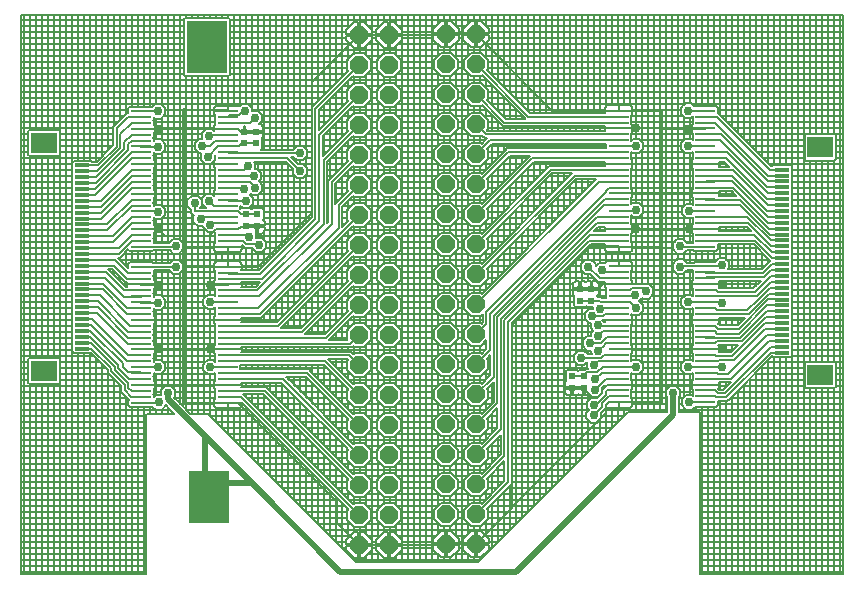
<source format=gbr>
G04 EAGLE Gerber RS-274X export*
G75*
%MOMM*%
%FSLAX34Y34*%
%LPD*%
%INTop Copper*%
%IPPOS*%
%AMOC8*
5,1,8,0,0,1.08239X$1,22.5*%
G01*
%ADD10R,3.429000X4.495800*%
%ADD11P,1.649562X8X292.500000*%
%ADD12P,1.649562X8X112.500000*%
%ADD13R,1.300000X0.300000*%
%ADD14R,2.200000X1.800000*%
%ADD15R,1.676400X0.279400*%
%ADD16R,0.600000X0.600000*%
%ADD17C,0.152400*%
%ADD18C,0.304800*%
%ADD19C,0.756400*%
%ADD20C,0.508000*%


D10*
X207391Y-68707D03*
X205613Y312293D03*
D11*
X334518Y322580D03*
X334518Y297180D03*
X334518Y271780D03*
X334518Y246380D03*
X334518Y220980D03*
X334518Y195580D03*
X359918Y322580D03*
X359918Y297180D03*
X359918Y271780D03*
X359918Y246380D03*
X359918Y220980D03*
X359918Y195580D03*
X334518Y170180D03*
X359918Y170180D03*
X334518Y144780D03*
X334518Y119380D03*
X334518Y93980D03*
X334518Y68580D03*
X334518Y43180D03*
X334518Y17780D03*
X359918Y144780D03*
X359918Y119380D03*
X359918Y93980D03*
X359918Y68580D03*
X359918Y43180D03*
X359918Y17780D03*
X334518Y-7620D03*
X359918Y-7620D03*
X334518Y-33020D03*
X334518Y-58420D03*
X334518Y-83820D03*
X359918Y-33020D03*
X359918Y-58420D03*
X359918Y-83820D03*
X334518Y-109220D03*
X359918Y-109220D03*
D12*
X433578Y-108712D03*
X433578Y-83312D03*
X433578Y-57912D03*
X433578Y-32512D03*
X433578Y-7112D03*
X433578Y18288D03*
X408178Y-108712D03*
X408178Y-83312D03*
X408178Y-57912D03*
X408178Y-32512D03*
X408178Y-7112D03*
X408178Y18288D03*
X433578Y43688D03*
X408178Y43688D03*
X433578Y69088D03*
X433578Y94488D03*
X433578Y119888D03*
X433578Y145288D03*
X433578Y170688D03*
X433578Y196088D03*
X408178Y69088D03*
X408178Y94488D03*
X408178Y119888D03*
X408178Y145288D03*
X408178Y170688D03*
X408178Y196088D03*
X433578Y221488D03*
X408178Y221488D03*
X433578Y246888D03*
X433578Y272288D03*
X433578Y297688D03*
X408178Y246888D03*
X408178Y272288D03*
X408178Y297688D03*
X433578Y323088D03*
X408178Y323088D03*
D13*
X100318Y212120D03*
X100318Y207120D03*
X100318Y202120D03*
X100318Y197120D03*
X100318Y192120D03*
X100318Y187120D03*
X100318Y182120D03*
X100318Y177120D03*
X100318Y172120D03*
X100318Y167120D03*
X100318Y162120D03*
X100318Y157120D03*
X100318Y152120D03*
X100318Y147120D03*
X100318Y142120D03*
X100318Y137120D03*
X100318Y132120D03*
X100318Y127120D03*
X100318Y122120D03*
X100318Y117120D03*
X100318Y112120D03*
X100318Y107120D03*
X100318Y102120D03*
X100318Y97120D03*
X100318Y92120D03*
X100318Y87120D03*
X100318Y82120D03*
X100318Y77120D03*
X100318Y72120D03*
X100318Y67120D03*
X100318Y62120D03*
X100318Y57120D03*
D14*
X67818Y38120D03*
X67818Y231120D03*
D13*
X692670Y53564D03*
X692670Y58564D03*
X692670Y63564D03*
X692670Y68564D03*
X692670Y73564D03*
X692670Y78564D03*
X692670Y83564D03*
X692670Y88564D03*
X692670Y93564D03*
X692670Y98564D03*
X692670Y103564D03*
X692670Y108564D03*
X692670Y113564D03*
X692670Y118564D03*
X692670Y123564D03*
X692670Y128564D03*
X692670Y133564D03*
X692670Y138564D03*
X692670Y143564D03*
X692670Y148564D03*
X692670Y153564D03*
X692670Y158564D03*
X692670Y163564D03*
X692670Y168564D03*
X692670Y173564D03*
X692670Y178564D03*
X692670Y183564D03*
X692670Y188564D03*
X692670Y193564D03*
X692670Y198564D03*
X692670Y203564D03*
X692670Y208564D03*
D14*
X725170Y227564D03*
X725170Y34564D03*
D15*
X627761Y143414D03*
X627761Y148414D03*
X627761Y153414D03*
X627761Y158414D03*
X627761Y163414D03*
X627761Y168414D03*
X627761Y173414D03*
X627761Y178414D03*
X627761Y183414D03*
X627761Y188414D03*
X627761Y193414D03*
X627761Y198414D03*
X627761Y203414D03*
X627761Y208414D03*
X627761Y213414D03*
X627761Y218414D03*
X627761Y223414D03*
X627761Y228414D03*
X627761Y233414D03*
X627761Y238414D03*
X627761Y243414D03*
X627761Y248414D03*
X627761Y253414D03*
X627761Y258414D03*
X554355Y258414D03*
X554355Y253414D03*
X554355Y248414D03*
X554355Y243414D03*
X554355Y238414D03*
X554355Y233414D03*
X554355Y228414D03*
X554355Y223414D03*
X554355Y218414D03*
X554355Y213414D03*
X554355Y208414D03*
X554355Y203414D03*
X554355Y198414D03*
X554355Y193414D03*
X554355Y188414D03*
X554355Y183414D03*
X554355Y178414D03*
X554355Y173414D03*
X554355Y168414D03*
X554355Y163414D03*
X554355Y158414D03*
X554355Y153414D03*
X554355Y148414D03*
X554355Y143414D03*
X149987Y258160D03*
X149987Y253160D03*
X149987Y248160D03*
X149987Y243160D03*
X149987Y238160D03*
X149987Y233160D03*
X149987Y228160D03*
X149987Y223160D03*
X149987Y218160D03*
X149987Y213160D03*
X149987Y208160D03*
X149987Y203160D03*
X149987Y198160D03*
X149987Y193160D03*
X149987Y188160D03*
X149987Y183160D03*
X149987Y178160D03*
X149987Y173160D03*
X149987Y168160D03*
X149987Y163160D03*
X149987Y158160D03*
X149987Y153160D03*
X149987Y148160D03*
X149987Y143160D03*
X223393Y143160D03*
X223393Y148160D03*
X223393Y153160D03*
X223393Y158160D03*
X223393Y163160D03*
X223393Y168160D03*
X223393Y173160D03*
X223393Y178160D03*
X223393Y183160D03*
X223393Y188160D03*
X223393Y193160D03*
X223393Y198160D03*
X223393Y203160D03*
X223393Y208160D03*
X223393Y213160D03*
X223393Y218160D03*
X223393Y223160D03*
X223393Y228160D03*
X223393Y233160D03*
X223393Y238160D03*
X223393Y243160D03*
X223393Y248160D03*
X223393Y253160D03*
X223393Y258160D03*
X627761Y11588D03*
X627761Y16588D03*
X627761Y21588D03*
X627761Y26588D03*
X627761Y31588D03*
X627761Y36588D03*
X627761Y41588D03*
X627761Y46588D03*
X627761Y51588D03*
X627761Y56588D03*
X627761Y61588D03*
X627761Y66588D03*
X627761Y71588D03*
X627761Y76588D03*
X627761Y81588D03*
X627761Y86588D03*
X627761Y91588D03*
X627761Y96588D03*
X627761Y101588D03*
X627761Y106588D03*
X627761Y111588D03*
X627761Y116588D03*
X627761Y121588D03*
X627761Y126588D03*
X554355Y126588D03*
X554355Y121588D03*
X554355Y116588D03*
X554355Y111588D03*
X554355Y106588D03*
X554355Y101588D03*
X554355Y96588D03*
X554355Y91588D03*
X554355Y86588D03*
X554355Y81588D03*
X554355Y76588D03*
X554355Y71588D03*
X554355Y66588D03*
X554355Y61588D03*
X554355Y56588D03*
X554355Y51588D03*
X554355Y46588D03*
X554355Y41588D03*
X554355Y36588D03*
X554355Y31588D03*
X554355Y26588D03*
X554355Y21588D03*
X554355Y16588D03*
X554355Y11588D03*
X149987Y126334D03*
X149987Y121334D03*
X149987Y116334D03*
X149987Y111334D03*
X149987Y106334D03*
X149987Y101334D03*
X149987Y96334D03*
X149987Y91334D03*
X149987Y86334D03*
X149987Y81334D03*
X149987Y76334D03*
X149987Y71334D03*
X149987Y66334D03*
X149987Y61334D03*
X149987Y56334D03*
X149987Y51334D03*
X149987Y46334D03*
X149987Y41334D03*
X149987Y36334D03*
X149987Y31334D03*
X149987Y26334D03*
X149987Y21334D03*
X149987Y16334D03*
X149987Y11334D03*
X223393Y11334D03*
X223393Y16334D03*
X223393Y21334D03*
X223393Y26334D03*
X223393Y31334D03*
X223393Y36334D03*
X223393Y41334D03*
X223393Y46334D03*
X223393Y51334D03*
X223393Y56334D03*
X223393Y61334D03*
X223393Y66334D03*
X223393Y71334D03*
X223393Y76334D03*
X223393Y81334D03*
X223393Y86334D03*
X223393Y91334D03*
X223393Y96334D03*
X223393Y101334D03*
X223393Y106334D03*
X223393Y111334D03*
X223393Y116334D03*
X223393Y121334D03*
X223393Y126334D03*
D16*
X524764Y23956D03*
X524764Y33956D03*
X514858Y23956D03*
X514858Y33956D03*
X237490Y240712D03*
X237490Y230712D03*
X247142Y240712D03*
X247142Y230712D03*
X238506Y160608D03*
X238506Y170608D03*
X248412Y160608D03*
X248412Y170608D03*
X531368Y107616D03*
X531368Y97616D03*
X521716Y107616D03*
X521716Y97616D03*
D17*
X554355Y26588D02*
X590550Y26588D01*
X590550Y11430D01*
X590550Y11176D01*
X590550Y11430D02*
X554355Y11430D01*
X554355Y11588D01*
X590550Y26588D02*
X627761Y26588D01*
X627761Y56588D02*
X554355Y56588D01*
X554355Y81588D02*
X627761Y81588D01*
X627761Y111588D02*
X554355Y111588D01*
X554355Y126588D02*
X590550Y126588D01*
X590550Y125730D01*
X590550Y119126D02*
X590550Y26588D01*
D18*
X590550Y11176D02*
X590550Y119126D01*
D19*
X641604Y111252D03*
D18*
X590550Y119126D02*
X590550Y125730D01*
D17*
X627761Y111588D02*
X641268Y111588D01*
X641604Y111252D01*
D19*
X641604Y56896D03*
D17*
X628069Y56896D02*
X627761Y56588D01*
X628069Y56896D02*
X641604Y56896D01*
X498252Y258414D02*
X433578Y323088D01*
X498252Y258414D02*
X554355Y258414D01*
X464312Y-77978D02*
X433578Y-108712D01*
X464312Y76708D02*
X531114Y143510D01*
X554259Y143510D01*
X554355Y143414D01*
X464312Y76708D02*
X464312Y-77216D01*
X464312Y-77978D01*
X541356Y111588D02*
X554355Y111588D01*
X541356Y111588D02*
X537718Y107950D01*
X531702Y107950D01*
X531368Y107616D01*
X521716Y107616D01*
X433578Y323088D02*
X408178Y323088D01*
X408178Y-108712D02*
X433578Y-108712D01*
X359918Y-109220D02*
X334518Y-109220D01*
X334518Y322580D02*
X359918Y322580D01*
X554355Y26588D02*
X554308Y26541D01*
X544772Y26541D01*
X540385Y22154D01*
X540385Y19282D01*
X536851Y15748D02*
X531622Y15748D01*
X524764Y22606D01*
X536851Y15748D02*
X540385Y19282D01*
X543814Y8890D02*
X543814Y2286D01*
X543814Y8890D02*
X546512Y11588D01*
X554355Y11588D01*
X543814Y2286D02*
X464312Y-77216D01*
X524764Y22606D02*
X524764Y23956D01*
X514858Y23956D01*
X237490Y240712D02*
X237490Y242906D01*
X237490Y240712D02*
X247142Y240712D01*
X237490Y240712D02*
X234522Y240712D01*
X232074Y243160D02*
X223393Y243160D01*
X232074Y243160D02*
X234522Y240712D01*
X238506Y160608D02*
X248412Y160608D01*
D18*
X590550Y143510D02*
X590550Y125730D01*
X590550Y143510D02*
X590550Y243332D01*
X590550Y255524D01*
X590550Y258572D01*
D17*
X590550Y258414D02*
X554355Y258414D01*
X590550Y258414D02*
X590550Y255524D01*
X627761Y243414D02*
X627761Y243332D01*
X613410Y243332D01*
X597662Y243332D01*
X590550Y243332D01*
X568960Y243414D02*
X554355Y243414D01*
X568960Y243414D02*
X597662Y243414D01*
X597662Y243332D01*
X627761Y213414D02*
X554355Y213414D01*
X554355Y188414D02*
X627761Y188414D01*
X627761Y158414D02*
X613664Y158414D01*
X568960Y158414D01*
X554355Y158414D01*
X554355Y143414D02*
X590550Y143414D01*
X590550Y143510D01*
D19*
X568960Y158414D03*
X568960Y243414D03*
X613664Y158414D03*
X613410Y243332D03*
X208788Y111252D03*
D17*
X223311Y111252D01*
X223393Y111334D01*
D19*
X208788Y56388D03*
D17*
X223339Y56388D01*
X223393Y56334D01*
X232283Y158160D02*
X234477Y160354D01*
X232283Y158160D02*
X223393Y158160D01*
X234477Y160354D02*
X238252Y160354D01*
X238506Y160608D01*
D19*
X164338Y111252D03*
D17*
X150069Y111252D01*
X149987Y111334D01*
D19*
X164592Y56388D03*
D17*
X150041Y56388D01*
X149987Y56334D01*
D19*
X164592Y158242D03*
D17*
X164256Y157906D01*
X150241Y157906D01*
X149987Y158160D01*
D19*
X164338Y243078D03*
D17*
X150876Y243078D01*
X150069Y243078D01*
X149987Y243160D01*
X315976Y-90678D02*
X334518Y-109220D01*
X315976Y-90678D02*
X315976Y-72644D01*
X231998Y11334D01*
X223393Y11334D01*
X223393Y126334D02*
X248824Y126334D01*
X248920Y126238D01*
X294386Y171704D01*
X294386Y282448D02*
X334518Y322580D01*
X294386Y282448D02*
X294386Y171704D01*
X359918Y322580D02*
X407670Y322580D01*
X408178Y323088D01*
X408178Y-108712D02*
X407670Y-109220D01*
X359918Y-109220D01*
X223393Y11334D02*
X186690Y11334D01*
X186690Y12192D01*
X186690Y259080D02*
X223393Y259080D01*
X223393Y258160D01*
D18*
X186690Y259080D02*
X186690Y143510D01*
X186690Y127000D01*
X186690Y12192D01*
D17*
X223393Y26334D02*
X149987Y26334D01*
X149987Y56334D02*
X223393Y56334D01*
X223393Y81334D02*
X149987Y81334D01*
X149987Y111334D02*
X223393Y111334D01*
X223393Y126334D02*
X186690Y126334D01*
X186690Y127000D01*
X186690Y143160D02*
X223393Y143160D01*
X186690Y143160D02*
X186690Y143510D01*
X223393Y188160D02*
X149987Y188160D01*
X149987Y213160D02*
X223393Y213160D01*
X223393Y243160D02*
X150876Y243160D01*
X150876Y243078D01*
X170561Y152064D02*
X207391Y152064D01*
X170561Y152064D02*
X164465Y158160D01*
X149987Y158160D01*
X213487Y158160D02*
X223393Y158160D01*
X213487Y158160D02*
X207391Y152064D01*
X236752Y241450D02*
X238228Y241450D01*
X236752Y241450D02*
X236752Y245112D01*
X238228Y245112D01*
X238228Y241450D01*
X542671Y81588D02*
X554355Y81588D01*
X554355Y81588D01*
X542671Y81588D01*
X542671Y79756D01*
X542703Y79636D01*
X542355Y79636D01*
X540587Y81404D01*
X542256Y81404D01*
X542671Y81819D01*
X542671Y81588D01*
X639692Y22096D02*
X642879Y22096D01*
X639692Y22096D02*
X638937Y22851D01*
X638705Y23083D01*
X638785Y23164D01*
X639220Y23916D01*
X639445Y24756D01*
X639445Y26588D01*
X627761Y26588D01*
X627761Y26588D01*
X639445Y26588D01*
X639445Y28420D01*
X639413Y28540D01*
X649324Y28540D01*
X642879Y22096D01*
X639195Y53874D02*
X649205Y53874D01*
X639220Y53916D02*
X639195Y53874D01*
X639220Y53916D02*
X639445Y54756D01*
X639445Y56588D01*
X627761Y56588D01*
X627761Y56588D01*
X639445Y56588D01*
X639445Y58420D01*
X639220Y59260D01*
X638819Y59954D01*
X638930Y60064D01*
X655395Y60064D01*
X649205Y53874D01*
X655185Y77096D02*
X639946Y77096D01*
X639191Y77851D01*
X638819Y78222D01*
X639220Y78916D01*
X639445Y79756D01*
X639445Y81588D01*
X627761Y81588D01*
X627761Y81588D01*
X639445Y81588D01*
X639445Y83286D01*
X661375Y83286D01*
X655185Y77096D01*
X639345Y211208D02*
X639445Y211582D01*
X639445Y213414D01*
X627761Y213414D01*
X627761Y213414D01*
X639445Y213414D01*
X639445Y215112D01*
X643923Y215112D01*
X647828Y211208D01*
X639345Y211208D01*
X639345Y186208D02*
X654032Y186208D01*
X639445Y186582D02*
X639345Y186208D01*
X639445Y186582D02*
X639445Y188414D01*
X627761Y188414D01*
X627761Y188414D01*
X639445Y188414D01*
X639445Y190246D01*
X639445Y190246D01*
X649993Y190246D01*
X654032Y186208D01*
X639445Y156582D02*
X639345Y156208D01*
X639445Y156582D02*
X639445Y158414D01*
X627761Y158414D01*
X627761Y158414D01*
X639445Y158414D01*
X639445Y160112D01*
X662855Y160112D01*
X666760Y156208D01*
X639345Y156208D01*
X639438Y108112D02*
X668443Y108112D01*
X639438Y108112D02*
X639005Y108544D01*
X639220Y108916D01*
X639445Y109756D01*
X639445Y111588D01*
X627761Y111588D01*
X627761Y111588D01*
X639445Y111588D01*
X639445Y113420D01*
X639220Y114260D01*
X639197Y114300D01*
X674632Y114300D01*
X668443Y108112D01*
X542703Y160366D02*
X537055Y160366D01*
X542671Y160246D02*
X542703Y160366D01*
X542671Y160246D02*
X542671Y158414D01*
X554355Y158414D01*
X554355Y158414D01*
X542671Y158414D01*
X542671Y156582D01*
X542716Y156415D01*
X533104Y156415D01*
X537055Y160366D01*
X235077Y109502D02*
X235045Y109382D01*
X235077Y109502D02*
X235077Y111334D01*
X223393Y111334D01*
X223393Y111334D01*
X235077Y111334D01*
X235077Y113166D01*
X235045Y113286D01*
X250962Y113286D01*
X247057Y109382D01*
X235045Y109382D01*
X223393Y11334D02*
X223393Y11334D01*
X235053Y11334D01*
X235054Y11334D01*
X223393Y11334D01*
X554355Y11588D02*
X554355Y11588D01*
X545653Y11588D01*
X545654Y11588D01*
X554355Y11588D01*
X524026Y24694D02*
X521160Y24694D01*
X524026Y24694D02*
X524026Y23218D01*
X515596Y23218D01*
X515596Y24694D01*
X521160Y24694D01*
X240840Y239974D02*
X238228Y239974D01*
X238228Y241450D01*
X246404Y241450D01*
X246404Y239974D01*
X240840Y239974D01*
X242110Y159870D02*
X239244Y159870D01*
X239244Y161346D01*
X247674Y161346D01*
X247674Y159870D01*
X242110Y159870D01*
X223393Y158160D02*
X223393Y158160D01*
X213437Y158160D01*
X213438Y158160D01*
X223393Y158160D01*
X528018Y108354D02*
X530630Y108354D01*
X530630Y106878D01*
X522454Y106878D01*
X522454Y108354D01*
X528018Y108354D01*
X606524Y22071D02*
X606524Y17045D01*
X606524Y22071D02*
X602969Y25626D01*
X597943Y25626D01*
X594388Y22071D01*
X594388Y17045D01*
X595630Y15803D01*
X595630Y3048D01*
X561979Y3048D01*
X561086Y2155D01*
X435487Y-123444D01*
X332101Y-123444D01*
X206879Y1778D01*
X191737Y1778D01*
X181737Y11778D01*
X181737Y11778D01*
X177883Y15632D01*
X178788Y16537D01*
X178788Y21563D01*
X175233Y25118D01*
X170207Y25118D01*
X166652Y21563D01*
X166652Y17498D01*
X162333Y17498D01*
X160655Y15820D01*
X160655Y18678D01*
X160499Y18834D01*
X160655Y18990D01*
X160655Y22553D01*
X161011Y22910D01*
X161446Y23662D01*
X161671Y24502D01*
X161671Y26334D01*
X149987Y26334D01*
X149987Y26334D01*
X161671Y26334D01*
X161671Y28166D01*
X161446Y29006D01*
X161011Y29758D01*
X160655Y30115D01*
X160655Y33678D01*
X160499Y33834D01*
X160655Y33990D01*
X160655Y36758D01*
X162079Y35334D01*
X167105Y35334D01*
X170660Y38889D01*
X170660Y43915D01*
X167105Y47470D01*
X162079Y47470D01*
X160655Y46046D01*
X160655Y48678D01*
X160499Y48834D01*
X160655Y48990D01*
X160655Y52553D01*
X161011Y52910D01*
X161446Y53662D01*
X161671Y54502D01*
X161671Y56334D01*
X149987Y56334D01*
X149987Y56334D01*
X161671Y56334D01*
X161671Y58166D01*
X161446Y59006D01*
X161011Y59758D01*
X160655Y60115D01*
X160655Y63678D01*
X160499Y63834D01*
X160655Y63990D01*
X160655Y68678D01*
X160499Y68834D01*
X160655Y68990D01*
X160655Y73678D01*
X160499Y73834D01*
X160655Y73990D01*
X160655Y77553D01*
X161011Y77910D01*
X161446Y78662D01*
X161671Y79502D01*
X161671Y81334D01*
X149987Y81334D01*
X149987Y81334D01*
X161671Y81334D01*
X161671Y83166D01*
X161446Y84006D01*
X161011Y84758D01*
X160655Y85115D01*
X160655Y88678D01*
X160499Y88834D01*
X160655Y88990D01*
X160655Y91114D01*
X161825Y89944D01*
X166851Y89944D01*
X170406Y93499D01*
X170406Y98525D01*
X166851Y102080D01*
X161825Y102080D01*
X160655Y100910D01*
X160655Y103678D01*
X160499Y103834D01*
X160655Y103990D01*
X160655Y107553D01*
X161011Y107910D01*
X161446Y108662D01*
X161671Y109502D01*
X161671Y111334D01*
X149987Y111334D01*
X149987Y111334D01*
X161671Y111334D01*
X161671Y113166D01*
X161446Y114006D01*
X161011Y114758D01*
X160655Y115115D01*
X160655Y118678D01*
X160499Y118834D01*
X160655Y118990D01*
X160655Y123286D01*
X173949Y123286D01*
X177065Y120170D01*
X182091Y120170D01*
X185646Y123725D01*
X185646Y128751D01*
X182091Y132306D01*
X177065Y132306D01*
X174141Y129382D01*
X159951Y129382D01*
X159316Y130017D01*
X140658Y130017D01*
X139319Y128678D01*
X139319Y125087D01*
X130334Y134072D01*
X132198Y134072D01*
X139319Y141193D01*
X139319Y140816D01*
X140658Y139477D01*
X159316Y139477D01*
X159951Y140112D01*
X174395Y140112D01*
X177065Y137442D01*
X182091Y137442D01*
X185646Y140997D01*
X185646Y146023D01*
X182091Y149578D01*
X177065Y149578D01*
X173695Y146208D01*
X160655Y146208D01*
X160655Y150504D01*
X160499Y150660D01*
X160655Y150816D01*
X160655Y154379D01*
X161011Y154736D01*
X161446Y155488D01*
X161671Y156328D01*
X161671Y158160D01*
X149987Y158160D01*
X149987Y158160D01*
X161671Y158160D01*
X161671Y159992D01*
X161446Y160832D01*
X161011Y161584D01*
X160655Y161941D01*
X160655Y165504D01*
X160499Y165660D01*
X160655Y165816D01*
X160655Y168330D01*
X162079Y166906D01*
X167105Y166906D01*
X170660Y170461D01*
X170660Y175487D01*
X167105Y179042D01*
X162079Y179042D01*
X160655Y177618D01*
X160655Y180504D01*
X160499Y180660D01*
X160655Y180816D01*
X160655Y184379D01*
X161011Y184736D01*
X161446Y185488D01*
X161671Y186328D01*
X161671Y188160D01*
X149987Y188160D01*
X149987Y188160D01*
X161671Y188160D01*
X161671Y189992D01*
X161446Y190832D01*
X161011Y191584D01*
X160655Y191941D01*
X160655Y195504D01*
X160499Y195660D01*
X160655Y195816D01*
X160655Y200504D01*
X160499Y200660D01*
X160655Y200816D01*
X160655Y205504D01*
X160499Y205660D01*
X160655Y205816D01*
X160655Y209379D01*
X161011Y209736D01*
X161446Y210488D01*
X161671Y211328D01*
X161671Y213160D01*
X149987Y213160D01*
X149987Y213160D01*
X161671Y213160D01*
X161671Y214992D01*
X161446Y215832D01*
X161011Y216584D01*
X160655Y216941D01*
X160655Y220504D01*
X160499Y220660D01*
X160655Y220816D01*
X160655Y223194D01*
X161825Y222024D01*
X166851Y222024D01*
X170406Y225579D01*
X170406Y230605D01*
X166851Y234160D01*
X161825Y234160D01*
X160655Y232990D01*
X160655Y235504D01*
X160499Y235660D01*
X160655Y235816D01*
X160655Y239379D01*
X161011Y239736D01*
X161446Y240488D01*
X161671Y241328D01*
X161671Y243160D01*
X149987Y243160D01*
X149987Y243160D01*
X161671Y243160D01*
X161671Y244992D01*
X161446Y245832D01*
X161011Y246584D01*
X160655Y246941D01*
X160655Y250504D01*
X160499Y250660D01*
X160655Y250816D01*
X160655Y252912D01*
X161825Y251742D01*
X166851Y251742D01*
X170406Y255297D01*
X170406Y260323D01*
X166851Y263878D01*
X161825Y263878D01*
X159553Y261606D01*
X159316Y261843D01*
X140658Y261843D01*
X139319Y260504D01*
X139319Y256208D01*
X137851Y256208D01*
X126492Y244849D01*
X126492Y229355D01*
X112305Y215168D01*
X108503Y215168D01*
X107765Y215906D01*
X92871Y215906D01*
X91532Y214567D01*
X91532Y209673D01*
X91585Y209620D01*
X91532Y209567D01*
X91532Y204673D01*
X91585Y204620D01*
X91532Y204567D01*
X91532Y199673D01*
X91585Y199620D01*
X91532Y199567D01*
X91532Y194673D01*
X91585Y194620D01*
X91532Y194567D01*
X91532Y189673D01*
X91585Y189620D01*
X91532Y189567D01*
X91532Y184673D01*
X91585Y184620D01*
X91532Y184567D01*
X91532Y179673D01*
X91585Y179620D01*
X91532Y179567D01*
X91532Y174673D01*
X91585Y174620D01*
X91532Y174567D01*
X91532Y169673D01*
X91585Y169620D01*
X91532Y169567D01*
X91532Y164673D01*
X91585Y164620D01*
X91532Y164567D01*
X91532Y159673D01*
X91585Y159620D01*
X91532Y159567D01*
X91532Y154673D01*
X91585Y154620D01*
X91532Y154567D01*
X91532Y149673D01*
X91585Y149620D01*
X91532Y149567D01*
X91532Y144673D01*
X91585Y144620D01*
X91532Y144567D01*
X91532Y139673D01*
X91585Y139620D01*
X91532Y139567D01*
X91532Y134673D01*
X91585Y134620D01*
X91532Y134567D01*
X91532Y129673D01*
X91585Y129620D01*
X91532Y129567D01*
X91532Y124673D01*
X91585Y124620D01*
X91532Y124567D01*
X91532Y119673D01*
X91585Y119620D01*
X91532Y119567D01*
X91532Y114673D01*
X91585Y114620D01*
X91532Y114567D01*
X91532Y109673D01*
X91585Y109620D01*
X91532Y109567D01*
X91532Y104673D01*
X91585Y104620D01*
X91532Y104567D01*
X91532Y99673D01*
X91585Y99620D01*
X91532Y99567D01*
X91532Y94673D01*
X91585Y94620D01*
X91532Y94567D01*
X91532Y89673D01*
X91585Y89620D01*
X91532Y89567D01*
X91532Y84673D01*
X91585Y84620D01*
X91532Y84567D01*
X91532Y79673D01*
X91585Y79620D01*
X91532Y79567D01*
X91532Y74673D01*
X91585Y74620D01*
X91532Y74567D01*
X91532Y69673D01*
X91585Y69620D01*
X91532Y69567D01*
X91532Y64673D01*
X91585Y64620D01*
X91532Y64567D01*
X91532Y59673D01*
X91585Y59620D01*
X91532Y59567D01*
X91532Y54673D01*
X92871Y53334D01*
X107478Y53334D01*
X121666Y39146D01*
X121666Y36598D01*
X123451Y34813D01*
X133223Y25041D01*
X133223Y20708D01*
X139319Y14612D01*
X139319Y13990D01*
X139475Y13834D01*
X139319Y13678D01*
X139319Y8990D01*
X140658Y7651D01*
X159316Y7651D01*
X159680Y8015D01*
X162333Y5362D01*
X167359Y5362D01*
X170914Y8917D01*
X170914Y8951D01*
X174912Y4953D01*
X174912Y4953D01*
X178087Y1778D01*
X155071Y1778D01*
X154178Y885D01*
X154178Y-133858D01*
X48768Y-133858D01*
X48768Y339598D01*
X744220Y339598D01*
X744220Y-133858D01*
X623570Y-133858D01*
X623570Y2155D01*
X622677Y3048D01*
X605282Y3048D01*
X605282Y15803D01*
X606524Y17045D01*
X713223Y23278D02*
X737117Y23278D01*
X738456Y24617D01*
X738456Y44511D01*
X737117Y45850D01*
X713223Y45850D01*
X711884Y44511D01*
X711884Y24617D01*
X713223Y23278D01*
X713223Y216278D02*
X737117Y216278D01*
X738456Y217617D01*
X738456Y237511D01*
X737117Y238850D01*
X713223Y238850D01*
X711884Y237511D01*
X711884Y217617D01*
X713223Y216278D01*
X432816Y312166D02*
X429054Y312166D01*
X432816Y312166D02*
X432816Y322326D01*
X434340Y322326D01*
X434340Y312166D01*
X438102Y312166D01*
X444500Y318564D01*
X444500Y322326D01*
X434340Y322326D01*
X434340Y323850D01*
X444500Y323850D01*
X444500Y327612D01*
X438102Y334010D01*
X434340Y334010D01*
X434340Y323850D01*
X432816Y323850D01*
X432816Y334010D01*
X429054Y334010D01*
X422656Y327612D01*
X422656Y323850D01*
X432816Y323850D01*
X432816Y322326D01*
X422656Y322326D01*
X422656Y318564D01*
X429054Y312166D01*
X418084Y301791D02*
X418084Y293585D01*
X418084Y301791D02*
X412281Y307594D01*
X404075Y307594D01*
X398272Y301791D01*
X398272Y293585D01*
X404075Y287782D01*
X412281Y287782D01*
X418084Y293585D01*
X418084Y276391D02*
X418084Y268185D01*
X418084Y276391D02*
X412281Y282194D01*
X404075Y282194D01*
X398272Y276391D01*
X398272Y268185D01*
X404075Y262382D01*
X412281Y262382D01*
X418084Y268185D01*
X418084Y250991D02*
X418084Y242785D01*
X418084Y250991D02*
X412281Y256794D01*
X404075Y256794D01*
X398272Y250991D01*
X398272Y242785D01*
X404075Y236982D01*
X412281Y236982D01*
X418084Y242785D01*
X418084Y225591D02*
X418084Y217385D01*
X418084Y225591D02*
X412281Y231394D01*
X404075Y231394D01*
X398272Y225591D01*
X398272Y217385D01*
X404075Y211582D01*
X412281Y211582D01*
X418084Y217385D01*
X418084Y200191D02*
X418084Y191985D01*
X418084Y200191D02*
X412281Y205994D01*
X404075Y205994D01*
X398272Y200191D01*
X398272Y191985D01*
X404075Y186182D01*
X412281Y186182D01*
X418084Y191985D01*
X418084Y174791D02*
X418084Y166585D01*
X418084Y174791D02*
X412281Y180594D01*
X404075Y180594D01*
X398272Y174791D01*
X398272Y166585D01*
X404075Y160782D01*
X412281Y160782D01*
X418084Y166585D01*
X418084Y149391D02*
X418084Y141185D01*
X418084Y149391D02*
X412281Y155194D01*
X404075Y155194D01*
X398272Y149391D01*
X398272Y141185D01*
X404075Y135382D01*
X412281Y135382D01*
X418084Y141185D01*
X418084Y123991D02*
X418084Y115785D01*
X418084Y123991D02*
X412281Y129794D01*
X404075Y129794D01*
X398272Y123991D01*
X398272Y115785D01*
X404075Y109982D01*
X412281Y109982D01*
X418084Y115785D01*
X418084Y98591D02*
X418084Y90385D01*
X418084Y98591D02*
X412281Y104394D01*
X404075Y104394D01*
X398272Y98591D01*
X398272Y90385D01*
X404075Y84582D01*
X412281Y84582D01*
X418084Y90385D01*
X418084Y73191D02*
X418084Y64985D01*
X418084Y73191D02*
X412281Y78994D01*
X404075Y78994D01*
X398272Y73191D01*
X398272Y64985D01*
X404075Y59182D01*
X412281Y59182D01*
X418084Y64985D01*
X418084Y47791D02*
X418084Y39585D01*
X418084Y47791D02*
X412281Y53594D01*
X404075Y53594D01*
X398272Y47791D01*
X398272Y39585D01*
X404075Y33782D01*
X412281Y33782D01*
X418084Y39585D01*
X418084Y22391D02*
X418084Y14185D01*
X418084Y22391D02*
X412281Y28194D01*
X404075Y28194D01*
X398272Y22391D01*
X398272Y14185D01*
X404075Y8382D01*
X412281Y8382D01*
X418084Y14185D01*
X418084Y-3009D02*
X418084Y-11215D01*
X418084Y-3009D02*
X412281Y2794D01*
X404075Y2794D01*
X398272Y-3009D01*
X398272Y-11215D01*
X404075Y-17018D01*
X412281Y-17018D01*
X418084Y-11215D01*
X418084Y-28409D02*
X418084Y-36615D01*
X418084Y-28409D02*
X412281Y-22606D01*
X404075Y-22606D01*
X398272Y-28409D01*
X398272Y-36615D01*
X404075Y-42418D01*
X412281Y-42418D01*
X418084Y-36615D01*
X418084Y-53809D02*
X418084Y-62015D01*
X418084Y-53809D02*
X412281Y-48006D01*
X404075Y-48006D01*
X398272Y-53809D01*
X398272Y-62015D01*
X404075Y-67818D01*
X412281Y-67818D01*
X418084Y-62015D01*
X418084Y-79209D02*
X418084Y-87415D01*
X418084Y-79209D02*
X412281Y-73406D01*
X404075Y-73406D01*
X398272Y-79209D01*
X398272Y-87415D01*
X404075Y-93218D01*
X412281Y-93218D01*
X418084Y-87415D01*
X429054Y-119634D02*
X432816Y-119634D01*
X432816Y-109474D01*
X434340Y-109474D01*
X434340Y-119634D01*
X438102Y-119634D01*
X444500Y-113236D01*
X444500Y-109474D01*
X434340Y-109474D01*
X434340Y-107950D01*
X444500Y-107950D01*
X444500Y-104188D01*
X438102Y-97790D01*
X434340Y-97790D01*
X434340Y-107950D01*
X432816Y-107950D01*
X432816Y-97790D01*
X429054Y-97790D01*
X422656Y-104188D01*
X422656Y-107950D01*
X432816Y-107950D01*
X432816Y-109474D01*
X422656Y-109474D01*
X422656Y-113236D01*
X429054Y-119634D01*
X333756Y-120142D02*
X329994Y-120142D01*
X333756Y-120142D02*
X333756Y-109982D01*
X335280Y-109982D01*
X335280Y-120142D01*
X339042Y-120142D01*
X345440Y-113744D01*
X345440Y-109982D01*
X335280Y-109982D01*
X335280Y-108458D01*
X345440Y-108458D01*
X345440Y-104696D01*
X339042Y-98298D01*
X335280Y-98298D01*
X335280Y-108458D01*
X333756Y-108458D01*
X333756Y-98298D01*
X329994Y-98298D01*
X323596Y-104696D01*
X323596Y-108458D01*
X333756Y-108458D01*
X333756Y-109982D01*
X323596Y-109982D01*
X323596Y-113744D01*
X329994Y-120142D01*
X369824Y-87923D02*
X369824Y-79717D01*
X364021Y-73914D01*
X355815Y-73914D01*
X350012Y-79717D01*
X350012Y-87923D01*
X355815Y-93726D01*
X364021Y-93726D01*
X369824Y-87923D01*
X369824Y-62523D02*
X369824Y-54317D01*
X364021Y-48514D01*
X355815Y-48514D01*
X350012Y-54317D01*
X350012Y-62523D01*
X355815Y-68326D01*
X364021Y-68326D01*
X369824Y-62523D01*
X369824Y-37123D02*
X369824Y-28917D01*
X364021Y-23114D01*
X355815Y-23114D01*
X350012Y-28917D01*
X350012Y-37123D01*
X355815Y-42926D01*
X364021Y-42926D01*
X369824Y-37123D01*
X344424Y-79717D02*
X344424Y-87923D01*
X344424Y-79717D02*
X338621Y-73914D01*
X330415Y-73914D01*
X329669Y-74660D01*
X237412Y17597D01*
X236722Y18286D01*
X253501Y18286D01*
X325358Y-53571D01*
X324612Y-54317D01*
X324612Y-62523D01*
X330415Y-68326D01*
X338621Y-68326D01*
X344424Y-62523D01*
X344424Y-54317D01*
X338621Y-48514D01*
X330415Y-48514D01*
X329669Y-49260D01*
X257812Y22597D01*
X256027Y24382D01*
X235045Y24382D01*
X235077Y24502D01*
X235077Y26334D01*
X223393Y26334D01*
X223393Y26334D01*
X235077Y26334D01*
X235077Y28166D01*
X235045Y28286D01*
X268901Y28286D01*
X325358Y-28171D01*
X324612Y-28917D01*
X324612Y-37123D01*
X330415Y-42926D01*
X338621Y-42926D01*
X344424Y-37123D01*
X344424Y-28917D01*
X338621Y-23114D01*
X330415Y-23114D01*
X329669Y-23860D01*
X273212Y32597D01*
X272522Y33286D01*
X289301Y33286D01*
X325358Y-2771D01*
X324612Y-3517D01*
X324612Y-11723D01*
X330415Y-17526D01*
X338621Y-17526D01*
X344424Y-11723D01*
X344424Y-3517D01*
X338621Y2286D01*
X330415Y2286D01*
X329669Y1540D01*
X293612Y37597D01*
X291827Y39382D01*
X234061Y39382D01*
X234061Y43286D01*
X304701Y43286D01*
X325358Y22629D01*
X324612Y21883D01*
X324612Y13677D01*
X330415Y7874D01*
X338621Y7874D01*
X344424Y13677D01*
X344424Y21883D01*
X338621Y27686D01*
X330415Y27686D01*
X329669Y26940D01*
X309012Y47597D01*
X308322Y48286D01*
X325101Y48286D01*
X325358Y48029D01*
X324612Y47283D01*
X324612Y39077D01*
X330415Y33274D01*
X338621Y33274D01*
X344424Y39077D01*
X344424Y47283D01*
X338621Y53086D01*
X330415Y53086D01*
X329669Y52340D01*
X329412Y52597D01*
X327627Y54382D01*
X235045Y54382D01*
X235077Y54502D01*
X235077Y56334D01*
X223393Y56334D01*
X223393Y56334D01*
X235077Y56334D01*
X235077Y58166D01*
X235045Y58286D01*
X328535Y58286D01*
X329669Y59420D01*
X330415Y58674D01*
X338621Y58674D01*
X344424Y64477D01*
X344424Y72683D01*
X338621Y78486D01*
X330415Y78486D01*
X324612Y72683D01*
X324612Y64477D01*
X324707Y64382D01*
X309230Y64382D01*
X309920Y65071D01*
X329669Y84820D01*
X330415Y84074D01*
X338621Y84074D01*
X344424Y89877D01*
X344424Y98083D01*
X338621Y103886D01*
X330415Y103886D01*
X324612Y98083D01*
X324612Y89877D01*
X325358Y89131D01*
X305609Y69382D01*
X288830Y69382D01*
X289520Y70071D01*
X329669Y110220D01*
X330415Y109474D01*
X338621Y109474D01*
X344424Y115277D01*
X344424Y123483D01*
X338621Y129286D01*
X330415Y129286D01*
X324612Y123483D01*
X324612Y115277D01*
X325358Y114531D01*
X285209Y74382D01*
X268430Y74382D01*
X269120Y75071D01*
X329669Y135620D01*
X330415Y134874D01*
X338621Y134874D01*
X344424Y140677D01*
X344424Y148883D01*
X338621Y154686D01*
X330415Y154686D01*
X324612Y148883D01*
X324612Y140677D01*
X325358Y139931D01*
X264809Y79382D01*
X235045Y79382D01*
X235077Y79502D01*
X235077Y81334D01*
X223393Y81334D01*
X223393Y81334D01*
X235077Y81334D01*
X235077Y83166D01*
X235045Y83286D01*
X251935Y83286D01*
X253720Y85071D01*
X329669Y161020D01*
X330415Y160274D01*
X338621Y160274D01*
X344424Y166077D01*
X344424Y174283D01*
X338621Y180086D01*
X330415Y180086D01*
X324612Y174283D01*
X324612Y166077D01*
X325358Y165331D01*
X320294Y160266D01*
X320294Y177045D01*
X329669Y186420D01*
X330415Y185674D01*
X338621Y185674D01*
X344424Y191477D01*
X344424Y199683D01*
X338621Y205486D01*
X330415Y205486D01*
X324612Y199683D01*
X324612Y191477D01*
X325358Y190731D01*
X315983Y181356D01*
X314452Y179824D01*
X314452Y196603D01*
X329669Y211820D01*
X330415Y211074D01*
X338621Y211074D01*
X344424Y216877D01*
X344424Y225083D01*
X338621Y230886D01*
X330415Y230886D01*
X324612Y225083D01*
X324612Y216877D01*
X325358Y216131D01*
X310141Y200914D01*
X308356Y199129D01*
X308356Y164077D01*
X307848Y163568D01*
X307848Y215400D01*
X329669Y237220D01*
X330415Y236474D01*
X338621Y236474D01*
X344424Y242277D01*
X344424Y250483D01*
X338621Y256286D01*
X330415Y256286D01*
X324612Y250483D01*
X324612Y242277D01*
X325358Y241531D01*
X303784Y219956D01*
X303784Y236735D01*
X329669Y262620D01*
X330415Y261874D01*
X338621Y261874D01*
X344424Y267677D01*
X344424Y275883D01*
X338621Y281686D01*
X330415Y281686D01*
X324612Y275883D01*
X324612Y267677D01*
X325358Y266931D01*
X300482Y242054D01*
X300482Y258833D01*
X329669Y288020D01*
X330415Y287274D01*
X338621Y287274D01*
X344424Y293077D01*
X344424Y301283D01*
X338621Y307086D01*
X330415Y307086D01*
X324612Y301283D01*
X324612Y293077D01*
X325358Y292331D01*
X296171Y263144D01*
X294386Y261359D01*
X294386Y168141D01*
X249689Y123444D01*
X234726Y123444D01*
X234852Y123662D01*
X235077Y124502D01*
X235077Y126334D01*
X223393Y126334D01*
X223393Y126334D01*
X235077Y126334D01*
X235077Y128166D01*
X234852Y129006D01*
X234417Y129758D01*
X233802Y130373D01*
X233050Y130808D01*
X232210Y131033D01*
X223393Y131033D01*
X223393Y126334D01*
X223393Y126334D01*
X223393Y131033D01*
X214576Y131033D01*
X213736Y130808D01*
X212984Y130373D01*
X212369Y129758D01*
X211934Y129006D01*
X211709Y128166D01*
X211709Y126334D01*
X223393Y126334D01*
X223393Y126334D01*
X211709Y126334D01*
X211709Y124502D01*
X211934Y123662D01*
X212369Y122910D01*
X212725Y122553D01*
X212725Y118990D01*
X212881Y118834D01*
X212725Y118678D01*
X212725Y115115D01*
X212369Y114758D01*
X211934Y114006D01*
X211709Y113166D01*
X211709Y111334D01*
X223393Y111334D01*
X223393Y111334D01*
X211709Y111334D01*
X211709Y109502D01*
X211934Y108662D01*
X212369Y107910D01*
X212725Y107553D01*
X212725Y103990D01*
X212881Y103834D01*
X212725Y103678D01*
X212725Y101164D01*
X211301Y102588D01*
X206275Y102588D01*
X202720Y99033D01*
X202720Y94007D01*
X206275Y90452D01*
X211301Y90452D01*
X212725Y91876D01*
X212725Y88990D01*
X212881Y88834D01*
X212725Y88678D01*
X212725Y85115D01*
X212369Y84758D01*
X211934Y84006D01*
X211709Y83166D01*
X211709Y81334D01*
X223393Y81334D01*
X223393Y81334D01*
X211709Y81334D01*
X211709Y79502D01*
X211934Y78662D01*
X212369Y77910D01*
X212725Y77553D01*
X212725Y73990D01*
X212881Y73834D01*
X212725Y73678D01*
X212725Y68990D01*
X212881Y68834D01*
X212725Y68678D01*
X212725Y63990D01*
X212881Y63834D01*
X212725Y63678D01*
X212725Y60115D01*
X212369Y59758D01*
X211934Y59006D01*
X211709Y58166D01*
X211709Y56334D01*
X223393Y56334D01*
X223393Y56334D01*
X211709Y56334D01*
X211709Y54502D01*
X211934Y53662D01*
X212369Y52910D01*
X212725Y52553D01*
X212725Y48990D01*
X212881Y48834D01*
X212725Y48678D01*
X212725Y46046D01*
X211301Y47470D01*
X206275Y47470D01*
X202720Y43915D01*
X202720Y38889D01*
X206275Y35334D01*
X211301Y35334D01*
X212725Y36758D01*
X212725Y33990D01*
X212881Y33834D01*
X212725Y33678D01*
X212725Y30115D01*
X212369Y29758D01*
X211934Y29006D01*
X211709Y28166D01*
X211709Y26334D01*
X223393Y26334D01*
X223393Y26334D01*
X211709Y26334D01*
X211709Y24502D01*
X211934Y23662D01*
X212369Y22910D01*
X212725Y22553D01*
X212725Y18990D01*
X212881Y18834D01*
X212725Y18678D01*
X212725Y15115D01*
X212369Y14758D01*
X211934Y14006D01*
X211709Y13166D01*
X211709Y11334D01*
X223393Y11334D01*
X223393Y11334D01*
X211709Y11334D01*
X211709Y9502D01*
X211934Y8662D01*
X212369Y7910D01*
X212984Y7295D01*
X213736Y6860D01*
X214576Y6635D01*
X223393Y6635D01*
X223393Y11334D01*
X223393Y11334D01*
X223393Y6635D01*
X232210Y6635D01*
X233050Y6860D01*
X233802Y7295D01*
X234417Y7910D01*
X234852Y8662D01*
X235077Y9502D01*
X235077Y11311D01*
X325358Y-78971D01*
X324612Y-79717D01*
X324612Y-87923D01*
X330415Y-93726D01*
X338621Y-93726D01*
X344424Y-87923D01*
X369824Y-11723D02*
X369824Y-3517D01*
X364021Y2286D01*
X355815Y2286D01*
X350012Y-3517D01*
X350012Y-11723D01*
X355815Y-17526D01*
X364021Y-17526D01*
X369824Y-11723D01*
X369824Y13677D02*
X369824Y21883D01*
X364021Y27686D01*
X355815Y27686D01*
X350012Y21883D01*
X350012Y13677D01*
X355815Y7874D01*
X364021Y7874D01*
X369824Y13677D01*
X369824Y39077D02*
X369824Y47283D01*
X364021Y53086D01*
X355815Y53086D01*
X350012Y47283D01*
X350012Y39077D01*
X355815Y33274D01*
X364021Y33274D01*
X369824Y39077D01*
X369824Y64477D02*
X369824Y72683D01*
X364021Y78486D01*
X355815Y78486D01*
X350012Y72683D01*
X350012Y64477D01*
X355815Y58674D01*
X364021Y58674D01*
X369824Y64477D01*
X369824Y89877D02*
X369824Y98083D01*
X364021Y103886D01*
X355815Y103886D01*
X350012Y98083D01*
X350012Y89877D01*
X355815Y84074D01*
X364021Y84074D01*
X369824Y89877D01*
X369824Y115277D02*
X369824Y123483D01*
X364021Y129286D01*
X355815Y129286D01*
X350012Y123483D01*
X350012Y115277D01*
X355815Y109474D01*
X364021Y109474D01*
X369824Y115277D01*
X369824Y140677D02*
X369824Y148883D01*
X364021Y154686D01*
X355815Y154686D01*
X350012Y148883D01*
X350012Y140677D01*
X355815Y134874D01*
X364021Y134874D01*
X369824Y140677D01*
X369824Y166077D02*
X369824Y174283D01*
X364021Y180086D01*
X355815Y180086D01*
X350012Y174283D01*
X350012Y166077D01*
X355815Y160274D01*
X364021Y160274D01*
X369824Y166077D01*
X369824Y191477D02*
X369824Y199683D01*
X364021Y205486D01*
X355815Y205486D01*
X350012Y199683D01*
X350012Y191477D01*
X355815Y185674D01*
X364021Y185674D01*
X369824Y191477D01*
X369824Y216877D02*
X369824Y225083D01*
X364021Y230886D01*
X355815Y230886D01*
X350012Y225083D01*
X350012Y216877D01*
X355815Y211074D01*
X364021Y211074D01*
X369824Y216877D01*
X369824Y242277D02*
X369824Y250483D01*
X364021Y256286D01*
X355815Y256286D01*
X350012Y250483D01*
X350012Y242277D01*
X355815Y236474D01*
X364021Y236474D01*
X369824Y242277D01*
X369824Y267677D02*
X369824Y275883D01*
X364021Y281686D01*
X355815Y281686D01*
X350012Y275883D01*
X350012Y267677D01*
X355815Y261874D01*
X364021Y261874D01*
X369824Y267677D01*
X369824Y293077D02*
X369824Y301283D01*
X364021Y307086D01*
X355815Y307086D01*
X350012Y301283D01*
X350012Y293077D01*
X355815Y287274D01*
X364021Y287274D01*
X369824Y293077D01*
X333756Y311658D02*
X329994Y311658D01*
X333756Y311658D02*
X333756Y321818D01*
X335280Y321818D01*
X335280Y311658D01*
X339042Y311658D01*
X345440Y318056D01*
X345440Y321818D01*
X335280Y321818D01*
X335280Y323342D01*
X345440Y323342D01*
X345440Y327104D01*
X339042Y333502D01*
X335280Y333502D01*
X335280Y323342D01*
X333756Y323342D01*
X333756Y333502D01*
X329994Y333502D01*
X323596Y327104D01*
X323596Y323342D01*
X333756Y323342D01*
X333756Y321818D01*
X323596Y321818D01*
X323596Y318056D01*
X329994Y311658D01*
X225044Y288867D02*
X225044Y335719D01*
X223705Y337058D01*
X187521Y337058D01*
X186182Y335719D01*
X186182Y288867D01*
X187521Y287528D01*
X223705Y287528D01*
X225044Y288867D01*
X355394Y311658D02*
X359156Y311658D01*
X359156Y321818D01*
X360680Y321818D01*
X360680Y311658D01*
X364442Y311658D01*
X370840Y318056D01*
X370840Y321818D01*
X360680Y321818D01*
X360680Y323342D01*
X370840Y323342D01*
X370840Y327104D01*
X364442Y333502D01*
X360680Y333502D01*
X360680Y323342D01*
X359156Y323342D01*
X359156Y333502D01*
X355394Y333502D01*
X348996Y327104D01*
X348996Y323342D01*
X359156Y323342D01*
X359156Y321818D01*
X348996Y321818D01*
X348996Y318056D01*
X355394Y311658D01*
X355394Y-120142D02*
X359156Y-120142D01*
X359156Y-109982D01*
X360680Y-109982D01*
X360680Y-120142D01*
X364442Y-120142D01*
X370840Y-113744D01*
X370840Y-109982D01*
X360680Y-109982D01*
X360680Y-108458D01*
X370840Y-108458D01*
X370840Y-104696D01*
X364442Y-98298D01*
X360680Y-98298D01*
X360680Y-108458D01*
X359156Y-108458D01*
X359156Y-98298D01*
X355394Y-98298D01*
X348996Y-104696D01*
X348996Y-108458D01*
X359156Y-108458D01*
X359156Y-109982D01*
X348996Y-109982D01*
X348996Y-113744D01*
X355394Y-120142D01*
X443484Y-87415D02*
X443484Y-79209D01*
X442738Y-78463D01*
X462019Y-59182D01*
X463804Y-57397D01*
X463804Y78493D01*
X530677Y145366D01*
X542703Y145366D01*
X542671Y145246D01*
X542671Y143414D01*
X554355Y143414D01*
X554355Y143414D01*
X542671Y143414D01*
X542671Y141582D01*
X542896Y140742D01*
X543331Y139990D01*
X543946Y139375D01*
X544698Y138940D01*
X545538Y138715D01*
X554355Y138715D01*
X554355Y143414D01*
X554355Y143414D01*
X554355Y138715D01*
X563172Y138715D01*
X564012Y138940D01*
X564764Y139375D01*
X565379Y139990D01*
X565814Y140742D01*
X566039Y141582D01*
X566039Y143414D01*
X554355Y143414D01*
X554355Y143414D01*
X566039Y143414D01*
X566039Y145246D01*
X565814Y146086D01*
X565379Y146838D01*
X565023Y147195D01*
X565023Y150758D01*
X564867Y150914D01*
X565023Y151070D01*
X565023Y154633D01*
X565379Y154990D01*
X565814Y155742D01*
X566039Y156582D01*
X566039Y158414D01*
X554355Y158414D01*
X554355Y158414D01*
X566039Y158414D01*
X566039Y160246D01*
X565814Y161086D01*
X565379Y161838D01*
X565023Y162195D01*
X565023Y165758D01*
X564867Y165914D01*
X565023Y166070D01*
X565023Y169854D01*
X566447Y168430D01*
X571473Y168430D01*
X575028Y171985D01*
X575028Y177011D01*
X571473Y180566D01*
X566447Y180566D01*
X565023Y179142D01*
X565023Y180758D01*
X564867Y180914D01*
X565023Y181070D01*
X565023Y184633D01*
X565379Y184990D01*
X565814Y185742D01*
X566039Y186582D01*
X566039Y188414D01*
X554355Y188414D01*
X554355Y188414D01*
X566039Y188414D01*
X566039Y190246D01*
X565814Y191086D01*
X565379Y191838D01*
X565023Y192195D01*
X565023Y195758D01*
X564867Y195914D01*
X565023Y196070D01*
X565023Y200758D01*
X564867Y200914D01*
X565023Y201070D01*
X565023Y205758D01*
X564867Y205914D01*
X565023Y206070D01*
X565023Y209633D01*
X565379Y209990D01*
X565814Y210742D01*
X566039Y211582D01*
X566039Y213414D01*
X554355Y213414D01*
X554355Y213414D01*
X566039Y213414D01*
X566039Y215246D01*
X565814Y216086D01*
X565379Y216838D01*
X565023Y217195D01*
X565023Y220758D01*
X564867Y220914D01*
X565023Y221070D01*
X565023Y223702D01*
X566447Y222278D01*
X571473Y222278D01*
X575028Y225833D01*
X575028Y230859D01*
X571473Y234414D01*
X566447Y234414D01*
X565023Y232990D01*
X565023Y235758D01*
X564867Y235914D01*
X565023Y236070D01*
X565023Y239633D01*
X565379Y239990D01*
X565814Y240742D01*
X566039Y241582D01*
X566039Y243414D01*
X554355Y243414D01*
X554355Y243414D01*
X566039Y243414D01*
X566039Y245246D01*
X565814Y246086D01*
X565379Y246838D01*
X565023Y247195D01*
X565023Y250758D01*
X564867Y250914D01*
X565023Y251070D01*
X565023Y254633D01*
X565379Y254990D01*
X565814Y255742D01*
X566039Y256582D01*
X566039Y258414D01*
X554355Y258414D01*
X554355Y258414D01*
X566039Y258414D01*
X566039Y260246D01*
X565814Y261086D01*
X565379Y261838D01*
X564764Y262453D01*
X564012Y262888D01*
X563172Y263113D01*
X554355Y263113D01*
X554355Y258414D01*
X554355Y258414D01*
X554355Y263113D01*
X545538Y263113D01*
X544698Y262888D01*
X543946Y262453D01*
X543331Y261838D01*
X542896Y261086D01*
X542671Y260246D01*
X542671Y258414D01*
X554355Y258414D01*
X554355Y258414D01*
X542671Y258414D01*
X542671Y256582D01*
X542703Y256462D01*
X479115Y256462D01*
X442738Y292839D01*
X443484Y293585D01*
X443484Y301791D01*
X437681Y307594D01*
X429475Y307594D01*
X423672Y301791D01*
X423672Y293585D01*
X429475Y287782D01*
X437681Y287782D01*
X438427Y288528D01*
X474804Y252151D01*
X475494Y251462D01*
X458715Y251462D01*
X442738Y267439D01*
X443484Y268185D01*
X443484Y276391D01*
X437681Y282194D01*
X429475Y282194D01*
X423672Y276391D01*
X423672Y268185D01*
X429475Y262382D01*
X437681Y262382D01*
X438427Y263128D01*
X454404Y247151D01*
X456189Y245366D01*
X542703Y245366D01*
X542671Y245246D01*
X542671Y243414D01*
X554355Y243414D01*
X554355Y243414D01*
X542671Y243414D01*
X542671Y241582D01*
X542703Y241462D01*
X443315Y241462D01*
X442738Y242039D01*
X443484Y242785D01*
X443484Y250991D01*
X437681Y256794D01*
X429475Y256794D01*
X423672Y250991D01*
X423672Y242785D01*
X429475Y236982D01*
X437681Y236982D01*
X438427Y237728D01*
X439004Y237151D01*
X440789Y235366D01*
X443146Y235366D01*
X442456Y234677D01*
X438427Y230648D01*
X437681Y231394D01*
X429475Y231394D01*
X423672Y225591D01*
X423672Y217385D01*
X429475Y211582D01*
X437681Y211582D01*
X443484Y217385D01*
X443484Y225591D01*
X442738Y226337D01*
X446767Y230366D01*
X543687Y230366D01*
X543687Y226462D01*
X459641Y226462D01*
X457856Y224677D01*
X438427Y205248D01*
X437681Y205994D01*
X429475Y205994D01*
X423672Y200191D01*
X423672Y191985D01*
X429475Y186182D01*
X437681Y186182D01*
X443484Y191985D01*
X443484Y200191D01*
X442738Y200937D01*
X462167Y220366D01*
X478946Y220366D01*
X478256Y219677D01*
X438427Y179848D01*
X437681Y180594D01*
X429475Y180594D01*
X423672Y174791D01*
X423672Y166585D01*
X429475Y160782D01*
X437681Y160782D01*
X443484Y166585D01*
X443484Y174791D01*
X442738Y175537D01*
X482567Y215366D01*
X542703Y215366D01*
X542671Y215246D01*
X542671Y213414D01*
X554355Y213414D01*
X554355Y213414D01*
X542671Y213414D01*
X542671Y211582D01*
X542703Y211462D01*
X495441Y211462D01*
X493656Y209677D01*
X438427Y154448D01*
X437681Y155194D01*
X429475Y155194D01*
X423672Y149391D01*
X423672Y141185D01*
X429475Y135382D01*
X437681Y135382D01*
X443484Y141185D01*
X443484Y149391D01*
X442738Y150137D01*
X497967Y205366D01*
X514746Y205366D01*
X514056Y204677D01*
X438427Y129048D01*
X437681Y129794D01*
X429475Y129794D01*
X423672Y123991D01*
X423672Y115785D01*
X429475Y109982D01*
X437681Y109982D01*
X443484Y115785D01*
X443484Y123991D01*
X442738Y124737D01*
X518367Y200366D01*
X535146Y200366D01*
X534456Y199677D01*
X438427Y103648D01*
X437681Y104394D01*
X429475Y104394D01*
X423672Y98591D01*
X423672Y90385D01*
X429475Y84582D01*
X437681Y84582D01*
X439420Y86321D01*
X439420Y79241D01*
X438427Y78248D01*
X437681Y78994D01*
X429475Y78994D01*
X423672Y73191D01*
X423672Y64985D01*
X429475Y59182D01*
X437681Y59182D01*
X442468Y63969D01*
X442468Y56888D01*
X438427Y52848D01*
X437681Y53594D01*
X429475Y53594D01*
X423672Y47791D01*
X423672Y39585D01*
X429475Y33782D01*
X437681Y33782D01*
X443484Y39585D01*
X443484Y47791D01*
X442738Y48537D01*
X445516Y51316D01*
X445516Y34537D01*
X438427Y27448D01*
X437681Y28194D01*
X429475Y28194D01*
X423672Y22391D01*
X423672Y14185D01*
X429475Y8382D01*
X437681Y8382D01*
X443484Y14185D01*
X443484Y22391D01*
X442738Y23137D01*
X448564Y28964D01*
X448564Y12185D01*
X438427Y2048D01*
X437681Y2794D01*
X429475Y2794D01*
X423672Y-3009D01*
X423672Y-11215D01*
X429475Y-17018D01*
X437681Y-17018D01*
X443484Y-11215D01*
X443484Y-3009D01*
X442738Y-2263D01*
X451612Y6612D01*
X451612Y-10167D01*
X438427Y-23352D01*
X437681Y-22606D01*
X429475Y-22606D01*
X423672Y-28409D01*
X423672Y-36615D01*
X429475Y-42418D01*
X437681Y-42418D01*
X443484Y-36615D01*
X443484Y-28409D01*
X442738Y-27663D01*
X454660Y-15740D01*
X454660Y-32519D01*
X438427Y-48752D01*
X437681Y-48006D01*
X429475Y-48006D01*
X423672Y-53809D01*
X423672Y-62015D01*
X429475Y-67818D01*
X437681Y-67818D01*
X443484Y-62015D01*
X443484Y-53809D01*
X442738Y-53063D01*
X457708Y-38092D01*
X457708Y-54871D01*
X438427Y-74152D01*
X437681Y-73406D01*
X429475Y-73406D01*
X423672Y-79209D01*
X423672Y-87415D01*
X429475Y-93218D01*
X437681Y-93218D01*
X443484Y-87415D01*
X407416Y-119634D02*
X403654Y-119634D01*
X407416Y-119634D02*
X407416Y-109474D01*
X408940Y-109474D01*
X408940Y-119634D01*
X412702Y-119634D01*
X419100Y-113236D01*
X419100Y-109474D01*
X408940Y-109474D01*
X408940Y-107950D01*
X419100Y-107950D01*
X419100Y-104188D01*
X412702Y-97790D01*
X408940Y-97790D01*
X408940Y-107950D01*
X407416Y-107950D01*
X407416Y-97790D01*
X403654Y-97790D01*
X397256Y-104188D01*
X397256Y-107950D01*
X407416Y-107950D01*
X407416Y-109474D01*
X397256Y-109474D01*
X397256Y-113236D01*
X403654Y-119634D01*
X403654Y312166D02*
X407416Y312166D01*
X407416Y322326D01*
X408940Y322326D01*
X408940Y312166D01*
X412702Y312166D01*
X419100Y318564D01*
X419100Y322326D01*
X408940Y322326D01*
X408940Y323850D01*
X419100Y323850D01*
X419100Y327612D01*
X412702Y334010D01*
X408940Y334010D01*
X408940Y323850D01*
X407416Y323850D01*
X407416Y334010D01*
X403654Y334010D01*
X397256Y327612D01*
X397256Y323850D01*
X407416Y323850D01*
X407416Y322326D01*
X397256Y322326D01*
X397256Y318564D01*
X403654Y312166D01*
X79765Y49406D02*
X55871Y49406D01*
X54532Y48067D01*
X54532Y28173D01*
X55871Y26834D01*
X79765Y26834D01*
X81104Y28173D01*
X81104Y48067D01*
X79765Y49406D01*
X79765Y242406D02*
X55871Y242406D01*
X54532Y241067D01*
X54532Y221173D01*
X55871Y219834D01*
X79765Y219834D01*
X81104Y221173D01*
X81104Y241067D01*
X79765Y242406D01*
X616302Y114260D02*
X616737Y115012D01*
X616302Y114260D02*
X616077Y113420D01*
X616077Y111588D01*
X627761Y111588D01*
X627761Y111588D01*
X616077Y111588D01*
X616077Y109756D01*
X616302Y108916D01*
X616737Y108164D01*
X617093Y107807D01*
X617093Y104244D01*
X617249Y104088D01*
X617093Y103932D01*
X617093Y101164D01*
X615923Y102334D01*
X610897Y102334D01*
X607342Y98779D01*
X607342Y93753D01*
X610897Y90198D01*
X615923Y90198D01*
X617093Y91368D01*
X617093Y89244D01*
X617249Y89088D01*
X617093Y88932D01*
X617093Y85369D01*
X616737Y85012D01*
X616302Y84260D01*
X616077Y83420D01*
X616077Y81588D01*
X627761Y81588D01*
X627761Y81588D01*
X616077Y81588D01*
X616077Y79756D01*
X616302Y78916D01*
X616737Y78164D01*
X617093Y77807D01*
X617093Y74244D01*
X617249Y74088D01*
X617093Y73932D01*
X617093Y69244D01*
X617249Y69088D01*
X617093Y68932D01*
X617093Y64244D01*
X617249Y64088D01*
X617093Y63932D01*
X617093Y60369D01*
X616737Y60012D01*
X616302Y59260D01*
X616077Y58420D01*
X616077Y56588D01*
X627761Y56588D01*
X627761Y56588D01*
X616077Y56588D01*
X616077Y54756D01*
X616302Y53916D01*
X616737Y53164D01*
X617093Y52807D01*
X617093Y49244D01*
X617249Y49088D01*
X617093Y48932D01*
X617093Y46300D01*
X615923Y47470D01*
X610897Y47470D01*
X607342Y43915D01*
X607342Y38889D01*
X610897Y35334D01*
X615923Y35334D01*
X617093Y36504D01*
X617093Y34244D01*
X617249Y34088D01*
X617093Y33932D01*
X617093Y30369D01*
X616737Y30012D01*
X616302Y29260D01*
X616077Y28420D01*
X616077Y26588D01*
X627761Y26588D01*
X627761Y26588D01*
X616077Y26588D01*
X616077Y24756D01*
X616302Y23916D01*
X616737Y23164D01*
X617093Y22807D01*
X617093Y19244D01*
X617249Y19088D01*
X617093Y18932D01*
X617093Y16582D01*
X616177Y17498D01*
X611151Y17498D01*
X607596Y13943D01*
X607596Y8917D01*
X611151Y5362D01*
X616177Y5362D01*
X618720Y7905D01*
X637090Y7905D01*
X638429Y9244D01*
X638429Y12778D01*
X646493Y12778D01*
X648279Y14563D01*
X648279Y14564D01*
X684231Y50516D01*
X684485Y50516D01*
X685223Y49778D01*
X700117Y49778D01*
X701456Y51117D01*
X701456Y56011D01*
X701403Y56064D01*
X701456Y56117D01*
X701456Y61011D01*
X701403Y61064D01*
X701456Y61117D01*
X701456Y66011D01*
X701403Y66064D01*
X701456Y66117D01*
X701456Y71011D01*
X701403Y71064D01*
X701456Y71117D01*
X701456Y76011D01*
X701403Y76064D01*
X701456Y76117D01*
X701456Y81011D01*
X701403Y81064D01*
X701456Y81117D01*
X701456Y86011D01*
X701403Y86064D01*
X701456Y86117D01*
X701456Y91011D01*
X701403Y91064D01*
X701456Y91117D01*
X701456Y96011D01*
X701403Y96064D01*
X701456Y96117D01*
X701456Y101011D01*
X701403Y101064D01*
X701456Y101117D01*
X701456Y106011D01*
X701403Y106064D01*
X701456Y106117D01*
X701456Y111011D01*
X701403Y111064D01*
X701456Y111117D01*
X701456Y116011D01*
X701403Y116064D01*
X701456Y116117D01*
X701456Y121011D01*
X701403Y121064D01*
X701456Y121117D01*
X701456Y126011D01*
X701403Y126064D01*
X701456Y126117D01*
X701456Y131011D01*
X701403Y131064D01*
X701456Y131117D01*
X701456Y136011D01*
X701403Y136064D01*
X701456Y136117D01*
X701456Y141011D01*
X701403Y141064D01*
X701456Y141117D01*
X701456Y146011D01*
X701403Y146064D01*
X701456Y146117D01*
X701456Y151011D01*
X701403Y151064D01*
X701456Y151117D01*
X701456Y156011D01*
X701403Y156064D01*
X701456Y156117D01*
X701456Y161011D01*
X701403Y161064D01*
X701456Y161117D01*
X701456Y166011D01*
X701403Y166064D01*
X701456Y166117D01*
X701456Y171011D01*
X701403Y171064D01*
X701456Y171117D01*
X701456Y176011D01*
X701403Y176064D01*
X701456Y176117D01*
X701456Y181011D01*
X701403Y181064D01*
X701456Y181117D01*
X701456Y186011D01*
X701403Y186064D01*
X701456Y186117D01*
X701456Y191011D01*
X701403Y191064D01*
X701456Y191117D01*
X701456Y196011D01*
X701403Y196064D01*
X701456Y196117D01*
X701456Y201011D01*
X701403Y201064D01*
X701456Y201117D01*
X701456Y206011D01*
X701403Y206064D01*
X701456Y206117D01*
X701456Y211011D01*
X700117Y212350D01*
X685223Y212350D01*
X684485Y211612D01*
X683477Y211612D01*
X638627Y256462D01*
X638429Y256462D01*
X638429Y260758D01*
X637090Y262097D01*
X618466Y262097D01*
X615923Y264640D01*
X610897Y264640D01*
X607342Y261085D01*
X607342Y256059D01*
X610897Y252504D01*
X615923Y252504D01*
X617093Y253674D01*
X617093Y251070D01*
X617249Y250914D01*
X617093Y250758D01*
X617093Y247195D01*
X616737Y246838D01*
X616302Y246086D01*
X616077Y245246D01*
X616077Y243414D01*
X627761Y243414D01*
X627761Y243414D01*
X616077Y243414D01*
X616077Y241582D01*
X616302Y240742D01*
X616737Y239990D01*
X617093Y239633D01*
X617093Y236070D01*
X617249Y235914D01*
X617093Y235758D01*
X617093Y233498D01*
X615923Y234668D01*
X610897Y234668D01*
X607342Y231113D01*
X607342Y226087D01*
X610897Y222532D01*
X615923Y222532D01*
X617093Y223702D01*
X617093Y221070D01*
X617249Y220914D01*
X617093Y220758D01*
X617093Y217195D01*
X616737Y216838D01*
X616302Y216086D01*
X616077Y215246D01*
X616077Y213414D01*
X627761Y213414D01*
X627761Y213414D01*
X616077Y213414D01*
X616077Y211582D01*
X616302Y210742D01*
X616737Y209990D01*
X617093Y209633D01*
X617093Y206070D01*
X617249Y205914D01*
X617093Y205758D01*
X617093Y201070D01*
X617249Y200914D01*
X617093Y200758D01*
X617093Y196070D01*
X617249Y195914D01*
X617093Y195758D01*
X617093Y192195D01*
X616737Y191838D01*
X616302Y191086D01*
X616077Y190246D01*
X616077Y188414D01*
X627761Y188414D01*
X627761Y188414D01*
X616077Y188414D01*
X616077Y186582D01*
X616302Y185742D01*
X616737Y184990D01*
X617093Y184633D01*
X617093Y181070D01*
X617249Y180914D01*
X617093Y180758D01*
X617093Y178888D01*
X616177Y179804D01*
X611151Y179804D01*
X607596Y176249D01*
X607596Y171223D01*
X611151Y167668D01*
X616177Y167668D01*
X617093Y168584D01*
X617093Y166070D01*
X617249Y165914D01*
X617093Y165758D01*
X617093Y162195D01*
X616737Y161838D01*
X616302Y161086D01*
X616077Y160246D01*
X616077Y158414D01*
X627761Y158414D01*
X627761Y158414D01*
X616077Y158414D01*
X616077Y156582D01*
X616302Y155742D01*
X616737Y154990D01*
X617093Y154633D01*
X617093Y151070D01*
X617249Y150914D01*
X617093Y150758D01*
X617093Y146462D01*
X612181Y146462D01*
X609065Y149578D01*
X604039Y149578D01*
X600484Y146023D01*
X600484Y140997D01*
X604039Y137442D01*
X609065Y137442D01*
X611989Y140366D01*
X617797Y140366D01*
X618432Y139731D01*
X637090Y139731D01*
X638429Y141070D01*
X638429Y145292D01*
X668539Y145292D01*
X682509Y131322D01*
X675569Y124382D01*
X647059Y124382D01*
X647672Y124995D01*
X647672Y130021D01*
X644117Y133576D01*
X639091Y133576D01*
X635786Y130271D01*
X618432Y130271D01*
X617797Y129636D01*
X611989Y129636D01*
X609065Y132560D01*
X604039Y132560D01*
X600484Y129005D01*
X600484Y123979D01*
X604039Y120424D01*
X609065Y120424D01*
X612181Y123540D01*
X617093Y123540D01*
X617093Y119244D01*
X617249Y119088D01*
X617093Y118932D01*
X617093Y115369D01*
X616737Y115012D01*
X520817Y39242D02*
X519811Y38236D01*
X518805Y39242D01*
X510911Y39242D01*
X509572Y37903D01*
X509572Y30009D01*
X509927Y29654D01*
X509831Y29598D01*
X509216Y28983D01*
X508781Y28231D01*
X508556Y27391D01*
X508556Y24694D01*
X514120Y24694D01*
X514120Y23218D01*
X508556Y23218D01*
X508556Y20521D01*
X508781Y19681D01*
X509216Y18929D01*
X509831Y18314D01*
X510583Y17879D01*
X511423Y17654D01*
X514120Y17654D01*
X514120Y23218D01*
X515596Y23218D01*
X515596Y17654D01*
X518293Y17654D01*
X519133Y17879D01*
X519811Y18271D01*
X520489Y17879D01*
X521329Y17654D01*
X524026Y17654D01*
X524026Y23218D01*
X525502Y23218D01*
X525502Y17654D01*
X528199Y17654D01*
X529039Y17879D01*
X529395Y18085D01*
X531649Y15832D01*
X536675Y15832D01*
X540230Y19387D01*
X540230Y23657D01*
X542671Y26099D01*
X542671Y24756D01*
X542832Y24156D01*
X542297Y23622D01*
X540512Y21837D01*
X540512Y19408D01*
X536297Y15194D01*
X535913Y15578D01*
X530887Y15578D01*
X527332Y12023D01*
X527332Y6997D01*
X529236Y5093D01*
X527078Y2935D01*
X527078Y-2091D01*
X530633Y-5646D01*
X535659Y-5646D01*
X539214Y-2091D01*
X539214Y2179D01*
X543433Y6398D01*
X543433Y8061D01*
X543946Y7549D01*
X544698Y7114D01*
X545538Y6889D01*
X554355Y6889D01*
X554355Y11588D01*
X554355Y11588D01*
X554355Y6889D01*
X563172Y6889D01*
X564012Y7114D01*
X564764Y7549D01*
X565379Y8164D01*
X565814Y8916D01*
X566039Y9756D01*
X566039Y11588D01*
X554355Y11588D01*
X554355Y11588D01*
X566039Y11588D01*
X566039Y13420D01*
X565814Y14260D01*
X565379Y15012D01*
X565023Y15369D01*
X565023Y18932D01*
X564867Y19088D01*
X565023Y19244D01*
X565023Y22807D01*
X565379Y23164D01*
X565814Y23916D01*
X566039Y24756D01*
X566039Y26588D01*
X554355Y26588D01*
X554355Y26588D01*
X566039Y26588D01*
X566039Y28420D01*
X565814Y29260D01*
X565379Y30012D01*
X565023Y30369D01*
X565023Y33932D01*
X564867Y34088D01*
X565023Y34244D01*
X565023Y36758D01*
X566193Y35588D01*
X571219Y35588D01*
X574774Y39143D01*
X574774Y44169D01*
X571219Y47724D01*
X566193Y47724D01*
X565023Y46554D01*
X565023Y48932D01*
X564867Y49088D01*
X565023Y49244D01*
X565023Y52807D01*
X565379Y53164D01*
X565814Y53916D01*
X566039Y54756D01*
X566039Y56588D01*
X554355Y56588D01*
X554355Y56588D01*
X566039Y56588D01*
X566039Y58420D01*
X565814Y59260D01*
X565379Y60012D01*
X565023Y60369D01*
X565023Y63932D01*
X564867Y64088D01*
X565023Y64244D01*
X565023Y68932D01*
X564867Y69088D01*
X565023Y69244D01*
X565023Y73932D01*
X564867Y74088D01*
X565023Y74244D01*
X565023Y77807D01*
X565379Y78164D01*
X565814Y78916D01*
X566039Y79756D01*
X566039Y81588D01*
X554355Y81588D01*
X554355Y81588D01*
X566039Y81588D01*
X566039Y83420D01*
X565814Y84260D01*
X565379Y85012D01*
X565023Y85369D01*
X565023Y86542D01*
X566193Y85372D01*
X571219Y85372D01*
X574774Y88927D01*
X574774Y93953D01*
X571793Y96935D01*
X574365Y99507D01*
X574365Y99916D01*
X574829Y99452D01*
X579855Y99452D01*
X583410Y103007D01*
X583410Y108033D01*
X579855Y111588D01*
X574829Y111588D01*
X574655Y111414D01*
X566039Y111414D01*
X566039Y111588D01*
X554355Y111588D01*
X554355Y111588D01*
X566039Y111588D01*
X566039Y113420D01*
X565814Y114260D01*
X565379Y115012D01*
X565023Y115369D01*
X565023Y118932D01*
X564867Y119088D01*
X565023Y119244D01*
X565023Y122807D01*
X565379Y123164D01*
X565814Y123916D01*
X566039Y124756D01*
X566039Y126588D01*
X554355Y126588D01*
X554355Y126588D01*
X566039Y126588D01*
X566039Y128420D01*
X565814Y129260D01*
X565379Y130012D01*
X564764Y130627D01*
X564012Y131062D01*
X563172Y131287D01*
X554355Y131287D01*
X554355Y126588D01*
X554355Y126588D01*
X554355Y131287D01*
X545538Y131287D01*
X544698Y131062D01*
X543946Y130627D01*
X543331Y130012D01*
X542943Y129341D01*
X542517Y129766D01*
X537491Y129766D01*
X534796Y127072D01*
X534796Y128906D01*
X531242Y132460D01*
X526215Y132460D01*
X522660Y128906D01*
X522660Y123879D01*
X526215Y120324D01*
X530486Y120324D01*
X535485Y115325D01*
X537270Y113540D01*
X542703Y113540D01*
X542671Y113420D01*
X542671Y111588D01*
X554355Y111588D01*
X554355Y111588D01*
X542671Y111588D01*
X542671Y109756D01*
X542896Y108916D01*
X543331Y108164D01*
X543687Y107807D01*
X543687Y104244D01*
X543843Y104088D01*
X543687Y103932D01*
X543687Y99636D01*
X540437Y99636D01*
X539409Y100664D01*
X536654Y100664D01*
X536654Y101563D01*
X536299Y101918D01*
X536395Y101974D01*
X537010Y102589D01*
X537445Y103341D01*
X537670Y104181D01*
X537670Y106878D01*
X532106Y106878D01*
X532106Y108354D01*
X537670Y108354D01*
X537670Y111051D01*
X537445Y111891D01*
X537010Y112643D01*
X536395Y113258D01*
X535643Y113693D01*
X534803Y113918D01*
X532106Y113918D01*
X532106Y108354D01*
X530630Y108354D01*
X530630Y113918D01*
X527933Y113918D01*
X527093Y113693D01*
X526542Y113375D01*
X525991Y113693D01*
X525151Y113918D01*
X522454Y113918D01*
X522454Y108354D01*
X520978Y108354D01*
X520978Y113918D01*
X518281Y113918D01*
X517441Y113693D01*
X516689Y113258D01*
X516074Y112643D01*
X515639Y111891D01*
X515414Y111051D01*
X515414Y108354D01*
X520978Y108354D01*
X520978Y106878D01*
X515414Y106878D01*
X515414Y104181D01*
X515639Y103341D01*
X516074Y102589D01*
X516689Y101974D01*
X516785Y101918D01*
X516430Y101563D01*
X516430Y93669D01*
X517769Y92330D01*
X525663Y92330D01*
X526542Y93209D01*
X527421Y92330D01*
X532412Y92330D01*
X532412Y90495D01*
X529207Y90495D01*
X525653Y86940D01*
X525653Y81913D01*
X529207Y78359D01*
X530710Y78359D01*
X530710Y74118D01*
X532830Y71999D01*
X530888Y70057D01*
X530888Y67544D01*
X527658Y67544D01*
X524104Y63989D01*
X524104Y58962D01*
X527658Y55408D01*
X531142Y55408D01*
X531142Y52894D01*
X531649Y52388D01*
X528339Y52388D01*
X525319Y55408D01*
X520292Y55408D01*
X516738Y51853D01*
X516738Y46826D01*
X520292Y43272D01*
X525319Y43272D01*
X527540Y45493D01*
X527540Y40712D01*
X528121Y40132D01*
X526629Y40132D01*
X525740Y39242D01*
X520817Y39242D01*
X290548Y219991D02*
X290548Y225017D01*
X286993Y228572D01*
X281967Y228572D01*
X278947Y225552D01*
X251215Y225552D01*
X252428Y226765D01*
X252428Y234659D01*
X252073Y235014D01*
X252169Y235070D01*
X252784Y235685D01*
X253219Y236437D01*
X253444Y237277D01*
X253444Y239974D01*
X247880Y239974D01*
X247880Y241450D01*
X253444Y241450D01*
X253444Y244147D01*
X253219Y244987D01*
X252784Y245739D01*
X252169Y246354D01*
X251417Y246789D01*
X250577Y247014D01*
X249471Y247014D01*
X252194Y249737D01*
X252194Y254763D01*
X248639Y258318D01*
X244320Y258318D01*
X244320Y260831D01*
X240765Y264386D01*
X235739Y264386D01*
X233644Y262291D01*
X233050Y262634D01*
X232210Y262859D01*
X223393Y262859D01*
X223393Y258160D01*
X223393Y258160D01*
X223393Y262859D01*
X214576Y262859D01*
X213736Y262634D01*
X212984Y262199D01*
X212369Y261584D01*
X211934Y260832D01*
X211709Y259992D01*
X211709Y258160D01*
X223393Y258160D01*
X223393Y258160D01*
X211709Y258160D01*
X211709Y256328D01*
X211934Y255488D01*
X212369Y254736D01*
X212725Y254379D01*
X212725Y250816D01*
X212881Y250660D01*
X212725Y250504D01*
X212725Y246941D01*
X212369Y246584D01*
X211934Y245832D01*
X211709Y244992D01*
X211709Y243160D01*
X223393Y243160D01*
X223393Y243160D01*
X211709Y243160D01*
X211709Y241372D01*
X210031Y243050D01*
X205005Y243050D01*
X201450Y239495D01*
X201450Y234668D01*
X198909Y234668D01*
X195354Y231113D01*
X195354Y226087D01*
X198909Y222532D01*
X200997Y222532D01*
X200434Y221969D01*
X200434Y216943D01*
X203989Y213388D01*
X209015Y213388D01*
X212570Y216943D01*
X212570Y221213D01*
X212725Y221369D01*
X212725Y220816D01*
X212881Y220660D01*
X212725Y220504D01*
X212725Y216941D01*
X212369Y216584D01*
X211934Y215832D01*
X211709Y214992D01*
X211709Y213160D01*
X223393Y213160D01*
X223393Y213160D01*
X211709Y213160D01*
X211709Y211328D01*
X211934Y210488D01*
X212369Y209736D01*
X212725Y209379D01*
X212725Y205816D01*
X212881Y205660D01*
X212725Y205504D01*
X212725Y200816D01*
X212881Y200660D01*
X212725Y200504D01*
X212725Y195816D01*
X212881Y195660D01*
X212725Y195504D01*
X212725Y191941D01*
X212369Y191584D01*
X211934Y190832D01*
X211709Y189992D01*
X211709Y188160D01*
X223393Y188160D01*
X223393Y188160D01*
X211709Y188160D01*
X211709Y186508D01*
X210285Y187932D01*
X205259Y187932D01*
X201704Y184377D01*
X201704Y179351D01*
X204847Y176208D01*
X199775Y176208D01*
X201394Y177827D01*
X201394Y182853D01*
X197839Y186408D01*
X192813Y186408D01*
X189258Y182853D01*
X189258Y177827D01*
X192278Y174807D01*
X192278Y171897D01*
X194063Y170112D01*
X195059Y170112D01*
X194338Y169391D01*
X194338Y164365D01*
X197893Y160810D01*
X202720Y160810D01*
X202720Y159579D01*
X206275Y156024D01*
X211301Y156024D01*
X211709Y156432D01*
X211709Y156328D01*
X211934Y155488D01*
X212369Y154736D01*
X212725Y154379D01*
X212725Y150816D01*
X212881Y150660D01*
X212725Y150504D01*
X212725Y146941D01*
X212369Y146584D01*
X211934Y145832D01*
X211709Y144992D01*
X211709Y143160D01*
X223393Y143160D01*
X223393Y143160D01*
X211709Y143160D01*
X211709Y141328D01*
X211934Y140488D01*
X212369Y139736D01*
X212984Y139121D01*
X213736Y138686D01*
X214576Y138461D01*
X223393Y138461D01*
X223393Y143160D01*
X223393Y143160D01*
X223393Y138461D01*
X232210Y138461D01*
X233050Y138686D01*
X233802Y139121D01*
X234417Y139736D01*
X234852Y140488D01*
X235077Y141328D01*
X235077Y143160D01*
X223393Y143160D01*
X223393Y143160D01*
X235077Y143160D01*
X235077Y144969D01*
X235993Y144054D01*
X235993Y144053D01*
X237778Y142268D01*
X243868Y142268D01*
X243868Y142267D01*
X247423Y138712D01*
X252449Y138712D01*
X256004Y142267D01*
X256004Y147293D01*
X252449Y150848D01*
X247622Y150848D01*
X247622Y153897D01*
X247213Y154306D01*
X247674Y154306D01*
X247674Y159870D01*
X249150Y159870D01*
X249150Y154306D01*
X251847Y154306D01*
X252687Y154531D01*
X253439Y154966D01*
X254054Y155581D01*
X254489Y156333D01*
X254714Y157173D01*
X254714Y159870D01*
X249150Y159870D01*
X249150Y161346D01*
X254714Y161346D01*
X254714Y164043D01*
X254489Y164883D01*
X254054Y165635D01*
X253439Y166250D01*
X253343Y166306D01*
X253698Y166661D01*
X253698Y174555D01*
X252359Y175894D01*
X244465Y175894D01*
X243459Y174888D01*
X242453Y175894D01*
X234559Y175894D01*
X234061Y175396D01*
X234061Y175504D01*
X233905Y175660D01*
X234061Y175816D01*
X234061Y178119D01*
X236061Y176119D01*
X241088Y176119D01*
X244643Y179673D01*
X244643Y184700D01*
X241864Y187479D01*
X242893Y188508D01*
X244148Y187253D01*
X249175Y187253D01*
X252729Y190808D01*
X252729Y195835D01*
X249655Y198909D01*
X251432Y200687D01*
X251432Y205713D01*
X247877Y209268D01*
X246551Y209268D01*
X246606Y209323D01*
X246606Y214349D01*
X245843Y215112D01*
X272321Y215112D01*
X278412Y209021D01*
X278412Y204751D01*
X281967Y201196D01*
X286993Y201196D01*
X290548Y204751D01*
X290548Y209777D01*
X286993Y213332D01*
X282723Y213332D01*
X276598Y219456D01*
X278947Y219456D01*
X281967Y216436D01*
X286993Y216436D01*
X290548Y219991D01*
X136657Y113286D02*
X125737Y124206D01*
X136657Y113286D02*
X138335Y113286D01*
X138303Y113166D01*
X138303Y111334D01*
X149987Y111334D01*
X149987Y111334D01*
X138303Y111334D01*
X138303Y109502D01*
X138335Y109382D01*
X137245Y109382D01*
X122420Y124206D01*
X125737Y124206D01*
X154178Y-132080D02*
X48768Y-132080D01*
X623570Y-132080D02*
X744220Y-132080D01*
X154178Y-127000D02*
X48768Y-127000D01*
X623570Y-127000D02*
X744220Y-127000D01*
X154178Y-121920D02*
X48768Y-121920D01*
X330577Y-121920D02*
X437011Y-121920D01*
X623570Y-121920D02*
X744220Y-121920D01*
X154178Y-116840D02*
X48768Y-116840D01*
X325497Y-116840D02*
X326692Y-116840D01*
X333756Y-116840D02*
X335280Y-116840D01*
X342344Y-116840D02*
X352092Y-116840D01*
X359156Y-116840D02*
X360680Y-116840D01*
X367744Y-116840D02*
X400860Y-116840D01*
X407416Y-116840D02*
X408940Y-116840D01*
X415496Y-116840D02*
X426260Y-116840D01*
X432816Y-116840D02*
X434340Y-116840D01*
X440896Y-116840D02*
X442091Y-116840D01*
X623570Y-116840D02*
X744220Y-116840D01*
X154178Y-111760D02*
X48768Y-111760D01*
X320417Y-111760D02*
X323596Y-111760D01*
X333756Y-111760D02*
X335280Y-111760D01*
X345440Y-111760D02*
X348996Y-111760D01*
X359156Y-111760D02*
X360680Y-111760D01*
X370840Y-111760D02*
X397256Y-111760D01*
X407416Y-111760D02*
X408940Y-111760D01*
X419100Y-111760D02*
X422656Y-111760D01*
X432816Y-111760D02*
X434340Y-111760D01*
X444500Y-111760D02*
X447171Y-111760D01*
X623570Y-111760D02*
X744220Y-111760D01*
X154178Y-106680D02*
X48768Y-106680D01*
X315337Y-106680D02*
X323596Y-106680D01*
X333756Y-106680D02*
X335280Y-106680D01*
X345440Y-106680D02*
X348996Y-106680D01*
X359156Y-106680D02*
X360680Y-106680D01*
X370840Y-106680D02*
X397256Y-106680D01*
X407416Y-106680D02*
X408940Y-106680D01*
X419100Y-106680D02*
X422656Y-106680D01*
X432816Y-106680D02*
X434340Y-106680D01*
X444500Y-106680D02*
X452251Y-106680D01*
X623570Y-106680D02*
X744220Y-106680D01*
X154178Y-101600D02*
X48768Y-101600D01*
X310257Y-101600D02*
X326692Y-101600D01*
X333756Y-101600D02*
X335280Y-101600D01*
X342344Y-101600D02*
X352092Y-101600D01*
X359156Y-101600D02*
X360680Y-101600D01*
X367744Y-101600D02*
X399844Y-101600D01*
X407416Y-101600D02*
X408940Y-101600D01*
X416512Y-101600D02*
X425244Y-101600D01*
X432816Y-101600D02*
X434340Y-101600D01*
X441912Y-101600D02*
X457331Y-101600D01*
X623570Y-101600D02*
X744220Y-101600D01*
X154178Y-96520D02*
X48768Y-96520D01*
X305177Y-96520D02*
X462411Y-96520D01*
X623570Y-96520D02*
X744220Y-96520D01*
X154178Y-91440D02*
X48768Y-91440D01*
X300097Y-91440D02*
X328129Y-91440D01*
X340907Y-91440D02*
X353529Y-91440D01*
X366307Y-91440D02*
X402297Y-91440D01*
X414059Y-91440D02*
X427697Y-91440D01*
X439459Y-91440D02*
X467491Y-91440D01*
X623570Y-91440D02*
X744220Y-91440D01*
X154178Y-86360D02*
X48768Y-86360D01*
X295017Y-86360D02*
X324612Y-86360D01*
X344424Y-86360D02*
X350012Y-86360D01*
X369824Y-86360D02*
X398272Y-86360D01*
X418084Y-86360D02*
X423672Y-86360D01*
X443484Y-86360D02*
X472571Y-86360D01*
X623570Y-86360D02*
X744220Y-86360D01*
X154178Y-81280D02*
X48768Y-81280D01*
X289937Y-81280D02*
X324612Y-81280D01*
X344424Y-81280D02*
X350012Y-81280D01*
X369824Y-81280D02*
X398272Y-81280D01*
X418084Y-81280D02*
X423672Y-81280D01*
X443484Y-81280D02*
X477651Y-81280D01*
X623570Y-81280D02*
X744220Y-81280D01*
X154178Y-76200D02*
X48768Y-76200D01*
X284857Y-76200D02*
X322588Y-76200D01*
X340907Y-76200D02*
X353529Y-76200D01*
X366307Y-76200D02*
X401281Y-76200D01*
X415075Y-76200D02*
X426681Y-76200D01*
X445000Y-76200D02*
X482731Y-76200D01*
X623570Y-76200D02*
X744220Y-76200D01*
X154178Y-71120D02*
X48768Y-71120D01*
X279777Y-71120D02*
X317508Y-71120D01*
X326128Y-71120D02*
X441460Y-71120D01*
X450080Y-71120D02*
X487811Y-71120D01*
X623570Y-71120D02*
X744220Y-71120D01*
X154178Y-66040D02*
X48768Y-66040D01*
X274697Y-66040D02*
X312428Y-66040D01*
X321048Y-66040D02*
X328129Y-66040D01*
X340907Y-66040D02*
X353529Y-66040D01*
X366307Y-66040D02*
X402297Y-66040D01*
X414059Y-66040D02*
X427697Y-66040D01*
X439459Y-66040D02*
X446540Y-66040D01*
X455160Y-66040D02*
X492891Y-66040D01*
X623570Y-66040D02*
X744220Y-66040D01*
X154178Y-60960D02*
X48768Y-60960D01*
X269617Y-60960D02*
X307348Y-60960D01*
X315968Y-60960D02*
X324612Y-60960D01*
X344424Y-60960D02*
X350012Y-60960D01*
X369824Y-60960D02*
X398272Y-60960D01*
X418084Y-60960D02*
X423672Y-60960D01*
X443484Y-60960D02*
X451620Y-60960D01*
X460240Y-60960D02*
X497971Y-60960D01*
X623570Y-60960D02*
X744220Y-60960D01*
X154178Y-55880D02*
X48768Y-55880D01*
X264537Y-55880D02*
X302268Y-55880D01*
X310888Y-55880D02*
X324612Y-55880D01*
X344424Y-55880D02*
X350012Y-55880D01*
X369824Y-55880D02*
X398272Y-55880D01*
X418084Y-55880D02*
X423672Y-55880D01*
X443484Y-55880D02*
X456700Y-55880D01*
X463804Y-55880D02*
X503051Y-55880D01*
X623570Y-55880D02*
X744220Y-55880D01*
X154178Y-50800D02*
X48768Y-50800D01*
X259457Y-50800D02*
X297188Y-50800D01*
X305808Y-50800D02*
X322588Y-50800D01*
X340907Y-50800D02*
X353529Y-50800D01*
X366307Y-50800D02*
X401281Y-50800D01*
X415075Y-50800D02*
X426681Y-50800D01*
X445000Y-50800D02*
X457708Y-50800D01*
X463804Y-50800D02*
X508131Y-50800D01*
X623570Y-50800D02*
X744220Y-50800D01*
X154178Y-45720D02*
X48768Y-45720D01*
X254377Y-45720D02*
X292108Y-45720D01*
X300728Y-45720D02*
X317508Y-45720D01*
X326128Y-45720D02*
X441460Y-45720D01*
X450080Y-45720D02*
X457708Y-45720D01*
X463804Y-45720D02*
X513211Y-45720D01*
X623570Y-45720D02*
X744220Y-45720D01*
X154178Y-40640D02*
X48768Y-40640D01*
X249297Y-40640D02*
X287028Y-40640D01*
X295648Y-40640D02*
X312428Y-40640D01*
X321048Y-40640D02*
X328129Y-40640D01*
X340907Y-40640D02*
X353529Y-40640D01*
X366307Y-40640D02*
X402297Y-40640D01*
X414059Y-40640D02*
X427697Y-40640D01*
X439459Y-40640D02*
X446540Y-40640D01*
X455160Y-40640D02*
X457708Y-40640D01*
X463804Y-40640D02*
X518291Y-40640D01*
X623570Y-40640D02*
X744220Y-40640D01*
X154178Y-35560D02*
X48768Y-35560D01*
X244217Y-35560D02*
X281948Y-35560D01*
X290568Y-35560D02*
X307348Y-35560D01*
X315968Y-35560D02*
X324612Y-35560D01*
X344424Y-35560D02*
X350012Y-35560D01*
X369824Y-35560D02*
X398272Y-35560D01*
X418084Y-35560D02*
X423672Y-35560D01*
X443484Y-35560D02*
X451620Y-35560D01*
X463804Y-35560D02*
X523371Y-35560D01*
X623570Y-35560D02*
X744220Y-35560D01*
X154178Y-30480D02*
X48768Y-30480D01*
X239137Y-30480D02*
X276868Y-30480D01*
X285488Y-30480D02*
X302268Y-30480D01*
X310888Y-30480D02*
X324612Y-30480D01*
X344424Y-30480D02*
X350012Y-30480D01*
X369824Y-30480D02*
X398272Y-30480D01*
X418084Y-30480D02*
X423672Y-30480D01*
X443484Y-30480D02*
X454660Y-30480D01*
X463804Y-30480D02*
X528451Y-30480D01*
X623570Y-30480D02*
X744220Y-30480D01*
X154178Y-25400D02*
X48768Y-25400D01*
X234057Y-25400D02*
X271788Y-25400D01*
X280408Y-25400D02*
X297188Y-25400D01*
X305808Y-25400D02*
X322588Y-25400D01*
X340907Y-25400D02*
X353529Y-25400D01*
X366307Y-25400D02*
X401281Y-25400D01*
X415075Y-25400D02*
X426681Y-25400D01*
X445000Y-25400D02*
X454660Y-25400D01*
X463804Y-25400D02*
X533531Y-25400D01*
X623570Y-25400D02*
X744220Y-25400D01*
X154178Y-20320D02*
X48768Y-20320D01*
X228977Y-20320D02*
X266708Y-20320D01*
X275328Y-20320D02*
X292108Y-20320D01*
X300728Y-20320D02*
X317508Y-20320D01*
X326128Y-20320D02*
X441460Y-20320D01*
X450080Y-20320D02*
X454660Y-20320D01*
X463804Y-20320D02*
X538611Y-20320D01*
X623570Y-20320D02*
X744220Y-20320D01*
X154178Y-15240D02*
X48768Y-15240D01*
X223897Y-15240D02*
X261628Y-15240D01*
X270248Y-15240D02*
X287027Y-15240D01*
X295648Y-15240D02*
X312428Y-15240D01*
X321048Y-15240D02*
X328129Y-15240D01*
X340907Y-15240D02*
X353529Y-15240D01*
X366307Y-15240D02*
X402297Y-15240D01*
X414059Y-15240D02*
X427697Y-15240D01*
X439459Y-15240D02*
X446540Y-15240D01*
X463804Y-15240D02*
X543691Y-15240D01*
X623570Y-15240D02*
X744220Y-15240D01*
X154178Y-10160D02*
X48768Y-10160D01*
X218817Y-10160D02*
X256548Y-10160D01*
X265168Y-10160D02*
X281947Y-10160D01*
X290568Y-10160D02*
X307348Y-10160D01*
X315968Y-10160D02*
X324612Y-10160D01*
X344424Y-10160D02*
X350012Y-10160D01*
X369824Y-10160D02*
X398272Y-10160D01*
X418084Y-10160D02*
X423672Y-10160D01*
X443484Y-10160D02*
X451612Y-10160D01*
X463804Y-10160D02*
X548771Y-10160D01*
X623570Y-10160D02*
X744220Y-10160D01*
X154178Y-5080D02*
X48768Y-5080D01*
X213737Y-5080D02*
X251468Y-5080D01*
X260088Y-5080D02*
X276867Y-5080D01*
X285488Y-5080D02*
X302268Y-5080D01*
X310888Y-5080D02*
X324612Y-5080D01*
X344424Y-5080D02*
X350012Y-5080D01*
X369824Y-5080D02*
X398272Y-5080D01*
X418084Y-5080D02*
X423672Y-5080D01*
X443484Y-5080D02*
X451612Y-5080D01*
X463804Y-5080D02*
X530067Y-5080D01*
X536225Y-5080D02*
X553851Y-5080D01*
X623570Y-5080D02*
X744220Y-5080D01*
X154178Y0D02*
X48768Y0D01*
X208657Y0D02*
X246388Y0D01*
X255008Y0D02*
X271787Y0D01*
X280408Y0D02*
X297188Y0D01*
X305808Y0D02*
X322588Y0D01*
X340907Y0D02*
X353529Y0D01*
X366307Y0D02*
X401281Y0D01*
X415075Y0D02*
X426681Y0D01*
X445000Y0D02*
X451612Y0D01*
X463804Y0D02*
X527078Y0D01*
X539214Y0D02*
X558931Y0D01*
X623570Y0D02*
X744220Y0D01*
X174785Y5080D02*
X48768Y5080D01*
X188435Y5080D02*
X241308Y5080D01*
X249928Y5080D02*
X266707Y5080D01*
X275328Y5080D02*
X292107Y5080D01*
X300728Y5080D02*
X317508Y5080D01*
X326128Y5080D02*
X441460Y5080D01*
X450080Y5080D02*
X451612Y5080D01*
X463804Y5080D02*
X529223Y5080D01*
X542115Y5080D02*
X595630Y5080D01*
X605282Y5080D02*
X744220Y5080D01*
X139319Y10160D02*
X48768Y10160D01*
X183355Y10160D02*
X211709Y10160D01*
X223393Y10160D02*
X223393Y10160D01*
X235077Y10160D02*
X236228Y10160D01*
X244848Y10160D02*
X261627Y10160D01*
X270248Y10160D02*
X287027Y10160D01*
X295648Y10160D02*
X312428Y10160D01*
X321048Y10160D02*
X328129Y10160D01*
X340907Y10160D02*
X353529Y10160D01*
X366307Y10160D02*
X402297Y10160D01*
X414059Y10160D02*
X427697Y10160D01*
X439459Y10160D02*
X446540Y10160D01*
X463804Y10160D02*
X527332Y10160D01*
X554355Y10160D02*
X554355Y10160D01*
X566039Y10160D02*
X595630Y10160D01*
X605282Y10160D02*
X607596Y10160D01*
X638429Y10160D02*
X744220Y10160D01*
X138691Y15240D02*
X48768Y15240D01*
X178275Y15240D02*
X212725Y15240D01*
X239768Y15240D02*
X256547Y15240D01*
X265168Y15240D02*
X281947Y15240D01*
X290568Y15240D02*
X307348Y15240D01*
X315968Y15240D02*
X324612Y15240D01*
X344424Y15240D02*
X350012Y15240D01*
X369824Y15240D02*
X398272Y15240D01*
X418084Y15240D02*
X423672Y15240D01*
X443484Y15240D02*
X448564Y15240D01*
X463804Y15240D02*
X530549Y15240D01*
X536251Y15240D02*
X536344Y15240D01*
X565152Y15240D02*
X595630Y15240D01*
X605282Y15240D02*
X608893Y15240D01*
X648955Y15240D02*
X744220Y15240D01*
X133611Y20320D02*
X48768Y20320D01*
X160655Y20320D02*
X166652Y20320D01*
X178788Y20320D02*
X212725Y20320D01*
X260088Y20320D02*
X276867Y20320D01*
X285488Y20320D02*
X302267Y20320D01*
X310888Y20320D02*
X324612Y20320D01*
X344424Y20320D02*
X350012Y20320D01*
X369824Y20320D02*
X398272Y20320D01*
X418084Y20320D02*
X423672Y20320D01*
X443484Y20320D02*
X448564Y20320D01*
X463804Y20320D02*
X508610Y20320D01*
X514120Y20320D02*
X515596Y20320D01*
X524026Y20320D02*
X525502Y20320D01*
X540230Y20320D02*
X540512Y20320D01*
X565023Y20320D02*
X594388Y20320D01*
X606524Y20320D02*
X617093Y20320D01*
X654035Y20320D02*
X744220Y20320D01*
X132864Y25400D02*
X48768Y25400D01*
X161671Y25400D02*
X211709Y25400D01*
X235077Y25400D02*
X271787Y25400D01*
X280408Y25400D02*
X297187Y25400D01*
X305808Y25400D02*
X322587Y25400D01*
X340907Y25400D02*
X353529Y25400D01*
X366307Y25400D02*
X401281Y25400D01*
X415075Y25400D02*
X426681Y25400D01*
X445000Y25400D02*
X448564Y25400D01*
X463804Y25400D02*
X508556Y25400D01*
X541972Y25400D02*
X542671Y25400D01*
X566039Y25400D02*
X597717Y25400D01*
X603195Y25400D02*
X616077Y25400D01*
X639445Y25400D02*
X646184Y25400D01*
X659115Y25400D02*
X711884Y25400D01*
X738456Y25400D02*
X744220Y25400D01*
X54532Y30480D02*
X48768Y30480D01*
X81104Y30480D02*
X127784Y30480D01*
X160655Y30480D02*
X212725Y30480D01*
X275328Y30480D02*
X292107Y30480D01*
X300728Y30480D02*
X317507Y30480D01*
X326128Y30480D02*
X441460Y30480D01*
X463804Y30480D02*
X509572Y30480D01*
X565023Y30480D02*
X617093Y30480D01*
X664195Y30480D02*
X711884Y30480D01*
X738456Y30480D02*
X744220Y30480D01*
X54532Y35560D02*
X48768Y35560D01*
X81104Y35560D02*
X122704Y35560D01*
X160655Y35560D02*
X161853Y35560D01*
X167331Y35560D02*
X206049Y35560D01*
X211527Y35560D02*
X212725Y35560D01*
X295648Y35560D02*
X312427Y35560D01*
X321048Y35560D02*
X328129Y35560D01*
X340907Y35560D02*
X353529Y35560D01*
X366307Y35560D02*
X402297Y35560D01*
X414059Y35560D02*
X427697Y35560D01*
X439459Y35560D02*
X445516Y35560D01*
X463804Y35560D02*
X509572Y35560D01*
X565023Y35560D02*
X610671Y35560D01*
X616149Y35560D02*
X617093Y35560D01*
X669275Y35560D02*
X711884Y35560D01*
X738456Y35560D02*
X744220Y35560D01*
X54532Y40640D02*
X48768Y40640D01*
X81104Y40640D02*
X120172Y40640D01*
X170660Y40640D02*
X202720Y40640D01*
X234061Y40640D02*
X307347Y40640D01*
X315968Y40640D02*
X324612Y40640D01*
X344424Y40640D02*
X350012Y40640D01*
X369824Y40640D02*
X398272Y40640D01*
X418084Y40640D02*
X423672Y40640D01*
X443484Y40640D02*
X445516Y40640D01*
X463804Y40640D02*
X527613Y40640D01*
X574774Y40640D02*
X607342Y40640D01*
X674355Y40640D02*
X711884Y40640D01*
X738456Y40640D02*
X744220Y40640D01*
X54532Y45720D02*
X48768Y45720D01*
X81104Y45720D02*
X115092Y45720D01*
X168855Y45720D02*
X204525Y45720D01*
X310888Y45720D02*
X324612Y45720D01*
X344424Y45720D02*
X350012Y45720D01*
X369824Y45720D02*
X398272Y45720D01*
X418084Y45720D02*
X423672Y45720D01*
X443484Y45720D02*
X445516Y45720D01*
X463804Y45720D02*
X517844Y45720D01*
X573223Y45720D02*
X609147Y45720D01*
X679435Y45720D02*
X713093Y45720D01*
X737247Y45720D02*
X744220Y45720D01*
X110012Y50800D02*
X48768Y50800D01*
X160655Y50800D02*
X212725Y50800D01*
X340907Y50800D02*
X353529Y50800D01*
X366307Y50800D02*
X401281Y50800D01*
X415075Y50800D02*
X426681Y50800D01*
X445000Y50800D02*
X445516Y50800D01*
X463804Y50800D02*
X516738Y50800D01*
X565023Y50800D02*
X617093Y50800D01*
X701139Y50800D02*
X744220Y50800D01*
X91532Y55880D02*
X48768Y55880D01*
X161671Y55880D02*
X211709Y55880D01*
X235077Y55880D02*
X441460Y55880D01*
X463804Y55880D02*
X527186Y55880D01*
X566039Y55880D02*
X616077Y55880D01*
X639445Y55880D02*
X651211Y55880D01*
X701456Y55880D02*
X744220Y55880D01*
X91532Y60960D02*
X48768Y60960D01*
X160655Y60960D02*
X212725Y60960D01*
X340907Y60960D02*
X353529Y60960D01*
X366307Y60960D02*
X402297Y60960D01*
X414059Y60960D02*
X427697Y60960D01*
X439459Y60960D02*
X442468Y60960D01*
X463804Y60960D02*
X524104Y60960D01*
X565023Y60960D02*
X617093Y60960D01*
X701456Y60960D02*
X744220Y60960D01*
X91532Y66040D02*
X48768Y66040D01*
X160655Y66040D02*
X212725Y66040D01*
X310888Y66040D02*
X324612Y66040D01*
X344424Y66040D02*
X350012Y66040D01*
X369824Y66040D02*
X398272Y66040D01*
X418084Y66040D02*
X423672Y66040D01*
X463804Y66040D02*
X526154Y66040D01*
X565023Y66040D02*
X617093Y66040D01*
X701427Y66040D02*
X744220Y66040D01*
X91532Y71120D02*
X48768Y71120D01*
X160655Y71120D02*
X212725Y71120D01*
X290568Y71120D02*
X307348Y71120D01*
X315968Y71120D02*
X324612Y71120D01*
X344424Y71120D02*
X350012Y71120D01*
X369824Y71120D02*
X398272Y71120D01*
X418084Y71120D02*
X423672Y71120D01*
X463804Y71120D02*
X531951Y71120D01*
X565023Y71120D02*
X617093Y71120D01*
X701456Y71120D02*
X744220Y71120D01*
X91532Y76200D02*
X48768Y76200D01*
X160655Y76200D02*
X212725Y76200D01*
X270248Y76200D02*
X287028Y76200D01*
X295648Y76200D02*
X312428Y76200D01*
X321048Y76200D02*
X328129Y76200D01*
X340907Y76200D02*
X353529Y76200D01*
X366307Y76200D02*
X401281Y76200D01*
X415075Y76200D02*
X426681Y76200D01*
X463804Y76200D02*
X530710Y76200D01*
X565023Y76200D02*
X617093Y76200D01*
X701456Y76200D02*
X744220Y76200D01*
X91532Y81280D02*
X48768Y81280D01*
X161671Y81280D02*
X211709Y81280D01*
X235077Y81280D02*
X266708Y81280D01*
X275328Y81280D02*
X292108Y81280D01*
X300728Y81280D02*
X317508Y81280D01*
X326128Y81280D02*
X439420Y81280D01*
X466591Y81280D02*
X526286Y81280D01*
X540711Y81280D02*
X542671Y81280D01*
X566039Y81280D02*
X616077Y81280D01*
X639445Y81280D02*
X659369Y81280D01*
X701456Y81280D02*
X744220Y81280D01*
X91532Y86360D02*
X48768Y86360D01*
X160655Y86360D02*
X212725Y86360D01*
X255008Y86360D02*
X271788Y86360D01*
X280408Y86360D02*
X297188Y86360D01*
X305808Y86360D02*
X322588Y86360D01*
X340907Y86360D02*
X353529Y86360D01*
X366307Y86360D02*
X402297Y86360D01*
X414059Y86360D02*
X427697Y86360D01*
X471671Y86360D02*
X525653Y86360D01*
X565023Y86360D02*
X565205Y86360D01*
X572207Y86360D02*
X617093Y86360D01*
X701456Y86360D02*
X744220Y86360D01*
X91532Y91440D02*
X48768Y91440D01*
X168347Y91440D02*
X205287Y91440D01*
X212289Y91440D02*
X212725Y91440D01*
X260088Y91440D02*
X276868Y91440D01*
X285488Y91440D02*
X302268Y91440D01*
X310888Y91440D02*
X324612Y91440D01*
X344424Y91440D02*
X350012Y91440D01*
X369824Y91440D02*
X398272Y91440D01*
X418084Y91440D02*
X423672Y91440D01*
X476751Y91440D02*
X532412Y91440D01*
X574774Y91440D02*
X609655Y91440D01*
X701456Y91440D02*
X744220Y91440D01*
X91532Y96520D02*
X48768Y96520D01*
X170406Y96520D02*
X202720Y96520D01*
X265168Y96520D02*
X281948Y96520D01*
X290568Y96520D02*
X307348Y96520D01*
X315968Y96520D02*
X324612Y96520D01*
X344424Y96520D02*
X350012Y96520D01*
X369824Y96520D02*
X398272Y96520D01*
X418084Y96520D02*
X423672Y96520D01*
X481831Y96520D02*
X516430Y96520D01*
X572207Y96520D02*
X607342Y96520D01*
X701456Y96520D02*
X744220Y96520D01*
X91532Y101600D02*
X48768Y101600D01*
X160655Y101600D02*
X161345Y101600D01*
X167331Y101600D02*
X205287Y101600D01*
X212289Y101600D02*
X212725Y101600D01*
X270248Y101600D02*
X287028Y101600D01*
X295648Y101600D02*
X312428Y101600D01*
X321048Y101600D02*
X328129Y101600D01*
X340907Y101600D02*
X353529Y101600D01*
X366307Y101600D02*
X401281Y101600D01*
X415075Y101600D02*
X426681Y101600D01*
X486911Y101600D02*
X516467Y101600D01*
X536617Y101600D02*
X543687Y101600D01*
X582003Y101600D02*
X610163Y101600D01*
X616657Y101600D02*
X617093Y101600D01*
X701456Y101600D02*
X744220Y101600D01*
X91532Y106680D02*
X48768Y106680D01*
X160655Y106680D02*
X212725Y106680D01*
X275328Y106680D02*
X292108Y106680D01*
X300728Y106680D02*
X317508Y106680D01*
X326128Y106680D02*
X441460Y106680D01*
X491991Y106680D02*
X515414Y106680D01*
X537670Y106680D02*
X543687Y106680D01*
X583410Y106680D02*
X617093Y106680D01*
X701456Y106680D02*
X744220Y106680D01*
X91532Y111760D02*
X48768Y111760D01*
X134866Y111760D02*
X138303Y111760D01*
X161671Y111760D02*
X211709Y111760D01*
X235077Y111760D02*
X249436Y111760D01*
X280408Y111760D02*
X297188Y111760D01*
X305808Y111760D02*
X322588Y111760D01*
X340907Y111760D02*
X353529Y111760D01*
X366307Y111760D02*
X402297Y111760D01*
X414059Y111760D02*
X427697Y111760D01*
X439459Y111760D02*
X446540Y111760D01*
X497071Y111760D02*
X515604Y111760D01*
X520978Y111760D02*
X522454Y111760D01*
X530630Y111760D02*
X532106Y111760D01*
X537480Y111760D02*
X542671Y111760D01*
X566039Y111760D02*
X616077Y111760D01*
X639445Y111760D02*
X672092Y111760D01*
X701456Y111760D02*
X744220Y111760D01*
X91532Y116840D02*
X48768Y116840D01*
X129786Y116840D02*
X133103Y116840D01*
X160655Y116840D02*
X212725Y116840D01*
X285488Y116840D02*
X302268Y116840D01*
X310888Y116840D02*
X324612Y116840D01*
X344424Y116840D02*
X350012Y116840D01*
X369824Y116840D02*
X398272Y116840D01*
X418084Y116840D02*
X423672Y116840D01*
X443484Y116840D02*
X451620Y116840D01*
X502151Y116840D02*
X533970Y116840D01*
X565023Y116840D02*
X617093Y116840D01*
X701456Y116840D02*
X744220Y116840D01*
X91532Y121920D02*
X48768Y121920D01*
X124706Y121920D02*
X128023Y121920D01*
X160655Y121920D02*
X175315Y121920D01*
X183841Y121920D02*
X212725Y121920D01*
X290568Y121920D02*
X307348Y121920D01*
X315968Y121920D02*
X324612Y121920D01*
X344424Y121920D02*
X350012Y121920D01*
X369824Y121920D02*
X398272Y121920D01*
X418084Y121920D02*
X423672Y121920D01*
X443484Y121920D02*
X456700Y121920D01*
X507231Y121920D02*
X524619Y121920D01*
X565023Y121920D02*
X602543Y121920D01*
X610561Y121920D02*
X617093Y121920D01*
X701456Y121920D02*
X744220Y121920D01*
X91532Y127000D02*
X48768Y127000D01*
X137406Y127000D02*
X139319Y127000D01*
X185646Y127000D02*
X211709Y127000D01*
X223393Y127000D02*
X223393Y127000D01*
X235077Y127000D02*
X253246Y127000D01*
X295648Y127000D02*
X312428Y127000D01*
X321048Y127000D02*
X328129Y127000D01*
X340907Y127000D02*
X353529Y127000D01*
X366307Y127000D02*
X401281Y127000D01*
X415075Y127000D02*
X426681Y127000D01*
X445000Y127000D02*
X461780Y127000D01*
X512311Y127000D02*
X522660Y127000D01*
X554355Y127000D02*
X554355Y127000D01*
X566039Y127000D02*
X600484Y127000D01*
X647672Y127000D02*
X678188Y127000D01*
X701456Y127000D02*
X744220Y127000D01*
X91532Y132080D02*
X48768Y132080D01*
X132326Y132080D02*
X176839Y132080D01*
X182317Y132080D02*
X258326Y132080D01*
X300728Y132080D02*
X317508Y132080D01*
X326128Y132080D02*
X441460Y132080D01*
X450080Y132080D02*
X466860Y132080D01*
X517391Y132080D02*
X525835Y132080D01*
X531622Y132080D02*
X603559Y132080D01*
X609545Y132080D02*
X637595Y132080D01*
X645613Y132080D02*
X681751Y132080D01*
X701456Y132080D02*
X744220Y132080D01*
X91532Y137160D02*
X48768Y137160D01*
X135286Y137160D02*
X263406Y137160D01*
X305808Y137160D02*
X322588Y137160D01*
X340907Y137160D02*
X353529Y137160D01*
X366307Y137160D02*
X402297Y137160D01*
X414059Y137160D02*
X427697Y137160D01*
X439459Y137160D02*
X446540Y137160D01*
X455160Y137160D02*
X471940Y137160D01*
X522471Y137160D02*
X676671Y137160D01*
X701456Y137160D02*
X744220Y137160D01*
X91532Y142240D02*
X48768Y142240D01*
X185646Y142240D02*
X211709Y142240D01*
X223393Y142240D02*
X223393Y142240D01*
X235077Y142240D02*
X243895Y142240D01*
X255977Y142240D02*
X268486Y142240D01*
X310888Y142240D02*
X324612Y142240D01*
X344424Y142240D02*
X350012Y142240D01*
X369824Y142240D02*
X398272Y142240D01*
X418084Y142240D02*
X423672Y142240D01*
X443484Y142240D02*
X451620Y142240D01*
X460240Y142240D02*
X477020Y142240D01*
X527551Y142240D02*
X542671Y142240D01*
X554355Y142240D02*
X554355Y142240D01*
X566039Y142240D02*
X600484Y142240D01*
X638429Y142240D02*
X671591Y142240D01*
X701456Y142240D02*
X744220Y142240D01*
X91532Y147320D02*
X48768Y147320D01*
X160655Y147320D02*
X174807Y147320D01*
X184349Y147320D02*
X212725Y147320D01*
X255977Y147320D02*
X273566Y147320D01*
X315968Y147320D02*
X324612Y147320D01*
X344424Y147320D02*
X350012Y147320D01*
X369824Y147320D02*
X398272Y147320D01*
X418084Y147320D02*
X423672Y147320D01*
X443484Y147320D02*
X456700Y147320D01*
X465320Y147320D02*
X482100Y147320D01*
X565023Y147320D02*
X601781Y147320D01*
X611323Y147320D02*
X617093Y147320D01*
X701456Y147320D02*
X744220Y147320D01*
X91532Y152400D02*
X48768Y152400D01*
X160655Y152400D02*
X212725Y152400D01*
X247622Y152400D02*
X278646Y152400D01*
X321048Y152400D02*
X328129Y152400D01*
X340907Y152400D02*
X353529Y152400D01*
X366307Y152400D02*
X401281Y152400D01*
X415075Y152400D02*
X426681Y152400D01*
X445000Y152400D02*
X461780Y152400D01*
X470400Y152400D02*
X487180Y152400D01*
X565023Y152400D02*
X617093Y152400D01*
X701456Y152400D02*
X744220Y152400D01*
X91532Y157480D02*
X48768Y157480D01*
X161671Y157480D02*
X204819Y157480D01*
X247674Y157480D02*
X249150Y157480D01*
X254714Y157480D02*
X283726Y157480D01*
X326128Y157480D02*
X441460Y157480D01*
X450080Y157480D02*
X466860Y157480D01*
X475480Y157480D02*
X492260Y157480D01*
X534169Y157480D02*
X542671Y157480D01*
X566039Y157480D02*
X616077Y157480D01*
X639445Y157480D02*
X665487Y157480D01*
X701456Y157480D02*
X744220Y157480D01*
X91532Y162560D02*
X48768Y162560D01*
X160655Y162560D02*
X196143Y162560D01*
X254714Y162560D02*
X288806Y162560D01*
X320294Y162560D02*
X322588Y162560D01*
X340907Y162560D02*
X353529Y162560D01*
X366307Y162560D02*
X402297Y162560D01*
X414059Y162560D02*
X427697Y162560D01*
X439459Y162560D02*
X446540Y162560D01*
X455160Y162560D02*
X471940Y162560D01*
X480560Y162560D02*
X497340Y162560D01*
X565023Y162560D02*
X617093Y162560D01*
X701456Y162560D02*
X744220Y162560D01*
X91532Y167640D02*
X48768Y167640D01*
X160655Y167640D02*
X161345Y167640D01*
X167839Y167640D02*
X194338Y167640D01*
X253698Y167640D02*
X293886Y167640D01*
X307848Y167640D02*
X308356Y167640D01*
X320294Y167640D02*
X324612Y167640D01*
X344424Y167640D02*
X350012Y167640D01*
X369824Y167640D02*
X398272Y167640D01*
X418084Y167640D02*
X423672Y167640D01*
X443484Y167640D02*
X451620Y167640D01*
X460240Y167640D02*
X477020Y167640D01*
X485640Y167640D02*
X502420Y167640D01*
X565023Y167640D02*
X617093Y167640D01*
X701456Y167640D02*
X744220Y167640D01*
X91532Y172720D02*
X48768Y172720D01*
X170660Y172720D02*
X192278Y172720D01*
X253698Y172720D02*
X294386Y172720D01*
X307848Y172720D02*
X308356Y172720D01*
X320294Y172720D02*
X324612Y172720D01*
X344424Y172720D02*
X350012Y172720D01*
X369824Y172720D02*
X398272Y172720D01*
X418084Y172720D02*
X423672Y172720D01*
X443484Y172720D02*
X456700Y172720D01*
X465320Y172720D02*
X482100Y172720D01*
X490720Y172720D02*
X507500Y172720D01*
X575028Y172720D02*
X607596Y172720D01*
X701456Y172720D02*
X744220Y172720D01*
X91532Y177800D02*
X48768Y177800D01*
X160655Y177800D02*
X160837Y177800D01*
X168347Y177800D02*
X189285Y177800D01*
X201367Y177800D02*
X203255Y177800D01*
X234061Y177800D02*
X234380Y177800D01*
X242769Y177800D02*
X294386Y177800D01*
X307848Y177800D02*
X308356Y177800D01*
X321048Y177800D02*
X328129Y177800D01*
X340907Y177800D02*
X353529Y177800D01*
X366307Y177800D02*
X401281Y177800D01*
X415075Y177800D02*
X426681Y177800D01*
X445000Y177800D02*
X461780Y177800D01*
X470400Y177800D02*
X487180Y177800D01*
X495800Y177800D02*
X512580Y177800D01*
X574239Y177800D02*
X609147Y177800D01*
X701456Y177800D02*
X744220Y177800D01*
X91532Y182880D02*
X48768Y182880D01*
X160655Y182880D02*
X189285Y182880D01*
X201367Y182880D02*
X201704Y182880D01*
X244643Y182880D02*
X294386Y182880D01*
X307848Y182880D02*
X308356Y182880D01*
X314452Y182880D02*
X317508Y182880D01*
X326128Y182880D02*
X441460Y182880D01*
X450080Y182880D02*
X466860Y182880D01*
X475480Y182880D02*
X492260Y182880D01*
X500880Y182880D02*
X517660Y182880D01*
X565023Y182880D02*
X617093Y182880D01*
X701456Y182880D02*
X744220Y182880D01*
X91532Y187960D02*
X48768Y187960D01*
X161671Y187960D02*
X211709Y187960D01*
X242345Y187960D02*
X243441Y187960D01*
X249881Y187960D02*
X294386Y187960D01*
X307848Y187960D02*
X308356Y187960D01*
X314452Y187960D02*
X322588Y187960D01*
X340907Y187960D02*
X353529Y187960D01*
X366307Y187960D02*
X402297Y187960D01*
X414059Y187960D02*
X427697Y187960D01*
X439459Y187960D02*
X446540Y187960D01*
X455160Y187960D02*
X471940Y187960D01*
X480560Y187960D02*
X497340Y187960D01*
X505960Y187960D02*
X522740Y187960D01*
X566039Y187960D02*
X616077Y187960D01*
X639445Y187960D02*
X652279Y187960D01*
X701456Y187960D02*
X744220Y187960D01*
X91532Y193040D02*
X48768Y193040D01*
X160655Y193040D02*
X212725Y193040D01*
X252729Y193040D02*
X294386Y193040D01*
X307848Y193040D02*
X308356Y193040D01*
X314452Y193040D02*
X324612Y193040D01*
X344424Y193040D02*
X350012Y193040D01*
X369824Y193040D02*
X398272Y193040D01*
X418084Y193040D02*
X423672Y193040D01*
X443484Y193040D02*
X451620Y193040D01*
X460240Y193040D02*
X477020Y193040D01*
X485640Y193040D02*
X502420Y193040D01*
X511040Y193040D02*
X527820Y193040D01*
X565023Y193040D02*
X617093Y193040D01*
X701456Y193040D02*
X744220Y193040D01*
X91532Y198120D02*
X48768Y198120D01*
X160655Y198120D02*
X212725Y198120D01*
X250444Y198120D02*
X294386Y198120D01*
X307848Y198120D02*
X308356Y198120D01*
X315968Y198120D02*
X324612Y198120D01*
X344424Y198120D02*
X350012Y198120D01*
X369824Y198120D02*
X398272Y198120D01*
X418084Y198120D02*
X423672Y198120D01*
X443484Y198120D02*
X456700Y198120D01*
X465320Y198120D02*
X482100Y198120D01*
X490720Y198120D02*
X507500Y198120D01*
X516120Y198120D02*
X532900Y198120D01*
X565023Y198120D02*
X617093Y198120D01*
X701456Y198120D02*
X744220Y198120D01*
X91532Y203200D02*
X48768Y203200D01*
X160655Y203200D02*
X212725Y203200D01*
X251432Y203200D02*
X279963Y203200D01*
X288997Y203200D02*
X294386Y203200D01*
X307848Y203200D02*
X312428Y203200D01*
X321048Y203200D02*
X328129Y203200D01*
X340907Y203200D02*
X353529Y203200D01*
X366307Y203200D02*
X401281Y203200D01*
X415075Y203200D02*
X426681Y203200D01*
X445000Y203200D02*
X461780Y203200D01*
X470400Y203200D02*
X487180Y203200D01*
X495800Y203200D02*
X512580Y203200D01*
X565023Y203200D02*
X617093Y203200D01*
X701456Y203200D02*
X744220Y203200D01*
X91532Y208280D02*
X48768Y208280D01*
X160655Y208280D02*
X212725Y208280D01*
X248865Y208280D02*
X278412Y208280D01*
X290548Y208280D02*
X294386Y208280D01*
X307848Y208280D02*
X317508Y208280D01*
X326128Y208280D02*
X441460Y208280D01*
X450080Y208280D02*
X466860Y208280D01*
X475480Y208280D02*
X492260Y208280D01*
X565023Y208280D02*
X617093Y208280D01*
X701456Y208280D02*
X744220Y208280D01*
X91532Y213360D02*
X48768Y213360D01*
X161671Y213360D02*
X211709Y213360D01*
X246606Y213360D02*
X274073Y213360D01*
X282694Y213360D02*
X294386Y213360D01*
X307848Y213360D02*
X322588Y213360D01*
X340907Y213360D02*
X353529Y213360D01*
X366307Y213360D02*
X402297Y213360D01*
X414059Y213360D02*
X427697Y213360D01*
X439459Y213360D02*
X446540Y213360D01*
X455160Y213360D02*
X471940Y213360D01*
X480560Y213360D02*
X542671Y213360D01*
X566039Y213360D02*
X616077Y213360D01*
X639445Y213360D02*
X645675Y213360D01*
X681728Y213360D02*
X744220Y213360D01*
X115578Y218440D02*
X48768Y218440D01*
X160655Y218440D02*
X200434Y218440D01*
X212570Y218440D02*
X212725Y218440D01*
X277614Y218440D02*
X279963Y218440D01*
X288997Y218440D02*
X294386Y218440D01*
X310888Y218440D02*
X324612Y218440D01*
X344424Y218440D02*
X350012Y218440D01*
X369824Y218440D02*
X398272Y218440D01*
X418084Y218440D02*
X423672Y218440D01*
X443484Y218440D02*
X451620Y218440D01*
X460240Y218440D02*
X477020Y218440D01*
X565023Y218440D02*
X617093Y218440D01*
X676648Y218440D02*
X711884Y218440D01*
X738456Y218440D02*
X744220Y218440D01*
X54532Y223520D02*
X48768Y223520D01*
X81104Y223520D02*
X120658Y223520D01*
X168347Y223520D02*
X197921Y223520D01*
X290548Y223520D02*
X294386Y223520D01*
X303784Y223520D02*
X307348Y223520D01*
X315968Y223520D02*
X324612Y223520D01*
X344424Y223520D02*
X350012Y223520D01*
X369824Y223520D02*
X398272Y223520D01*
X418084Y223520D02*
X423672Y223520D01*
X443484Y223520D02*
X456700Y223520D01*
X565023Y223520D02*
X565205Y223520D01*
X572715Y223520D02*
X609909Y223520D01*
X616911Y223520D02*
X617093Y223520D01*
X671568Y223520D02*
X711884Y223520D01*
X738456Y223520D02*
X744220Y223520D01*
X54532Y228600D02*
X48768Y228600D01*
X81104Y228600D02*
X125738Y228600D01*
X170406Y228600D02*
X195354Y228600D01*
X252428Y228600D02*
X294386Y228600D01*
X303784Y228600D02*
X312428Y228600D01*
X321048Y228600D02*
X328129Y228600D01*
X340907Y228600D02*
X353529Y228600D01*
X366307Y228600D02*
X401281Y228600D01*
X415075Y228600D02*
X426681Y228600D01*
X445000Y228600D02*
X543687Y228600D01*
X575028Y228600D02*
X607342Y228600D01*
X666488Y228600D02*
X711884Y228600D01*
X738456Y228600D02*
X744220Y228600D01*
X54532Y233680D02*
X48768Y233680D01*
X81104Y233680D02*
X126492Y233680D01*
X160655Y233680D02*
X161345Y233680D01*
X167331Y233680D02*
X197921Y233680D01*
X252428Y233680D02*
X294386Y233680D01*
X303784Y233680D02*
X317508Y233680D01*
X326128Y233680D02*
X441460Y233680D01*
X565023Y233680D02*
X565713Y233680D01*
X572207Y233680D02*
X609909Y233680D01*
X616911Y233680D02*
X617093Y233680D01*
X661408Y233680D02*
X711884Y233680D01*
X738456Y233680D02*
X744220Y233680D01*
X54532Y238760D02*
X48768Y238760D01*
X81104Y238760D02*
X126492Y238760D01*
X160655Y238760D02*
X201450Y238760D01*
X253444Y238760D02*
X294386Y238760D01*
X305808Y238760D02*
X322588Y238760D01*
X340907Y238760D02*
X353529Y238760D01*
X366307Y238760D02*
X402297Y238760D01*
X414059Y238760D02*
X427697Y238760D01*
X565023Y238760D02*
X617093Y238760D01*
X656328Y238760D02*
X713133Y238760D01*
X737207Y238760D02*
X744220Y238760D01*
X126492Y243840D02*
X48768Y243840D01*
X161671Y243840D02*
X211709Y243840D01*
X236752Y243840D02*
X238228Y243840D01*
X253444Y243840D02*
X294386Y243840D01*
X300482Y243840D02*
X302268Y243840D01*
X310888Y243840D02*
X324612Y243840D01*
X344424Y243840D02*
X350012Y243840D01*
X369824Y243840D02*
X398272Y243840D01*
X418084Y243840D02*
X423672Y243840D01*
X443484Y243840D02*
X542671Y243840D01*
X566039Y243840D02*
X616077Y243840D01*
X651248Y243840D02*
X744220Y243840D01*
X130564Y248920D02*
X48768Y248920D01*
X160655Y248920D02*
X212725Y248920D01*
X251377Y248920D02*
X294386Y248920D01*
X300482Y248920D02*
X307348Y248920D01*
X315968Y248920D02*
X324612Y248920D01*
X344424Y248920D02*
X350012Y248920D01*
X369824Y248920D02*
X398272Y248920D01*
X418084Y248920D02*
X423672Y248920D01*
X443484Y248920D02*
X452635Y248920D01*
X565023Y248920D02*
X617093Y248920D01*
X646168Y248920D02*
X744220Y248920D01*
X135644Y254000D02*
X48768Y254000D01*
X169109Y254000D02*
X212725Y254000D01*
X252194Y254000D02*
X294386Y254000D01*
X300482Y254000D02*
X312428Y254000D01*
X321048Y254000D02*
X328129Y254000D01*
X340907Y254000D02*
X353529Y254000D01*
X366307Y254000D02*
X401281Y254000D01*
X415075Y254000D02*
X426681Y254000D01*
X440475Y254000D02*
X447555Y254000D01*
X456176Y254000D02*
X472955Y254000D01*
X565023Y254000D02*
X609401Y254000D01*
X641088Y254000D02*
X744220Y254000D01*
X139319Y259080D02*
X48768Y259080D01*
X170406Y259080D02*
X211709Y259080D01*
X223393Y259080D02*
X223393Y259080D01*
X244320Y259080D02*
X294386Y259080D01*
X300728Y259080D02*
X317508Y259080D01*
X326128Y259080D02*
X442475Y259080D01*
X451096Y259080D02*
X467875Y259080D01*
X476496Y259080D02*
X542671Y259080D01*
X554355Y259080D02*
X554355Y259080D01*
X566039Y259080D02*
X607342Y259080D01*
X638429Y259080D02*
X744220Y259080D01*
X235513Y264160D02*
X48768Y264160D01*
X240991Y264160D02*
X297188Y264160D01*
X305808Y264160D02*
X322588Y264160D01*
X340907Y264160D02*
X353529Y264160D01*
X366307Y264160D02*
X402297Y264160D01*
X414059Y264160D02*
X427697Y264160D01*
X446016Y264160D02*
X462795Y264160D01*
X471416Y264160D02*
X610417Y264160D01*
X616403Y264160D02*
X744220Y264160D01*
X302268Y269240D02*
X48768Y269240D01*
X310888Y269240D02*
X324612Y269240D01*
X344424Y269240D02*
X350012Y269240D01*
X369824Y269240D02*
X398272Y269240D01*
X418084Y269240D02*
X423672Y269240D01*
X443484Y269240D02*
X457715Y269240D01*
X466336Y269240D02*
X744220Y269240D01*
X307348Y274320D02*
X48768Y274320D01*
X315968Y274320D02*
X324612Y274320D01*
X344424Y274320D02*
X350012Y274320D01*
X369824Y274320D02*
X398272Y274320D01*
X418084Y274320D02*
X423672Y274320D01*
X443484Y274320D02*
X452635Y274320D01*
X461256Y274320D02*
X744220Y274320D01*
X312428Y279400D02*
X48768Y279400D01*
X321048Y279400D02*
X328129Y279400D01*
X340907Y279400D02*
X353529Y279400D01*
X366307Y279400D02*
X401281Y279400D01*
X415075Y279400D02*
X426681Y279400D01*
X440475Y279400D02*
X447555Y279400D01*
X456176Y279400D02*
X744220Y279400D01*
X317508Y284480D02*
X48768Y284480D01*
X326128Y284480D02*
X442475Y284480D01*
X451096Y284480D02*
X744220Y284480D01*
X186182Y289560D02*
X48768Y289560D01*
X225044Y289560D02*
X322588Y289560D01*
X340907Y289560D02*
X353529Y289560D01*
X366307Y289560D02*
X402297Y289560D01*
X414059Y289560D02*
X427697Y289560D01*
X446016Y289560D02*
X744220Y289560D01*
X186182Y294640D02*
X48768Y294640D01*
X225044Y294640D02*
X324612Y294640D01*
X344424Y294640D02*
X350012Y294640D01*
X369824Y294640D02*
X398272Y294640D01*
X418084Y294640D02*
X423672Y294640D01*
X443484Y294640D02*
X744220Y294640D01*
X186182Y299720D02*
X48768Y299720D01*
X225044Y299720D02*
X324612Y299720D01*
X344424Y299720D02*
X350012Y299720D01*
X369824Y299720D02*
X398272Y299720D01*
X418084Y299720D02*
X423672Y299720D01*
X443484Y299720D02*
X744220Y299720D01*
X186182Y304800D02*
X48768Y304800D01*
X225044Y304800D02*
X328129Y304800D01*
X340907Y304800D02*
X353529Y304800D01*
X366307Y304800D02*
X401281Y304800D01*
X415075Y304800D02*
X426681Y304800D01*
X440475Y304800D02*
X744220Y304800D01*
X186182Y309880D02*
X48768Y309880D01*
X225044Y309880D02*
X744220Y309880D01*
X186182Y314960D02*
X48768Y314960D01*
X225044Y314960D02*
X326692Y314960D01*
X333756Y314960D02*
X335280Y314960D01*
X342344Y314960D02*
X352092Y314960D01*
X359156Y314960D02*
X360680Y314960D01*
X367744Y314960D02*
X400860Y314960D01*
X407416Y314960D02*
X408940Y314960D01*
X415496Y314960D02*
X426260Y314960D01*
X432816Y314960D02*
X434340Y314960D01*
X440896Y314960D02*
X744220Y314960D01*
X186182Y320040D02*
X48768Y320040D01*
X225044Y320040D02*
X323596Y320040D01*
X333756Y320040D02*
X335280Y320040D01*
X345440Y320040D02*
X348996Y320040D01*
X359156Y320040D02*
X360680Y320040D01*
X370840Y320040D02*
X397256Y320040D01*
X407416Y320040D02*
X408940Y320040D01*
X419100Y320040D02*
X422656Y320040D01*
X432816Y320040D02*
X434340Y320040D01*
X444500Y320040D02*
X744220Y320040D01*
X186182Y325120D02*
X48768Y325120D01*
X225044Y325120D02*
X323596Y325120D01*
X333756Y325120D02*
X335280Y325120D01*
X345440Y325120D02*
X348996Y325120D01*
X359156Y325120D02*
X360680Y325120D01*
X370840Y325120D02*
X397256Y325120D01*
X407416Y325120D02*
X408940Y325120D01*
X419100Y325120D02*
X422656Y325120D01*
X432816Y325120D02*
X434340Y325120D01*
X444500Y325120D02*
X744220Y325120D01*
X186182Y330200D02*
X48768Y330200D01*
X225044Y330200D02*
X326692Y330200D01*
X333756Y330200D02*
X335280Y330200D01*
X342344Y330200D02*
X352092Y330200D01*
X359156Y330200D02*
X360680Y330200D01*
X367744Y330200D02*
X399844Y330200D01*
X407416Y330200D02*
X408940Y330200D01*
X416512Y330200D02*
X425244Y330200D01*
X432816Y330200D02*
X434340Y330200D01*
X441912Y330200D02*
X744220Y330200D01*
X186182Y335280D02*
X48768Y335280D01*
X225044Y335280D02*
X744220Y335280D01*
X50800Y339598D02*
X50800Y-133858D01*
X55880Y-133858D02*
X55880Y26834D01*
X55880Y49406D02*
X55880Y219834D01*
X55880Y242406D02*
X55880Y339598D01*
X60960Y26834D02*
X60960Y-133858D01*
X60960Y49406D02*
X60960Y219834D01*
X60960Y242406D02*
X60960Y339598D01*
X66040Y26834D02*
X66040Y-133858D01*
X66040Y49406D02*
X66040Y219834D01*
X66040Y242406D02*
X66040Y339598D01*
X71120Y26834D02*
X71120Y-133858D01*
X71120Y49406D02*
X71120Y219834D01*
X71120Y242406D02*
X71120Y339598D01*
X76200Y26834D02*
X76200Y-133858D01*
X76200Y49406D02*
X76200Y219834D01*
X76200Y242406D02*
X76200Y339598D01*
X81280Y339598D02*
X81280Y-133858D01*
X86360Y-133858D02*
X86360Y339598D01*
X91440Y339598D02*
X91440Y-133858D01*
X96520Y-133858D02*
X96520Y53334D01*
X96520Y215906D02*
X96520Y339598D01*
X101600Y53334D02*
X101600Y-133858D01*
X101600Y215906D02*
X101600Y339598D01*
X106680Y53334D02*
X106680Y-133858D01*
X106680Y215906D02*
X106680Y339598D01*
X111760Y49052D02*
X111760Y-133858D01*
X111760Y215168D02*
X111760Y339598D01*
X116840Y43972D02*
X116840Y-133858D01*
X116840Y219703D02*
X116840Y339598D01*
X121920Y36344D02*
X121920Y-133858D01*
X121920Y224783D02*
X121920Y339598D01*
X127000Y31264D02*
X127000Y-133858D01*
X127000Y119626D02*
X127000Y122943D01*
X127000Y245357D02*
X127000Y339598D01*
X132080Y26184D02*
X132080Y-133858D01*
X132080Y114546D02*
X132080Y117863D01*
X132080Y132326D02*
X132080Y134072D01*
X132080Y250437D02*
X132080Y339598D01*
X137160Y16771D02*
X137160Y-133858D01*
X137160Y109466D02*
X137160Y113286D01*
X137160Y127246D02*
X137160Y139034D01*
X137160Y255517D02*
X137160Y339598D01*
X142240Y7651D02*
X142240Y-133858D01*
X142240Y111334D02*
X142240Y111334D01*
X142240Y130017D02*
X142240Y139477D01*
X142240Y261843D02*
X142240Y339598D01*
X147320Y7651D02*
X147320Y-133858D01*
X147320Y111334D02*
X147320Y111334D01*
X147320Y130017D02*
X147320Y139477D01*
X147320Y261843D02*
X147320Y339598D01*
X152400Y7651D02*
X152400Y-133858D01*
X152400Y26334D02*
X152400Y26334D01*
X152400Y56334D02*
X152400Y56334D01*
X152400Y81334D02*
X152400Y81334D01*
X152400Y111334D02*
X152400Y111334D01*
X152400Y130017D02*
X152400Y139477D01*
X152400Y158160D02*
X152400Y158160D01*
X152400Y188160D02*
X152400Y188160D01*
X152400Y213160D02*
X152400Y213160D01*
X152400Y243160D02*
X152400Y243160D01*
X152400Y261843D02*
X152400Y339598D01*
X157480Y7651D02*
X157480Y1778D01*
X157480Y26334D02*
X157480Y26334D01*
X157480Y56334D02*
X157480Y56334D01*
X157480Y81334D02*
X157480Y81334D01*
X157480Y111334D02*
X157480Y111334D01*
X157480Y130017D02*
X157480Y139477D01*
X157480Y158160D02*
X157480Y158160D01*
X157480Y188160D02*
X157480Y188160D01*
X157480Y213160D02*
X157480Y213160D01*
X157480Y243160D02*
X157480Y243160D01*
X157480Y261843D02*
X157480Y339598D01*
X162560Y5362D02*
X162560Y1778D01*
X162560Y17498D02*
X162560Y35334D01*
X162560Y47470D02*
X162560Y89944D01*
X162560Y102080D02*
X162560Y123286D01*
X162560Y129382D02*
X162560Y140112D01*
X162560Y146208D02*
X162560Y166906D01*
X162560Y179042D02*
X162560Y222024D01*
X162560Y234160D02*
X162560Y251742D01*
X162560Y263878D02*
X162560Y339598D01*
X167640Y5643D02*
X167640Y1778D01*
X167640Y22551D02*
X167640Y35869D01*
X167640Y46935D02*
X167640Y90733D01*
X167640Y101291D02*
X167640Y123286D01*
X167640Y129382D02*
X167640Y140112D01*
X167640Y146208D02*
X167640Y167441D01*
X167640Y178507D02*
X167640Y222813D01*
X167640Y233371D02*
X167640Y252531D01*
X167640Y263089D02*
X167640Y339598D01*
X172720Y7145D02*
X172720Y1778D01*
X172720Y25118D02*
X172720Y123286D01*
X172720Y129382D02*
X172720Y140112D01*
X172720Y146208D02*
X172720Y339598D01*
X177800Y2065D02*
X177800Y1778D01*
X177800Y22551D02*
X177800Y120170D01*
X177800Y132306D02*
X177800Y137442D01*
X177800Y149578D02*
X177800Y339598D01*
X182880Y120959D02*
X182880Y10635D01*
X182880Y131517D02*
X182880Y138231D01*
X182880Y148789D02*
X182880Y339598D01*
X187960Y287528D02*
X187960Y5555D01*
X187960Y337058D02*
X187960Y339598D01*
X193040Y171135D02*
X193040Y1778D01*
X193040Y186408D02*
X193040Y287528D01*
X193040Y337058D02*
X193040Y339598D01*
X198120Y160810D02*
X198120Y1778D01*
X198120Y186127D02*
X198120Y223321D01*
X198120Y233879D02*
X198120Y287528D01*
X198120Y337058D02*
X198120Y339598D01*
X203200Y38409D02*
X203200Y1778D01*
X203200Y44395D02*
X203200Y93527D01*
X203200Y99513D02*
X203200Y159099D01*
X203200Y176208D02*
X203200Y177855D01*
X203200Y185873D02*
X203200Y214177D01*
X203200Y241245D02*
X203200Y287528D01*
X203200Y337058D02*
X203200Y339598D01*
X208280Y35334D02*
X208280Y377D01*
X208280Y47470D02*
X208280Y90452D01*
X208280Y102588D02*
X208280Y156024D01*
X208280Y187932D02*
X208280Y213388D01*
X208280Y243050D02*
X208280Y287528D01*
X208280Y337058D02*
X208280Y339598D01*
X213360Y7077D02*
X213360Y-4703D01*
X213360Y11334D02*
X213360Y11334D01*
X213360Y26334D02*
X213360Y26334D01*
X213360Y56334D02*
X213360Y56334D01*
X213360Y81334D02*
X213360Y81334D01*
X213360Y111334D02*
X213360Y111334D01*
X213360Y126334D02*
X213360Y126334D01*
X213360Y130591D02*
X213360Y138903D01*
X213360Y143160D02*
X213360Y143160D01*
X213360Y188160D02*
X213360Y188160D01*
X213360Y213160D02*
X213360Y213160D01*
X213360Y243160D02*
X213360Y243160D01*
X213360Y258160D02*
X213360Y258160D01*
X213360Y262417D02*
X213360Y287528D01*
X213360Y337058D02*
X213360Y339598D01*
X218440Y6635D02*
X218440Y-9783D01*
X218440Y11334D02*
X218440Y11334D01*
X218440Y26334D02*
X218440Y26334D01*
X218440Y56334D02*
X218440Y56334D01*
X218440Y81334D02*
X218440Y81334D01*
X218440Y111334D02*
X218440Y111334D01*
X218440Y126334D02*
X218440Y126334D01*
X218440Y131033D02*
X218440Y138461D01*
X218440Y143160D02*
X218440Y143160D01*
X218440Y158160D02*
X218440Y158160D01*
X218440Y188160D02*
X218440Y188160D01*
X218440Y213160D02*
X218440Y213160D01*
X218440Y243160D02*
X218440Y243160D01*
X218440Y258160D02*
X218440Y258160D01*
X218440Y262859D02*
X218440Y287528D01*
X218440Y337058D02*
X218440Y339598D01*
X223520Y6635D02*
X223520Y-14863D01*
X223520Y11334D02*
X223520Y11334D01*
X223520Y26334D02*
X223520Y26334D01*
X223520Y56334D02*
X223520Y56334D01*
X223520Y81334D02*
X223520Y81334D01*
X223520Y111334D02*
X223520Y111334D01*
X223520Y126334D02*
X223520Y126334D01*
X223520Y131033D02*
X223520Y138461D01*
X223520Y143160D02*
X223520Y143160D01*
X223520Y262859D02*
X223520Y287528D01*
X223520Y337058D02*
X223520Y339598D01*
X228600Y6635D02*
X228600Y-19943D01*
X228600Y11334D02*
X228600Y11334D01*
X228600Y26334D02*
X228600Y26334D01*
X228600Y56334D02*
X228600Y56334D01*
X228600Y81334D02*
X228600Y81334D01*
X228600Y111334D02*
X228600Y111334D01*
X228600Y126334D02*
X228600Y126334D01*
X228600Y131033D02*
X228600Y138461D01*
X228600Y143160D02*
X228600Y143160D01*
X228600Y262859D02*
X228600Y339598D01*
X233680Y7224D02*
X233680Y-25023D01*
X233680Y11334D02*
X233680Y11334D01*
X233680Y26334D02*
X233680Y26334D01*
X233680Y56334D02*
X233680Y56334D01*
X233680Y81334D02*
X233680Y81334D01*
X233680Y111334D02*
X233680Y111334D01*
X233680Y126334D02*
X233680Y126334D01*
X233680Y130444D02*
X233680Y139050D01*
X233680Y143160D02*
X233680Y143160D01*
X233680Y262327D02*
X233680Y339598D01*
X238760Y7628D02*
X238760Y-30103D01*
X238760Y16248D02*
X238760Y18286D01*
X238760Y24382D02*
X238760Y28286D01*
X238760Y39382D02*
X238760Y43286D01*
X238760Y54382D02*
X238760Y58286D01*
X238760Y79382D02*
X238760Y83286D01*
X238760Y109382D02*
X238760Y113286D01*
X238760Y123444D02*
X238760Y142268D01*
X238760Y175894D02*
X238760Y176119D01*
X238760Y239974D02*
X238760Y241450D01*
X238760Y264386D02*
X238760Y339598D01*
X243840Y2548D02*
X243840Y-35183D01*
X243840Y11168D02*
X243840Y18286D01*
X243840Y24382D02*
X243840Y28286D01*
X243840Y39382D02*
X243840Y43286D01*
X243840Y54382D02*
X243840Y58286D01*
X243840Y79382D02*
X243840Y83286D01*
X243840Y109382D02*
X243840Y113286D01*
X243840Y123444D02*
X243840Y142268D01*
X243840Y159870D02*
X243840Y161346D01*
X243840Y175269D02*
X243840Y178871D01*
X243840Y185503D02*
X243840Y187561D01*
X243840Y239974D02*
X243840Y241450D01*
X243840Y261311D02*
X243840Y339598D01*
X248920Y-2532D02*
X248920Y-40263D01*
X248920Y6088D02*
X248920Y18286D01*
X248920Y24382D02*
X248920Y28286D01*
X248920Y39382D02*
X248920Y43286D01*
X248920Y54382D02*
X248920Y58286D01*
X248920Y79382D02*
X248920Y83286D01*
X248920Y111245D02*
X248920Y113286D01*
X248920Y123444D02*
X248920Y138712D01*
X248920Y150848D02*
X248920Y159870D01*
X248920Y175894D02*
X248920Y187253D01*
X248920Y208225D02*
X248920Y215112D01*
X248920Y239974D02*
X248920Y241450D01*
X248920Y258037D02*
X248920Y339598D01*
X254000Y-7612D02*
X254000Y-45343D01*
X254000Y1008D02*
X254000Y17788D01*
X254000Y24382D02*
X254000Y28286D01*
X254000Y39382D02*
X254000Y43286D01*
X254000Y54382D02*
X254000Y58286D01*
X254000Y79382D02*
X254000Y85352D01*
X254000Y127755D02*
X254000Y140263D01*
X254000Y149297D02*
X254000Y155526D01*
X254000Y159870D02*
X254000Y161346D01*
X254000Y165690D02*
X254000Y215112D01*
X254000Y225552D02*
X254000Y339598D01*
X259080Y-12692D02*
X259080Y-50423D01*
X259080Y-4072D02*
X259080Y12708D01*
X259080Y21328D02*
X259080Y28286D01*
X259080Y39382D02*
X259080Y43286D01*
X259080Y54382D02*
X259080Y58286D01*
X259080Y79382D02*
X259080Y90432D01*
X259080Y132835D02*
X259080Y215112D01*
X259080Y225552D02*
X259080Y339598D01*
X264160Y-17772D02*
X264160Y-55503D01*
X264160Y-9152D02*
X264160Y7628D01*
X264160Y16248D02*
X264160Y28286D01*
X264160Y39382D02*
X264160Y43286D01*
X264160Y54382D02*
X264160Y58286D01*
X264160Y79382D02*
X264160Y95512D01*
X264160Y137915D02*
X264160Y215112D01*
X264160Y225552D02*
X264160Y339598D01*
X269240Y-22852D02*
X269240Y-60583D01*
X269240Y-14232D02*
X269240Y2548D01*
X269240Y11168D02*
X269240Y27948D01*
X269240Y39382D02*
X269240Y43286D01*
X269240Y54382D02*
X269240Y58286D01*
X269240Y74382D02*
X269240Y75192D01*
X269240Y83813D02*
X269240Y100592D01*
X269240Y142995D02*
X269240Y215112D01*
X269240Y225552D02*
X269240Y339598D01*
X274320Y-27932D02*
X274320Y-65663D01*
X274320Y-19312D02*
X274320Y-2533D01*
X274320Y6088D02*
X274320Y22868D01*
X274320Y31488D02*
X274320Y33286D01*
X274320Y39382D02*
X274320Y43286D01*
X274320Y54382D02*
X274320Y58286D01*
X274320Y74382D02*
X274320Y80272D01*
X274320Y88893D02*
X274320Y105672D01*
X274320Y148075D02*
X274320Y213113D01*
X274320Y225552D02*
X274320Y339598D01*
X279400Y-33012D02*
X279400Y-70743D01*
X279400Y-24392D02*
X279400Y-7613D01*
X279400Y1008D02*
X279400Y17788D01*
X279400Y26408D02*
X279400Y33286D01*
X279400Y39382D02*
X279400Y43286D01*
X279400Y54382D02*
X279400Y58286D01*
X279400Y74382D02*
X279400Y85352D01*
X279400Y93973D02*
X279400Y110752D01*
X279400Y153155D02*
X279400Y203763D01*
X279400Y216654D02*
X279400Y219003D01*
X279400Y226005D02*
X279400Y339598D01*
X284480Y-38092D02*
X284480Y-75823D01*
X284480Y-29472D02*
X284480Y-12693D01*
X284480Y-4072D02*
X284480Y12708D01*
X284480Y21328D02*
X284480Y33286D01*
X284480Y39382D02*
X284480Y43286D01*
X284480Y54382D02*
X284480Y58286D01*
X284480Y74382D02*
X284480Y90432D01*
X284480Y99053D02*
X284480Y115832D01*
X284480Y158235D02*
X284480Y201196D01*
X284480Y213332D02*
X284480Y216436D01*
X284480Y228572D02*
X284480Y339598D01*
X289560Y-43172D02*
X289560Y-80903D01*
X289560Y-34552D02*
X289560Y-17772D01*
X289560Y-9152D02*
X289560Y7628D01*
X289560Y16248D02*
X289560Y33028D01*
X289560Y39382D02*
X289560Y43286D01*
X289560Y54382D02*
X289560Y58286D01*
X289560Y69382D02*
X289560Y70112D01*
X289560Y78733D02*
X289560Y95512D01*
X289560Y104133D02*
X289560Y120912D01*
X289560Y163315D02*
X289560Y203763D01*
X289560Y210765D02*
X289560Y219003D01*
X289560Y226005D02*
X289560Y339598D01*
X294640Y-48252D02*
X294640Y-85983D01*
X294640Y-39632D02*
X294640Y-22852D01*
X294640Y-14232D02*
X294640Y2548D01*
X294640Y11168D02*
X294640Y27948D01*
X294640Y36568D02*
X294640Y43286D01*
X294640Y54382D02*
X294640Y58286D01*
X294640Y69382D02*
X294640Y75192D01*
X294640Y83813D02*
X294640Y100592D01*
X294640Y109213D02*
X294640Y125992D01*
X294640Y261613D02*
X294640Y339598D01*
X299720Y-53332D02*
X299720Y-91063D01*
X299720Y-44712D02*
X299720Y-27932D01*
X299720Y-19312D02*
X299720Y-2532D01*
X299720Y6088D02*
X299720Y22868D01*
X299720Y31488D02*
X299720Y43286D01*
X299720Y54382D02*
X299720Y58286D01*
X299720Y69382D02*
X299720Y80272D01*
X299720Y88893D02*
X299720Y105672D01*
X299720Y114293D02*
X299720Y131072D01*
X299720Y266693D02*
X299720Y339598D01*
X304800Y-58412D02*
X304800Y-96143D01*
X304800Y-49792D02*
X304800Y-33012D01*
X304800Y-24392D02*
X304800Y-7612D01*
X304800Y1008D02*
X304800Y17788D01*
X304800Y26408D02*
X304800Y43188D01*
X304800Y54382D02*
X304800Y58286D01*
X304800Y69382D02*
X304800Y85352D01*
X304800Y93973D02*
X304800Y110752D01*
X304800Y119373D02*
X304800Y136152D01*
X304800Y220972D02*
X304800Y237752D01*
X304800Y246372D02*
X304800Y263152D01*
X304800Y271773D02*
X304800Y339598D01*
X309880Y-63492D02*
X309880Y-101223D01*
X309880Y-54872D02*
X309880Y-38092D01*
X309880Y-29472D02*
X309880Y-12692D01*
X309880Y-4072D02*
X309880Y12708D01*
X309880Y21328D02*
X309880Y38108D01*
X309880Y46728D02*
X309880Y48286D01*
X309880Y54382D02*
X309880Y58286D01*
X309880Y64382D02*
X309880Y65032D01*
X309880Y73653D02*
X309880Y90432D01*
X309880Y99053D02*
X309880Y115832D01*
X309880Y124453D02*
X309880Y141232D01*
X309880Y200653D02*
X309880Y217432D01*
X309880Y226052D02*
X309880Y242832D01*
X309880Y251452D02*
X309880Y268232D01*
X309880Y276853D02*
X309880Y339598D01*
X314960Y-68572D02*
X314960Y-106303D01*
X314960Y-59952D02*
X314960Y-43172D01*
X314960Y-34552D02*
X314960Y-17772D01*
X314960Y-9152D02*
X314960Y7628D01*
X314960Y16248D02*
X314960Y33028D01*
X314960Y41648D02*
X314960Y48286D01*
X314960Y54382D02*
X314960Y58286D01*
X314960Y64382D02*
X314960Y70112D01*
X314960Y78733D02*
X314960Y95512D01*
X314960Y104133D02*
X314960Y120912D01*
X314960Y129533D02*
X314960Y146312D01*
X314960Y180333D02*
X314960Y197112D01*
X314960Y205733D02*
X314960Y222512D01*
X314960Y231132D02*
X314960Y247912D01*
X314960Y256532D02*
X314960Y273312D01*
X314960Y281933D02*
X314960Y339598D01*
X320040Y-73652D02*
X320040Y-111383D01*
X320040Y-65032D02*
X320040Y-48252D01*
X320040Y-39632D02*
X320040Y-22852D01*
X320040Y-14232D02*
X320040Y2548D01*
X320040Y11168D02*
X320040Y27948D01*
X320040Y36568D02*
X320040Y48286D01*
X320040Y54382D02*
X320040Y58286D01*
X320040Y64382D02*
X320040Y75192D01*
X320040Y83813D02*
X320040Y100592D01*
X320040Y109213D02*
X320040Y125992D01*
X320040Y134613D02*
X320040Y151392D01*
X320040Y185413D02*
X320040Y202192D01*
X320040Y210813D02*
X320040Y227592D01*
X320040Y236212D02*
X320040Y252992D01*
X320040Y261612D02*
X320040Y278392D01*
X320040Y287013D02*
X320040Y339598D01*
X325120Y-115268D02*
X325120Y-116463D01*
X325120Y-109982D02*
X325120Y-108458D01*
X325120Y-103172D02*
X325120Y-88431D01*
X325120Y-79209D02*
X325120Y-78732D01*
X325120Y-70112D02*
X325120Y-63031D01*
X325120Y-53809D02*
X325120Y-53332D01*
X325120Y-44712D02*
X325120Y-37631D01*
X325120Y-28409D02*
X325120Y-27932D01*
X325120Y-19312D02*
X325120Y-12231D01*
X325120Y-3009D02*
X325120Y-2532D01*
X325120Y6088D02*
X325120Y13169D01*
X325120Y22391D02*
X325120Y22868D01*
X325120Y31488D02*
X325120Y38569D01*
X325120Y47791D02*
X325120Y48268D01*
X325120Y54382D02*
X325120Y58286D01*
X325120Y73191D02*
X325120Y80272D01*
X325120Y88893D02*
X325120Y89369D01*
X325120Y98591D02*
X325120Y105672D01*
X325120Y114293D02*
X325120Y114769D01*
X325120Y123991D02*
X325120Y131072D01*
X325120Y139693D02*
X325120Y140169D01*
X325120Y149391D02*
X325120Y156472D01*
X325120Y165092D02*
X325120Y165569D01*
X325120Y174791D02*
X325120Y181872D01*
X325120Y190493D02*
X325120Y190969D01*
X325120Y200191D02*
X325120Y207272D01*
X325120Y215893D02*
X325120Y216369D01*
X325120Y225591D02*
X325120Y232672D01*
X325120Y241292D02*
X325120Y241769D01*
X325120Y250991D02*
X325120Y258072D01*
X325120Y266692D02*
X325120Y267169D01*
X325120Y276391D02*
X325120Y283472D01*
X325120Y292093D02*
X325120Y292569D01*
X325120Y301791D02*
X325120Y316532D01*
X325120Y321818D02*
X325120Y323342D01*
X325120Y328628D02*
X325120Y339598D01*
X330200Y-120142D02*
X330200Y-121543D01*
X330200Y-109982D02*
X330200Y-108458D01*
X330200Y-98298D02*
X330200Y-93511D01*
X330200Y-74129D02*
X330200Y-68111D01*
X330200Y-48729D02*
X330200Y-42711D01*
X330200Y-23329D02*
X330200Y-17311D01*
X330200Y2071D02*
X330200Y8089D01*
X330200Y27471D02*
X330200Y33489D01*
X330200Y52871D02*
X330200Y58889D01*
X330200Y78271D02*
X330200Y84289D01*
X330200Y103671D02*
X330200Y109689D01*
X330200Y129071D02*
X330200Y135089D01*
X330200Y154471D02*
X330200Y160489D01*
X330200Y179871D02*
X330200Y185889D01*
X330200Y205271D02*
X330200Y211289D01*
X330200Y230671D02*
X330200Y236689D01*
X330200Y256071D02*
X330200Y262089D01*
X330200Y281471D02*
X330200Y287489D01*
X330200Y306871D02*
X330200Y311658D01*
X330200Y321818D02*
X330200Y323342D01*
X330200Y333502D02*
X330200Y339598D01*
X335280Y-120142D02*
X335280Y-123444D01*
X335280Y-98298D02*
X335280Y-93726D01*
X335280Y-73914D02*
X335280Y-68326D01*
X335280Y-48514D02*
X335280Y-42926D01*
X335280Y-23114D02*
X335280Y-17526D01*
X335280Y2286D02*
X335280Y7874D01*
X335280Y27686D02*
X335280Y33274D01*
X335280Y53086D02*
X335280Y58674D01*
X335280Y78486D02*
X335280Y84074D01*
X335280Y103886D02*
X335280Y109474D01*
X335280Y129286D02*
X335280Y134874D01*
X335280Y154686D02*
X335280Y160274D01*
X335280Y180086D02*
X335280Y185674D01*
X335280Y205486D02*
X335280Y211074D01*
X335280Y230886D02*
X335280Y236474D01*
X335280Y256286D02*
X335280Y261874D01*
X335280Y281686D02*
X335280Y287274D01*
X335280Y307086D02*
X335280Y311658D01*
X335280Y333502D02*
X335280Y339598D01*
X340360Y-118824D02*
X340360Y-123444D01*
X340360Y-109982D02*
X340360Y-108458D01*
X340360Y-99616D02*
X340360Y-91987D01*
X340360Y-75653D02*
X340360Y-66587D01*
X340360Y-50253D02*
X340360Y-41187D01*
X340360Y-24853D02*
X340360Y-15787D01*
X340360Y547D02*
X340360Y9613D01*
X340360Y25947D02*
X340360Y35013D01*
X340360Y51347D02*
X340360Y60413D01*
X340360Y76747D02*
X340360Y85813D01*
X340360Y102147D02*
X340360Y111213D01*
X340360Y127547D02*
X340360Y136613D01*
X340360Y152947D02*
X340360Y162013D01*
X340360Y178347D02*
X340360Y187413D01*
X340360Y203747D02*
X340360Y212813D01*
X340360Y229147D02*
X340360Y238213D01*
X340360Y254547D02*
X340360Y263613D01*
X340360Y279947D02*
X340360Y289013D01*
X340360Y305347D02*
X340360Y312976D01*
X340360Y321818D02*
X340360Y323342D01*
X340360Y332184D02*
X340360Y339598D01*
X345440Y339598D02*
X345440Y-123444D01*
X350520Y-123444D02*
X350520Y-115268D01*
X350520Y-109982D02*
X350520Y-108458D01*
X350520Y-103172D02*
X350520Y-88431D01*
X350520Y-79209D02*
X350520Y-63031D01*
X350520Y-53809D02*
X350520Y-37631D01*
X350520Y-28409D02*
X350520Y-12231D01*
X350520Y-3009D02*
X350520Y13169D01*
X350520Y22391D02*
X350520Y38569D01*
X350520Y47791D02*
X350520Y63969D01*
X350520Y73191D02*
X350520Y89369D01*
X350520Y98591D02*
X350520Y114769D01*
X350520Y123991D02*
X350520Y140169D01*
X350520Y149391D02*
X350520Y165569D01*
X350520Y174791D02*
X350520Y190969D01*
X350520Y200191D02*
X350520Y216369D01*
X350520Y225591D02*
X350520Y241769D01*
X350520Y250991D02*
X350520Y267169D01*
X350520Y276391D02*
X350520Y292569D01*
X350520Y301791D02*
X350520Y316532D01*
X350520Y321818D02*
X350520Y323342D01*
X350520Y328628D02*
X350520Y339598D01*
X355600Y-120142D02*
X355600Y-123444D01*
X355600Y-109982D02*
X355600Y-108458D01*
X355600Y-98298D02*
X355600Y-93511D01*
X355600Y-74129D02*
X355600Y-68111D01*
X355600Y-48729D02*
X355600Y-42711D01*
X355600Y-23329D02*
X355600Y-17311D01*
X355600Y2071D02*
X355600Y8089D01*
X355600Y27471D02*
X355600Y33489D01*
X355600Y52871D02*
X355600Y58889D01*
X355600Y78271D02*
X355600Y84289D01*
X355600Y103671D02*
X355600Y109689D01*
X355600Y129071D02*
X355600Y135089D01*
X355600Y154471D02*
X355600Y160489D01*
X355600Y179871D02*
X355600Y185889D01*
X355600Y205271D02*
X355600Y211289D01*
X355600Y230671D02*
X355600Y236689D01*
X355600Y256071D02*
X355600Y262089D01*
X355600Y281471D02*
X355600Y287489D01*
X355600Y306871D02*
X355600Y311658D01*
X355600Y321818D02*
X355600Y323342D01*
X355600Y333502D02*
X355600Y339598D01*
X360680Y-120142D02*
X360680Y-123444D01*
X360680Y-98298D02*
X360680Y-93726D01*
X360680Y-73914D02*
X360680Y-68326D01*
X360680Y-48514D02*
X360680Y-42926D01*
X360680Y-23114D02*
X360680Y-17526D01*
X360680Y2286D02*
X360680Y7874D01*
X360680Y27686D02*
X360680Y33274D01*
X360680Y53086D02*
X360680Y58674D01*
X360680Y78486D02*
X360680Y84074D01*
X360680Y103886D02*
X360680Y109474D01*
X360680Y129286D02*
X360680Y134874D01*
X360680Y154686D02*
X360680Y160274D01*
X360680Y180086D02*
X360680Y185674D01*
X360680Y205486D02*
X360680Y211074D01*
X360680Y230886D02*
X360680Y236474D01*
X360680Y256286D02*
X360680Y261874D01*
X360680Y281686D02*
X360680Y287274D01*
X360680Y307086D02*
X360680Y311658D01*
X360680Y333502D02*
X360680Y339598D01*
X365760Y-118824D02*
X365760Y-123444D01*
X365760Y-109982D02*
X365760Y-108458D01*
X365760Y-99616D02*
X365760Y-91987D01*
X365760Y-75653D02*
X365760Y-66587D01*
X365760Y-50253D02*
X365760Y-41187D01*
X365760Y-24853D02*
X365760Y-15787D01*
X365760Y547D02*
X365760Y9613D01*
X365760Y25947D02*
X365760Y35013D01*
X365760Y51347D02*
X365760Y60413D01*
X365760Y76747D02*
X365760Y85813D01*
X365760Y102147D02*
X365760Y111213D01*
X365760Y127547D02*
X365760Y136613D01*
X365760Y152947D02*
X365760Y162013D01*
X365760Y178347D02*
X365760Y187413D01*
X365760Y203747D02*
X365760Y212813D01*
X365760Y229147D02*
X365760Y238213D01*
X365760Y254547D02*
X365760Y263613D01*
X365760Y279947D02*
X365760Y289013D01*
X365760Y305347D02*
X365760Y312976D01*
X365760Y321818D02*
X365760Y323342D01*
X365760Y332184D02*
X365760Y339598D01*
X370840Y339598D02*
X370840Y-123444D01*
X375920Y-123444D02*
X375920Y339598D01*
X381000Y339598D02*
X381000Y-123444D01*
X386080Y-123444D02*
X386080Y339598D01*
X391160Y339598D02*
X391160Y-123444D01*
X396240Y-123444D02*
X396240Y339598D01*
X401320Y-117300D02*
X401320Y-123444D01*
X401320Y-109474D02*
X401320Y-107950D01*
X401320Y-100124D02*
X401320Y-90463D01*
X401320Y-76161D02*
X401320Y-65063D01*
X401320Y-50761D02*
X401320Y-39663D01*
X401320Y-25361D02*
X401320Y-14263D01*
X401320Y39D02*
X401320Y11137D01*
X401320Y25439D02*
X401320Y36537D01*
X401320Y50839D02*
X401320Y61937D01*
X401320Y76239D02*
X401320Y87337D01*
X401320Y101639D02*
X401320Y112737D01*
X401320Y127039D02*
X401320Y138137D01*
X401320Y152439D02*
X401320Y163537D01*
X401320Y177839D02*
X401320Y188937D01*
X401320Y203239D02*
X401320Y214337D01*
X401320Y228639D02*
X401320Y239737D01*
X401320Y254039D02*
X401320Y265137D01*
X401320Y279439D02*
X401320Y290537D01*
X401320Y304839D02*
X401320Y314500D01*
X401320Y322326D02*
X401320Y323850D01*
X401320Y331676D02*
X401320Y339598D01*
X406400Y-119634D02*
X406400Y-123444D01*
X406400Y-109474D02*
X406400Y-107950D01*
X406400Y-97790D02*
X406400Y-93218D01*
X406400Y-73406D02*
X406400Y-67818D01*
X406400Y-48006D02*
X406400Y-42418D01*
X406400Y-22606D02*
X406400Y-17018D01*
X406400Y2794D02*
X406400Y8382D01*
X406400Y28194D02*
X406400Y33782D01*
X406400Y53594D02*
X406400Y59182D01*
X406400Y78994D02*
X406400Y84582D01*
X406400Y104394D02*
X406400Y109982D01*
X406400Y129794D02*
X406400Y135382D01*
X406400Y155194D02*
X406400Y160782D01*
X406400Y180594D02*
X406400Y186182D01*
X406400Y205994D02*
X406400Y211582D01*
X406400Y231394D02*
X406400Y236982D01*
X406400Y256794D02*
X406400Y262382D01*
X406400Y282194D02*
X406400Y287782D01*
X406400Y307594D02*
X406400Y312166D01*
X406400Y322326D02*
X406400Y323850D01*
X406400Y334010D02*
X406400Y339598D01*
X411480Y-119634D02*
X411480Y-123444D01*
X411480Y-109474D02*
X411480Y-107950D01*
X411480Y-97790D02*
X411480Y-93218D01*
X411480Y-73406D02*
X411480Y-67818D01*
X411480Y-48006D02*
X411480Y-42418D01*
X411480Y-22606D02*
X411480Y-17018D01*
X411480Y2794D02*
X411480Y8382D01*
X411480Y28194D02*
X411480Y33782D01*
X411480Y53594D02*
X411480Y59182D01*
X411480Y78994D02*
X411480Y84582D01*
X411480Y104394D02*
X411480Y109982D01*
X411480Y129794D02*
X411480Y135382D01*
X411480Y155194D02*
X411480Y160782D01*
X411480Y180594D02*
X411480Y186182D01*
X411480Y205994D02*
X411480Y211582D01*
X411480Y231394D02*
X411480Y236982D01*
X411480Y256794D02*
X411480Y262382D01*
X411480Y282194D02*
X411480Y287782D01*
X411480Y307594D02*
X411480Y312166D01*
X411480Y322326D02*
X411480Y323850D01*
X411480Y334010D02*
X411480Y339598D01*
X416560Y-115776D02*
X416560Y-123444D01*
X416560Y-109474D02*
X416560Y-107950D01*
X416560Y-101648D02*
X416560Y-88939D01*
X416560Y-77685D02*
X416560Y-63539D01*
X416560Y-52285D02*
X416560Y-38139D01*
X416560Y-26885D02*
X416560Y-12739D01*
X416560Y-1485D02*
X416560Y12661D01*
X416560Y23915D02*
X416560Y38061D01*
X416560Y49315D02*
X416560Y63461D01*
X416560Y74715D02*
X416560Y88861D01*
X416560Y100115D02*
X416560Y114261D01*
X416560Y125515D02*
X416560Y139661D01*
X416560Y150915D02*
X416560Y165061D01*
X416560Y176315D02*
X416560Y190461D01*
X416560Y201715D02*
X416560Y215861D01*
X416560Y227115D02*
X416560Y241261D01*
X416560Y252515D02*
X416560Y266661D01*
X416560Y277915D02*
X416560Y292061D01*
X416560Y303315D02*
X416560Y316024D01*
X416560Y322326D02*
X416560Y323850D01*
X416560Y330152D02*
X416560Y339598D01*
X421640Y339598D02*
X421640Y-123444D01*
X426720Y-123444D02*
X426720Y-117300D01*
X426720Y-109474D02*
X426720Y-107950D01*
X426720Y-100124D02*
X426720Y-90463D01*
X426720Y-76161D02*
X426720Y-65063D01*
X426720Y-50761D02*
X426720Y-39663D01*
X426720Y-25361D02*
X426720Y-14263D01*
X426720Y39D02*
X426720Y11137D01*
X426720Y25439D02*
X426720Y36537D01*
X426720Y50839D02*
X426720Y61937D01*
X426720Y76239D02*
X426720Y87337D01*
X426720Y101639D02*
X426720Y112737D01*
X426720Y127039D02*
X426720Y138137D01*
X426720Y152439D02*
X426720Y163537D01*
X426720Y177839D02*
X426720Y188937D01*
X426720Y203239D02*
X426720Y214337D01*
X426720Y228639D02*
X426720Y239737D01*
X426720Y254039D02*
X426720Y265137D01*
X426720Y279439D02*
X426720Y290537D01*
X426720Y304839D02*
X426720Y314500D01*
X426720Y322326D02*
X426720Y323850D01*
X426720Y331676D02*
X426720Y339598D01*
X431800Y-119634D02*
X431800Y-123444D01*
X431800Y-109474D02*
X431800Y-107950D01*
X431800Y-97790D02*
X431800Y-93218D01*
X431800Y-73406D02*
X431800Y-67818D01*
X431800Y-48006D02*
X431800Y-42418D01*
X431800Y-22606D02*
X431800Y-17018D01*
X431800Y2794D02*
X431800Y8382D01*
X431800Y28194D02*
X431800Y33782D01*
X431800Y53594D02*
X431800Y59182D01*
X431800Y78994D02*
X431800Y84582D01*
X431800Y104394D02*
X431800Y109982D01*
X431800Y129794D02*
X431800Y135382D01*
X431800Y155194D02*
X431800Y160782D01*
X431800Y180594D02*
X431800Y186182D01*
X431800Y205994D02*
X431800Y211582D01*
X431800Y231394D02*
X431800Y236982D01*
X431800Y256794D02*
X431800Y262382D01*
X431800Y282194D02*
X431800Y287782D01*
X431800Y307594D02*
X431800Y312166D01*
X431800Y322326D02*
X431800Y323850D01*
X431800Y334010D02*
X431800Y339598D01*
X436880Y-119634D02*
X436880Y-122051D01*
X436880Y-109474D02*
X436880Y-107950D01*
X436880Y-97790D02*
X436880Y-93218D01*
X436880Y-73406D02*
X436880Y-67818D01*
X436880Y-48006D02*
X436880Y-42418D01*
X436880Y-22606D02*
X436880Y-17018D01*
X436880Y2794D02*
X436880Y8382D01*
X436880Y28194D02*
X436880Y33782D01*
X436880Y53594D02*
X436880Y59182D01*
X436880Y78994D02*
X436880Y84582D01*
X436880Y104394D02*
X436880Y109982D01*
X436880Y129794D02*
X436880Y135382D01*
X436880Y155194D02*
X436880Y160782D01*
X436880Y180594D02*
X436880Y186182D01*
X436880Y205994D02*
X436880Y211582D01*
X436880Y231394D02*
X436880Y236982D01*
X436880Y256794D02*
X436880Y262382D01*
X436880Y282194D02*
X436880Y287782D01*
X436880Y307594D02*
X436880Y312166D01*
X436880Y322326D02*
X436880Y323850D01*
X436880Y334010D02*
X436880Y339598D01*
X441960Y-115776D02*
X441960Y-116971D01*
X441960Y-109474D02*
X441960Y-107950D01*
X441960Y-101648D02*
X441960Y-88939D01*
X441960Y-70619D02*
X441960Y-63539D01*
X441960Y-45219D02*
X441960Y-38139D01*
X441960Y-19819D02*
X441960Y-12739D01*
X441960Y5581D02*
X441960Y12661D01*
X441960Y30981D02*
X441960Y38061D01*
X441960Y56380D02*
X441960Y63461D01*
X441960Y107181D02*
X441960Y114261D01*
X441960Y132581D02*
X441960Y139661D01*
X441960Y157981D02*
X441960Y165061D01*
X441960Y183381D02*
X441960Y190461D01*
X441960Y208781D02*
X441960Y215861D01*
X441960Y234181D02*
X441960Y235366D01*
X441960Y252515D02*
X441960Y259596D01*
X441960Y277915D02*
X441960Y284996D01*
X441960Y303315D02*
X441960Y316024D01*
X441960Y322326D02*
X441960Y323850D01*
X441960Y330152D02*
X441960Y339598D01*
X447040Y-74160D02*
X447040Y-111891D01*
X447040Y-65539D02*
X447040Y-48760D01*
X447040Y-40139D02*
X447040Y-23360D01*
X447040Y-14739D02*
X447040Y2040D01*
X447040Y10661D02*
X447040Y27440D01*
X447040Y112261D02*
X447040Y129040D01*
X447040Y137661D02*
X447040Y154440D01*
X447040Y163061D02*
X447040Y179840D01*
X447040Y188461D02*
X447040Y205240D01*
X447040Y213861D02*
X447040Y230366D01*
X447040Y241462D02*
X447040Y254516D01*
X447040Y263136D02*
X447040Y279916D01*
X447040Y288536D02*
X447040Y339598D01*
X452120Y-69080D02*
X452120Y-106811D01*
X452120Y-60459D02*
X452120Y-43680D01*
X452120Y-35059D02*
X452120Y-18280D01*
X452120Y117341D02*
X452120Y134120D01*
X452120Y142741D02*
X452120Y159520D01*
X452120Y168141D02*
X452120Y184920D01*
X452120Y193541D02*
X452120Y210320D01*
X452120Y218941D02*
X452120Y230366D01*
X452120Y241462D02*
X452120Y249436D01*
X452120Y258056D02*
X452120Y274836D01*
X452120Y283456D02*
X452120Y339598D01*
X457200Y-64000D02*
X457200Y-101731D01*
X457200Y-55379D02*
X457200Y-38600D01*
X457200Y122421D02*
X457200Y139200D01*
X457200Y147821D02*
X457200Y164600D01*
X457200Y173221D02*
X457200Y190000D01*
X457200Y198621D02*
X457200Y215400D01*
X457200Y224021D02*
X457200Y230366D01*
X457200Y241462D02*
X457200Y245366D01*
X457200Y252976D02*
X457200Y269756D01*
X457200Y278376D02*
X457200Y339598D01*
X462280Y-58920D02*
X462280Y-96651D01*
X462280Y127501D02*
X462280Y144280D01*
X462280Y152901D02*
X462280Y169680D01*
X462280Y178301D02*
X462280Y195080D01*
X462280Y203701D02*
X462280Y220366D01*
X462280Y226462D02*
X462280Y230366D01*
X462280Y241462D02*
X462280Y245366D01*
X462280Y251462D02*
X462280Y264676D01*
X462280Y273296D02*
X462280Y339598D01*
X467360Y82050D02*
X467360Y-91571D01*
X467360Y132581D02*
X467360Y149360D01*
X467360Y157981D02*
X467360Y174760D01*
X467360Y183381D02*
X467360Y200160D01*
X467360Y208781D02*
X467360Y220366D01*
X467360Y226462D02*
X467360Y230366D01*
X467360Y241462D02*
X467360Y245366D01*
X467360Y251462D02*
X467360Y259596D01*
X467360Y268216D02*
X467360Y339598D01*
X472440Y87130D02*
X472440Y-86491D01*
X472440Y137661D02*
X472440Y154440D01*
X472440Y163061D02*
X472440Y179840D01*
X472440Y188461D02*
X472440Y205240D01*
X472440Y213861D02*
X472440Y220366D01*
X472440Y226462D02*
X472440Y230366D01*
X472440Y241462D02*
X472440Y245366D01*
X472440Y251462D02*
X472440Y254516D01*
X472440Y263136D02*
X472440Y339598D01*
X477520Y92210D02*
X477520Y-81411D01*
X477520Y142741D02*
X477520Y159520D01*
X477520Y168141D02*
X477520Y184920D01*
X477520Y193541D02*
X477520Y210320D01*
X477520Y218941D02*
X477520Y220366D01*
X477520Y226462D02*
X477520Y230366D01*
X477520Y241462D02*
X477520Y245366D01*
X477520Y258056D02*
X477520Y339598D01*
X482600Y97290D02*
X482600Y-76331D01*
X482600Y147821D02*
X482600Y164600D01*
X482600Y173221D02*
X482600Y190000D01*
X482600Y198621D02*
X482600Y215366D01*
X482600Y226462D02*
X482600Y230366D01*
X482600Y241462D02*
X482600Y245366D01*
X482600Y256462D02*
X482600Y339598D01*
X487680Y102370D02*
X487680Y-71251D01*
X487680Y152901D02*
X487680Y169680D01*
X487680Y178301D02*
X487680Y195080D01*
X487680Y203701D02*
X487680Y215366D01*
X487680Y226462D02*
X487680Y230366D01*
X487680Y241462D02*
X487680Y245366D01*
X487680Y256462D02*
X487680Y339598D01*
X492760Y107450D02*
X492760Y-66171D01*
X492760Y157981D02*
X492760Y174760D01*
X492760Y183381D02*
X492760Y200160D01*
X492760Y208781D02*
X492760Y215366D01*
X492760Y226462D02*
X492760Y230366D01*
X492760Y241462D02*
X492760Y245366D01*
X492760Y256462D02*
X492760Y339598D01*
X497840Y112530D02*
X497840Y-61091D01*
X497840Y163061D02*
X497840Y179840D01*
X497840Y188461D02*
X497840Y205240D01*
X497840Y211462D02*
X497840Y215366D01*
X497840Y226462D02*
X497840Y230366D01*
X497840Y241462D02*
X497840Y245366D01*
X497840Y256462D02*
X497840Y339598D01*
X502920Y117610D02*
X502920Y-56011D01*
X502920Y168141D02*
X502920Y184920D01*
X502920Y193541D02*
X502920Y205366D01*
X502920Y211462D02*
X502920Y215366D01*
X502920Y226462D02*
X502920Y230366D01*
X502920Y241462D02*
X502920Y245366D01*
X502920Y256462D02*
X502920Y339598D01*
X508000Y122690D02*
X508000Y-50931D01*
X508000Y173221D02*
X508000Y190000D01*
X508000Y198621D02*
X508000Y205366D01*
X508000Y211462D02*
X508000Y215366D01*
X508000Y226462D02*
X508000Y230366D01*
X508000Y241462D02*
X508000Y245366D01*
X508000Y256462D02*
X508000Y339598D01*
X513080Y17654D02*
X513080Y-45851D01*
X513080Y23218D02*
X513080Y24694D01*
X513080Y39242D02*
X513080Y127770D01*
X513080Y178301D02*
X513080Y195080D01*
X513080Y203701D02*
X513080Y205366D01*
X513080Y211462D02*
X513080Y215366D01*
X513080Y226462D02*
X513080Y230366D01*
X513080Y241462D02*
X513080Y245366D01*
X513080Y256462D02*
X513080Y339598D01*
X518160Y17654D02*
X518160Y-40771D01*
X518160Y23218D02*
X518160Y24694D01*
X518160Y39242D02*
X518160Y45404D01*
X518160Y53276D02*
X518160Y92330D01*
X518160Y106878D02*
X518160Y108354D01*
X518160Y113886D02*
X518160Y132850D01*
X518160Y183381D02*
X518160Y200160D01*
X518160Y211462D02*
X518160Y215366D01*
X518160Y226462D02*
X518160Y230366D01*
X518160Y241462D02*
X518160Y245366D01*
X518160Y256462D02*
X518160Y339598D01*
X523240Y17654D02*
X523240Y-35691D01*
X523240Y23218D02*
X523240Y24694D01*
X523240Y39242D02*
X523240Y43272D01*
X523240Y55408D02*
X523240Y92330D01*
X523240Y106878D02*
X523240Y108354D01*
X523240Y113918D02*
X523240Y123299D01*
X523240Y129485D02*
X523240Y137930D01*
X523240Y188461D02*
X523240Y200366D01*
X523240Y211462D02*
X523240Y215366D01*
X523240Y226462D02*
X523240Y230366D01*
X523240Y241462D02*
X523240Y245366D01*
X523240Y256462D02*
X523240Y339598D01*
X528320Y-3333D02*
X528320Y-30611D01*
X528320Y4177D02*
X528320Y6009D01*
X528320Y13011D02*
X528320Y17686D01*
X528320Y52407D02*
X528320Y55408D01*
X528320Y67544D02*
X528320Y79246D01*
X528320Y89607D02*
X528320Y92330D01*
X528320Y106878D02*
X528320Y108354D01*
X528320Y113918D02*
X528320Y120324D01*
X528320Y132460D02*
X528320Y143010D01*
X528320Y193541D02*
X528320Y200366D01*
X528320Y211462D02*
X528320Y215366D01*
X528320Y226462D02*
X528320Y230366D01*
X528320Y241462D02*
X528320Y245366D01*
X528320Y256462D02*
X528320Y339598D01*
X533400Y-5646D02*
X533400Y-25531D01*
X533400Y15578D02*
X533400Y15832D01*
X533400Y106878D02*
X533400Y108354D01*
X533400Y113918D02*
X533400Y117410D01*
X533400Y130302D02*
X533400Y145366D01*
X533400Y156415D02*
X533400Y156711D01*
X533400Y198621D02*
X533400Y200366D01*
X533400Y211462D02*
X533400Y215366D01*
X533400Y226462D02*
X533400Y230366D01*
X533400Y241462D02*
X533400Y245366D01*
X533400Y256462D02*
X533400Y339598D01*
X538480Y-2825D02*
X538480Y-20451D01*
X538480Y17377D02*
X538480Y17637D01*
X538480Y100664D02*
X538480Y113540D01*
X538480Y129766D02*
X538480Y145366D01*
X538480Y156415D02*
X538480Y160366D01*
X538480Y211462D02*
X538480Y215366D01*
X538480Y226462D02*
X538480Y230366D01*
X538480Y241462D02*
X538480Y245366D01*
X538480Y256462D02*
X538480Y339598D01*
X543560Y7934D02*
X543560Y-15371D01*
X543560Y81588D02*
X543560Y81588D01*
X543560Y99636D02*
X543560Y107934D01*
X543560Y111588D02*
X543560Y111588D01*
X543560Y130242D02*
X543560Y139760D01*
X543560Y143414D02*
X543560Y143414D01*
X543560Y158414D02*
X543560Y158414D01*
X543560Y213414D02*
X543560Y213414D01*
X543560Y226462D02*
X543560Y230366D01*
X543560Y243414D02*
X543560Y243414D01*
X543560Y258414D02*
X543560Y258414D01*
X543560Y262068D02*
X543560Y339598D01*
X548640Y6889D02*
X548640Y-10291D01*
X548640Y11588D02*
X548640Y11588D01*
X548640Y81588D02*
X548640Y81588D01*
X548640Y111588D02*
X548640Y111588D01*
X548640Y131287D02*
X548640Y138715D01*
X548640Y143414D02*
X548640Y143414D01*
X548640Y158414D02*
X548640Y158414D01*
X548640Y213414D02*
X548640Y213414D01*
X548640Y243414D02*
X548640Y243414D01*
X548640Y258414D02*
X548640Y258414D01*
X548640Y263113D02*
X548640Y339598D01*
X553720Y6889D02*
X553720Y-5211D01*
X553720Y11588D02*
X553720Y11588D01*
X553720Y81588D02*
X553720Y81588D01*
X553720Y111588D02*
X553720Y111588D01*
X553720Y131287D02*
X553720Y138715D01*
X553720Y143414D02*
X553720Y143414D01*
X553720Y158414D02*
X553720Y158414D01*
X553720Y213414D02*
X553720Y213414D01*
X553720Y243414D02*
X553720Y243414D01*
X553720Y258414D02*
X553720Y258414D01*
X553720Y263113D02*
X553720Y339598D01*
X558800Y6889D02*
X558800Y-131D01*
X558800Y11588D02*
X558800Y11588D01*
X558800Y26588D02*
X558800Y26588D01*
X558800Y56588D02*
X558800Y56588D01*
X558800Y81588D02*
X558800Y81588D01*
X558800Y111588D02*
X558800Y111588D01*
X558800Y126588D02*
X558800Y126588D01*
X558800Y131287D02*
X558800Y138715D01*
X558800Y143414D02*
X558800Y143414D01*
X558800Y158414D02*
X558800Y158414D01*
X558800Y188414D02*
X558800Y188414D01*
X558800Y213414D02*
X558800Y213414D01*
X558800Y243414D02*
X558800Y243414D01*
X558800Y258414D02*
X558800Y258414D01*
X558800Y263113D02*
X558800Y339598D01*
X563880Y7079D02*
X563880Y3048D01*
X563880Y11588D02*
X563880Y11588D01*
X563880Y26588D02*
X563880Y26588D01*
X563880Y56588D02*
X563880Y56588D01*
X563880Y81588D02*
X563880Y81588D01*
X563880Y111588D02*
X563880Y111588D01*
X563880Y126588D02*
X563880Y126588D01*
X563880Y131097D02*
X563880Y138905D01*
X563880Y143414D02*
X563880Y143414D01*
X563880Y158414D02*
X563880Y158414D01*
X563880Y188414D02*
X563880Y188414D01*
X563880Y213414D02*
X563880Y213414D01*
X563880Y243414D02*
X563880Y243414D01*
X563880Y258414D02*
X563880Y258414D01*
X563880Y262923D02*
X563880Y339598D01*
X568960Y35588D02*
X568960Y3048D01*
X568960Y47724D02*
X568960Y85372D01*
X568960Y111414D02*
X568960Y168430D01*
X568960Y180566D02*
X568960Y222278D01*
X568960Y234414D02*
X568960Y339598D01*
X574040Y38409D02*
X574040Y3048D01*
X574040Y44903D02*
X574040Y88193D01*
X574040Y94687D02*
X574040Y99182D01*
X574040Y111414D02*
X574040Y170997D01*
X574040Y177999D02*
X574040Y224845D01*
X574040Y231847D02*
X574040Y339598D01*
X579120Y99452D02*
X579120Y3048D01*
X579120Y111588D02*
X579120Y339598D01*
X584200Y339598D02*
X584200Y3048D01*
X589280Y3048D02*
X589280Y339598D01*
X594360Y339598D02*
X594360Y3048D01*
X599440Y25626D02*
X599440Y339598D01*
X604520Y120424D02*
X604520Y24075D01*
X604520Y132560D02*
X604520Y137442D01*
X604520Y149578D02*
X604520Y339598D01*
X609600Y6913D02*
X609600Y3048D01*
X609600Y15947D02*
X609600Y36631D01*
X609600Y46173D02*
X609600Y91495D01*
X609600Y101037D02*
X609600Y120959D01*
X609600Y132025D02*
X609600Y137977D01*
X609600Y149043D02*
X609600Y169219D01*
X609600Y178253D02*
X609600Y223829D01*
X609600Y233371D02*
X609600Y253801D01*
X609600Y263343D02*
X609600Y339598D01*
X614680Y5362D02*
X614680Y3048D01*
X614680Y17498D02*
X614680Y35334D01*
X614680Y47470D02*
X614680Y90198D01*
X614680Y102334D02*
X614680Y123540D01*
X614680Y129636D02*
X614680Y140366D01*
X614680Y146462D02*
X614680Y167668D01*
X614680Y179804D02*
X614680Y222532D01*
X614680Y234668D02*
X614680Y252504D01*
X614680Y264640D02*
X614680Y339598D01*
X619760Y7905D02*
X619760Y3048D01*
X619760Y26588D02*
X619760Y26588D01*
X619760Y56588D02*
X619760Y56588D01*
X619760Y81588D02*
X619760Y81588D01*
X619760Y111588D02*
X619760Y111588D01*
X619760Y130271D02*
X619760Y139731D01*
X619760Y158414D02*
X619760Y158414D01*
X619760Y188414D02*
X619760Y188414D01*
X619760Y213414D02*
X619760Y213414D01*
X619760Y243414D02*
X619760Y243414D01*
X619760Y262097D02*
X619760Y339598D01*
X624840Y7905D02*
X624840Y-133858D01*
X624840Y26588D02*
X624840Y26588D01*
X624840Y56588D02*
X624840Y56588D01*
X624840Y81588D02*
X624840Y81588D01*
X624840Y111588D02*
X624840Y111588D01*
X624840Y130271D02*
X624840Y139731D01*
X624840Y158414D02*
X624840Y158414D01*
X624840Y188414D02*
X624840Y188414D01*
X624840Y213414D02*
X624840Y213414D01*
X624840Y243414D02*
X624840Y243414D01*
X624840Y262097D02*
X624840Y339598D01*
X629920Y7905D02*
X629920Y-133858D01*
X629920Y26588D02*
X629920Y26588D01*
X629920Y56588D02*
X629920Y56588D01*
X629920Y81588D02*
X629920Y81588D01*
X629920Y111588D02*
X629920Y111588D01*
X629920Y130271D02*
X629920Y139731D01*
X629920Y158414D02*
X629920Y158414D01*
X629920Y188414D02*
X629920Y188414D01*
X629920Y213414D02*
X629920Y213414D01*
X629920Y262097D02*
X629920Y339598D01*
X635000Y7905D02*
X635000Y-133858D01*
X635000Y26588D02*
X635000Y26588D01*
X635000Y56588D02*
X635000Y56588D01*
X635000Y81588D02*
X635000Y81588D01*
X635000Y111588D02*
X635000Y111588D01*
X635000Y130271D02*
X635000Y139731D01*
X635000Y158414D02*
X635000Y158414D01*
X635000Y188414D02*
X635000Y188414D01*
X635000Y213414D02*
X635000Y213414D01*
X635000Y262097D02*
X635000Y339598D01*
X640080Y12778D02*
X640080Y-133858D01*
X640080Y22096D02*
X640080Y28540D01*
X640080Y53874D02*
X640080Y60064D01*
X640080Y77096D02*
X640080Y83286D01*
X640080Y108112D02*
X640080Y114300D01*
X640080Y133576D02*
X640080Y145292D01*
X640080Y156208D02*
X640080Y160112D01*
X640080Y186208D02*
X640080Y190246D01*
X640080Y211208D02*
X640080Y215112D01*
X640080Y255008D02*
X640080Y339598D01*
X645160Y12778D02*
X645160Y-133858D01*
X645160Y24377D02*
X645160Y28540D01*
X645160Y53874D02*
X645160Y60064D01*
X645160Y77096D02*
X645160Y83286D01*
X645160Y108112D02*
X645160Y114300D01*
X645160Y132533D02*
X645160Y145292D01*
X645160Y156208D02*
X645160Y160112D01*
X645160Y186208D02*
X645160Y190246D01*
X645160Y211208D02*
X645160Y213876D01*
X645160Y249928D02*
X645160Y339598D01*
X650240Y16525D02*
X650240Y-133858D01*
X650240Y54909D02*
X650240Y60064D01*
X650240Y77096D02*
X650240Y83286D01*
X650240Y108112D02*
X650240Y114300D01*
X650240Y124382D02*
X650240Y145292D01*
X650240Y156208D02*
X650240Y160112D01*
X650240Y186208D02*
X650240Y190000D01*
X650240Y244848D02*
X650240Y339598D01*
X655320Y21605D02*
X655320Y-133858D01*
X655320Y59989D02*
X655320Y60064D01*
X655320Y77231D02*
X655320Y83286D01*
X655320Y108112D02*
X655320Y114300D01*
X655320Y124382D02*
X655320Y145292D01*
X655320Y156208D02*
X655320Y160112D01*
X655320Y239768D02*
X655320Y339598D01*
X660400Y26685D02*
X660400Y-133858D01*
X660400Y82311D02*
X660400Y83286D01*
X660400Y108112D02*
X660400Y114300D01*
X660400Y124382D02*
X660400Y145292D01*
X660400Y156208D02*
X660400Y160112D01*
X660400Y234688D02*
X660400Y339598D01*
X665480Y31765D02*
X665480Y-133858D01*
X665480Y108112D02*
X665480Y114300D01*
X665480Y124382D02*
X665480Y145292D01*
X665480Y156208D02*
X665480Y157488D01*
X665480Y229608D02*
X665480Y339598D01*
X670560Y36845D02*
X670560Y-133858D01*
X670560Y110229D02*
X670560Y114300D01*
X670560Y124382D02*
X670560Y143271D01*
X670560Y224528D02*
X670560Y339598D01*
X675640Y41925D02*
X675640Y-133858D01*
X675640Y124453D02*
X675640Y138191D01*
X675640Y219448D02*
X675640Y339598D01*
X680720Y47005D02*
X680720Y-133858D01*
X680720Y129533D02*
X680720Y133111D01*
X680720Y214368D02*
X680720Y339598D01*
X685800Y49778D02*
X685800Y-133858D01*
X685800Y212350D02*
X685800Y339598D01*
X690880Y49778D02*
X690880Y-133858D01*
X690880Y212350D02*
X690880Y339598D01*
X695960Y49778D02*
X695960Y-133858D01*
X695960Y212350D02*
X695960Y339598D01*
X701040Y50701D02*
X701040Y-133858D01*
X701040Y211427D02*
X701040Y339598D01*
X706120Y339598D02*
X706120Y-133858D01*
X711200Y-133858D02*
X711200Y339598D01*
X716280Y23278D02*
X716280Y-133858D01*
X716280Y45850D02*
X716280Y216278D01*
X716280Y238850D02*
X716280Y339598D01*
X721360Y23278D02*
X721360Y-133858D01*
X721360Y45850D02*
X721360Y216278D01*
X721360Y238850D02*
X721360Y339598D01*
X726440Y23278D02*
X726440Y-133858D01*
X726440Y45850D02*
X726440Y216278D01*
X726440Y238850D02*
X726440Y339598D01*
X731520Y23278D02*
X731520Y-133858D01*
X731520Y45850D02*
X731520Y216278D01*
X731520Y238850D02*
X731520Y339598D01*
X736600Y23278D02*
X736600Y-133858D01*
X736600Y45850D02*
X736600Y216278D01*
X736600Y238850D02*
X736600Y339598D01*
X741680Y339598D02*
X741680Y-133858D01*
X113568Y212120D02*
X100318Y212120D01*
X113568Y212120D02*
X129540Y228092D01*
X129540Y243586D01*
X139114Y253160D02*
X149987Y253160D01*
X139114Y253160D02*
X129540Y243586D01*
X149940Y248113D02*
X149987Y248160D01*
X149940Y248113D02*
X141928Y248113D01*
X132588Y238773D01*
X132588Y226829D01*
X112879Y207120D01*
X100318Y207120D01*
X149940Y238113D02*
X149987Y238160D01*
X149940Y238113D02*
X141928Y238113D01*
X135763Y231948D01*
X135763Y225694D01*
X112189Y202120D01*
X100318Y202120D01*
X149940Y233113D02*
X149987Y233160D01*
X149940Y233113D02*
X141928Y233113D01*
X139319Y230504D01*
X139319Y224939D01*
X111500Y197120D01*
X100318Y197120D01*
X149940Y223113D02*
X149987Y223160D01*
X149940Y223113D02*
X141928Y223113D01*
X110935Y192120D02*
X100318Y192120D01*
X110935Y192120D02*
X141928Y223113D01*
X149940Y218113D02*
X149987Y218160D01*
X149940Y218113D02*
X141928Y218113D01*
X110935Y187120D02*
X100318Y187120D01*
X110935Y187120D02*
X141928Y218113D01*
X149987Y208160D02*
X149940Y208113D01*
X141928Y208113D01*
X115935Y182120D02*
X100318Y182120D01*
X115935Y182120D02*
X141928Y208113D01*
X149780Y203367D02*
X149987Y203160D01*
X149780Y203367D02*
X142182Y203367D01*
X115935Y177120D02*
X100318Y177120D01*
X115935Y177120D02*
X142182Y203367D01*
X149940Y198113D02*
X149987Y198160D01*
X149940Y198113D02*
X141928Y198113D01*
X115935Y172120D02*
X100318Y172120D01*
X115935Y172120D02*
X141928Y198113D01*
X149940Y193113D02*
X149987Y193160D01*
X149940Y193113D02*
X141928Y193113D01*
X115935Y167120D02*
X100318Y167120D01*
X115935Y167120D02*
X141928Y193113D01*
X149987Y183160D02*
X149940Y183113D01*
X141928Y183113D01*
X120935Y162120D02*
X100318Y162120D01*
X120935Y162120D02*
X141928Y183113D01*
X149940Y178113D02*
X149987Y178160D01*
X149940Y178113D02*
X141928Y178113D01*
X120935Y157120D02*
X100318Y157120D01*
X120935Y157120D02*
X141928Y178113D01*
X149987Y168160D02*
X149940Y168113D01*
X141928Y168113D01*
X125935Y152120D02*
X100318Y152120D01*
X125935Y152120D02*
X141928Y168113D01*
X149940Y163113D02*
X149987Y163160D01*
X149940Y163113D02*
X141928Y163113D01*
X125935Y147120D02*
X100318Y147120D01*
X125935Y147120D02*
X141928Y163113D01*
X149987Y153160D02*
X149940Y153113D01*
X141928Y153113D01*
X130935Y142120D02*
X100318Y142120D01*
X130935Y142120D02*
X141928Y153113D01*
X149940Y148113D02*
X149987Y148160D01*
X149940Y148113D02*
X141928Y148113D01*
X130935Y137120D02*
X100318Y137120D01*
X130935Y137120D02*
X141928Y148113D01*
X138762Y121334D02*
X149987Y121334D01*
X127976Y132120D02*
X100318Y132120D01*
X127976Y132120D02*
X138762Y121334D01*
X137920Y116334D02*
X149987Y116334D01*
X137920Y116334D02*
X127000Y127254D01*
X100452Y127254D01*
X100318Y127120D01*
X100318Y122120D02*
X120196Y122120D01*
X135982Y106334D02*
X149987Y106334D01*
X135982Y106334D02*
X120196Y122120D01*
X119862Y117120D02*
X100318Y117120D01*
X119862Y117120D02*
X135890Y101092D01*
X149745Y101092D01*
X149987Y101334D01*
X149987Y91334D02*
X138282Y91334D01*
X117496Y112120D02*
X100318Y112120D01*
X117496Y112120D02*
X138282Y91334D01*
X117670Y107120D02*
X100318Y107120D01*
X138456Y86334D02*
X149987Y86334D01*
X138456Y86334D02*
X117670Y107120D01*
X140836Y76334D02*
X149987Y76334D01*
X115050Y102120D02*
X100318Y102120D01*
X115050Y102120D02*
X140836Y76334D01*
X139232Y71334D02*
X149987Y71334D01*
X113446Y97120D02*
X100318Y97120D01*
X113446Y97120D02*
X139232Y71334D01*
X139152Y66334D02*
X149987Y66334D01*
X113366Y92120D02*
X100318Y92120D01*
X113366Y92120D02*
X139152Y66334D01*
X138564Y61334D02*
X149987Y61334D01*
X112778Y87120D02*
X100318Y87120D01*
X112778Y87120D02*
X138564Y61334D01*
X139166Y51334D02*
X149987Y51334D01*
X108380Y82120D02*
X100318Y82120D01*
X108380Y82120D02*
X139166Y51334D01*
X138324Y46334D02*
X149987Y46334D01*
X107538Y77120D02*
X100318Y77120D01*
X107538Y77120D02*
X138324Y46334D01*
X149479Y36842D02*
X149987Y36334D01*
X149479Y36842D02*
X138672Y36842D01*
X109104Y69821D02*
X108385Y70539D01*
X106805Y72120D01*
X100318Y72120D01*
X109104Y69821D02*
X134366Y44559D01*
X134366Y41148D01*
X138672Y36842D01*
X139862Y31334D02*
X149987Y31334D01*
X130810Y40386D02*
X130810Y42933D01*
X109358Y64385D01*
X130810Y40386D02*
X139862Y31334D01*
X109358Y64313D02*
X109358Y64385D01*
X106551Y67120D02*
X100318Y67120D01*
X106551Y67120D02*
X109358Y64313D01*
X139319Y27566D02*
X139319Y23990D01*
X141975Y21334D02*
X149987Y21334D01*
X141975Y21334D02*
X139319Y23990D01*
X127762Y39123D02*
X127762Y41671D01*
X108168Y61265D02*
X108095Y61265D01*
X107240Y62120D01*
X100318Y62120D01*
X127762Y39123D02*
X139319Y27566D01*
X127762Y41671D02*
X108168Y61265D01*
X141908Y16334D02*
X149987Y16334D01*
X136271Y21971D02*
X136271Y26304D01*
X124714Y37861D01*
X124714Y40408D01*
X108002Y57120D02*
X100318Y57120D01*
X136271Y21971D02*
X141908Y16334D01*
X124714Y40408D02*
X108002Y57120D01*
X682969Y53564D02*
X692670Y53564D01*
X645231Y15826D02*
X637159Y15826D01*
X636397Y16588D01*
X627761Y16588D01*
X645231Y15826D02*
X682969Y53564D01*
X683658Y58564D02*
X692670Y58564D01*
X644142Y19048D02*
X638429Y19048D01*
X635889Y21588D01*
X627761Y21588D01*
X644142Y19048D02*
X683658Y58564D01*
X681726Y63564D02*
X692670Y63564D01*
X649750Y31588D02*
X627761Y31588D01*
X649750Y31588D02*
X681726Y63564D01*
X680129Y68564D02*
X692670Y68564D01*
X646883Y35318D02*
X638683Y35318D01*
X637413Y36588D01*
X627761Y36588D01*
X646883Y35318D02*
X680129Y68564D01*
X692614Y73620D02*
X692670Y73564D01*
X692614Y73620D02*
X678335Y73620D01*
X638429Y46588D02*
X627761Y46588D01*
X638429Y46588D02*
X639445Y47604D01*
X652319Y47604D01*
X678335Y73620D01*
X692614Y78620D02*
X692670Y78564D01*
X692614Y78620D02*
X678262Y78620D01*
X650468Y50826D02*
X637159Y50826D01*
X636397Y51588D01*
X627761Y51588D01*
X650468Y50826D02*
X678262Y78620D01*
X692614Y83620D02*
X692670Y83564D01*
X692614Y83620D02*
X678951Y83620D01*
X658443Y63112D02*
X637667Y63112D01*
X636143Y61588D01*
X627761Y61588D01*
X658443Y63112D02*
X678951Y83620D01*
X692614Y88620D02*
X692670Y88564D01*
X692614Y88620D02*
X679641Y88620D01*
X657355Y66334D02*
X628015Y66334D01*
X627761Y66588D01*
X657355Y66334D02*
X679641Y88620D01*
X692614Y93620D02*
X692670Y93564D01*
X692614Y93620D02*
X680330Y93620D01*
X656520Y69810D02*
X637667Y69810D01*
X635889Y71588D01*
X627761Y71588D01*
X656520Y69810D02*
X680330Y93620D01*
X692614Y98620D02*
X692670Y98564D01*
X692614Y98620D02*
X681020Y98620D01*
X656448Y74048D02*
X638683Y74048D01*
X636143Y76588D01*
X627761Y76588D01*
X656448Y74048D02*
X681020Y98620D01*
X692614Y103620D02*
X692670Y103564D01*
X692614Y103620D02*
X681709Y103620D01*
X664423Y86334D02*
X628015Y86334D01*
X627761Y86588D01*
X664423Y86334D02*
X681709Y103620D01*
X682343Y108564D02*
X692670Y108564D01*
X682343Y108564D02*
X672065Y98286D01*
X671830Y98286D01*
X672065Y98286D02*
X663335Y89556D01*
X637921Y89556D01*
X635889Y91588D01*
X627761Y91588D01*
X683032Y113564D02*
X692670Y113564D01*
X628015Y101842D02*
X627761Y101588D01*
X628015Y101842D02*
X671310Y101842D01*
X683032Y113564D01*
X683206Y118564D02*
X692670Y118564D01*
X669706Y105064D02*
X638175Y105064D01*
X636651Y106588D01*
X627761Y106588D01*
X669706Y105064D02*
X683206Y118564D01*
X683634Y123564D02*
X692670Y123564D01*
X683634Y123564D02*
X677418Y117348D01*
X628521Y117348D02*
X627761Y116588D01*
X628521Y117348D02*
X677418Y117348D01*
X684062Y128564D02*
X692670Y128564D01*
X676832Y121334D02*
X628015Y121334D01*
X627761Y121588D01*
X676832Y121334D02*
X684062Y128564D01*
X684577Y133564D02*
X692670Y133564D01*
X684577Y133564D02*
X669802Y148340D01*
X627835Y148340D01*
X627761Y148414D01*
X683888Y138564D02*
X692670Y138564D01*
X669292Y153160D02*
X628015Y153160D01*
X627761Y153414D01*
X669292Y153160D02*
X683888Y138564D01*
X683714Y143564D02*
X692670Y143564D01*
X664118Y163160D02*
X628015Y163160D01*
X627761Y163414D01*
X664118Y163160D02*
X683714Y143564D01*
X683054Y148564D02*
X692670Y148564D01*
X683054Y148564D02*
X663332Y168286D01*
X627889Y168286D02*
X627761Y168414D01*
X627889Y168286D02*
X663332Y168286D01*
X682365Y153564D02*
X692670Y153564D01*
X682365Y153564D02*
X657105Y178823D01*
X628170Y178823D01*
X627761Y178414D01*
X681675Y158564D02*
X692670Y158564D01*
X657079Y183160D02*
X628015Y183160D01*
X627761Y183414D01*
X657079Y183160D02*
X681675Y158564D01*
X680986Y163564D02*
X692670Y163564D01*
X680986Y163564D02*
X651256Y193294D01*
X627881Y193294D01*
X627761Y193414D01*
X680558Y168564D02*
X692670Y168564D01*
X680558Y168564D02*
X650494Y198628D01*
X627975Y198628D01*
X627761Y198414D01*
X680130Y173564D02*
X692670Y173564D01*
X680130Y173564D02*
X650494Y203200D01*
X650494Y203414D01*
X627761Y203414D01*
X680471Y178564D02*
X692670Y178564D01*
X650875Y208160D02*
X628015Y208160D01*
X627761Y208414D01*
X650875Y208160D02*
X680471Y178564D01*
X679782Y183564D02*
X692670Y183564D01*
X645186Y218160D02*
X628015Y218160D01*
X627761Y218414D01*
X645186Y218160D02*
X679782Y183564D01*
X680885Y188564D02*
X692670Y188564D01*
X646289Y223160D02*
X628015Y223160D01*
X627761Y223414D01*
X646289Y223160D02*
X680885Y188564D01*
X680196Y193564D02*
X692670Y193564D01*
X640346Y233414D02*
X627761Y233414D01*
X640346Y233414D02*
X680196Y193564D01*
X680784Y198564D02*
X692670Y198564D01*
X640934Y238414D02*
X627761Y238414D01*
X640934Y238414D02*
X680784Y198564D01*
X681118Y203564D02*
X692670Y203564D01*
X636268Y248414D02*
X627761Y248414D01*
X636268Y248414D02*
X681118Y203564D01*
X682214Y208564D02*
X692670Y208564D01*
X637364Y253414D02*
X627761Y253414D01*
X637364Y253414D02*
X682214Y208564D01*
D19*
X533146Y422D03*
D17*
X540385Y7661D02*
X540385Y10630D01*
X540385Y7661D02*
X533146Y422D01*
X546343Y16588D02*
X554355Y16588D01*
X546343Y16588D02*
X540385Y10630D01*
X534924Y9510D02*
X533400Y9510D01*
D19*
X533400Y9510D03*
D17*
X543560Y20574D02*
X544574Y21588D01*
X543560Y18146D02*
X534924Y9510D01*
X544574Y21588D02*
X554355Y21588D01*
X543560Y20574D02*
X543560Y18146D01*
X543850Y31588D02*
X554355Y31588D01*
X543850Y31588D02*
X534162Y21900D01*
D19*
X534162Y21900D03*
D17*
X540016Y36588D02*
X554355Y36588D01*
X540016Y36588D02*
X534416Y30988D01*
D19*
X534416Y30988D03*
X533608Y43226D03*
D17*
X541282Y46588D02*
X554355Y46588D01*
X541282Y46588D02*
X540986Y46292D01*
X536674Y46292D01*
X533608Y43226D01*
D19*
X522806Y49340D03*
D17*
X541972Y51588D02*
X554355Y51588D01*
X541972Y51588D02*
X539724Y49340D01*
X522806Y49340D01*
D19*
X537210Y55408D03*
D17*
X543892Y61588D02*
X554355Y61588D01*
X543892Y61588D02*
X540732Y58428D01*
X540230Y58428D01*
X537210Y55408D01*
D19*
X530172Y61476D03*
D17*
X544582Y66588D02*
X554355Y66588D01*
X544582Y66588D02*
X539470Y61476D01*
X530172Y61476D01*
X541000Y71588D02*
X554355Y71588D01*
X541000Y71588D02*
X536956Y67544D01*
D19*
X536956Y67544D03*
D17*
X536822Y76588D02*
X554355Y76588D01*
X536822Y76588D02*
X536778Y76632D01*
D19*
X536778Y76632D03*
X531721Y84427D03*
D17*
X543130Y86588D02*
X554355Y86588D01*
X543130Y86588D02*
X540994Y84452D01*
X531746Y84452D02*
X531721Y84427D01*
X531746Y84452D02*
X540994Y84452D01*
X539548Y91588D02*
X554355Y91588D01*
X539548Y91588D02*
X538480Y90520D01*
D19*
X538480Y90520D03*
X641604Y127508D03*
D17*
X627919Y126746D02*
X627761Y126588D01*
X627919Y126746D02*
X640842Y126746D01*
X641604Y127508D01*
X531368Y97616D02*
X521716Y97616D01*
X539174Y96588D02*
X554355Y96588D01*
X538146Y97616D02*
X531368Y97616D01*
X538146Y97616D02*
X539174Y96588D01*
X540698Y41588D02*
X554355Y41588D01*
X540698Y41588D02*
X536194Y37084D01*
X527892Y37084D02*
X524764Y33956D01*
X527892Y37084D02*
X536194Y37084D01*
X524764Y33956D02*
X514858Y33956D01*
X232732Y228160D02*
X223393Y228160D01*
X235284Y230712D02*
X237490Y230712D01*
X235284Y230712D02*
X232732Y228160D01*
X238506Y170608D02*
X248412Y170608D01*
X554355Y173414D02*
X568960Y173414D01*
X568960Y174498D01*
D19*
X568960Y174498D03*
X568960Y228346D03*
D17*
X568892Y228414D01*
X554355Y228414D01*
D19*
X208788Y96520D03*
D17*
X209804Y96520D01*
X210058Y96266D01*
X223325Y96266D01*
X223393Y96334D01*
D19*
X208788Y41402D03*
D17*
X223325Y41402D01*
X223393Y41334D01*
X234327Y170608D02*
X231775Y173160D01*
X223393Y173160D01*
X234327Y170608D02*
X238506Y170608D01*
X237490Y230712D02*
X247142Y230712D01*
X223393Y173160D02*
X195326Y173160D01*
X195326Y180340D01*
D19*
X195326Y180340D03*
D17*
X215206Y228160D02*
X223393Y228160D01*
X215206Y228160D02*
X206502Y219456D01*
D19*
X206502Y219456D03*
D17*
X164846Y11334D02*
X149987Y11334D01*
X164846Y11334D02*
X164846Y11430D01*
D19*
X164846Y11430D03*
D17*
X164338Y258160D02*
X149987Y258160D01*
X164338Y258160D02*
X164338Y257810D01*
D19*
X164338Y257810D03*
D17*
X149987Y143160D02*
X179578Y143160D01*
X179578Y143510D01*
D19*
X179578Y143510D03*
D17*
X179482Y126334D02*
X179578Y126238D01*
X179482Y126334D02*
X149987Y126334D01*
D19*
X179578Y126238D03*
D17*
X554355Y41588D02*
X568706Y41588D01*
X568706Y41656D01*
D19*
X568706Y41656D03*
X568706Y91440D03*
D17*
X563558Y96588D02*
X554355Y96588D01*
X563558Y96588D02*
X568706Y91440D01*
X606552Y143414D02*
X627761Y143414D01*
X606552Y143414D02*
X606552Y143510D01*
D19*
X606552Y143510D03*
D17*
X613410Y258414D02*
X627761Y258414D01*
X613410Y258414D02*
X613410Y258572D01*
D19*
X613410Y258572D03*
D17*
X606552Y126588D02*
X627761Y126588D01*
X606552Y126588D02*
X606552Y126492D01*
D19*
X606552Y126492D03*
D17*
X613664Y11588D02*
X627761Y11588D01*
X613664Y11588D02*
X613664Y11430D01*
D19*
X613664Y11430D03*
X213360Y327914D03*
D17*
X215392Y325882D01*
D19*
X203200Y317754D03*
D17*
X206756Y314960D01*
D19*
X196850Y304038D03*
D17*
X199390Y300990D01*
X554355Y101588D02*
X567865Y101588D01*
X568297Y102020D01*
D19*
X568297Y102020D03*
D17*
X574496Y108366D02*
X577342Y105520D01*
X574496Y108366D02*
X565531Y108366D01*
X563753Y106588D01*
X554355Y106588D01*
D19*
X577342Y105520D03*
X528728Y126392D03*
D17*
X538533Y116588D01*
X554355Y116588D01*
X554355Y121588D02*
X542114Y121588D01*
X540004Y123698D01*
D19*
X540004Y123698D03*
X641858Y95758D03*
D17*
X641858Y96588D02*
X627761Y96588D01*
X641858Y96588D02*
X641858Y95758D01*
D19*
X641604Y41402D03*
D17*
X641418Y41588D02*
X627761Y41588D01*
X641418Y41588D02*
X641604Y41402D01*
D19*
X613664Y173736D03*
D17*
X627439Y173736D01*
X627761Y173414D01*
D19*
X613410Y228600D03*
D17*
X627575Y228600D01*
X627761Y228414D01*
D19*
X164338Y96012D03*
D17*
X150309Y96012D01*
X149987Y96334D01*
D19*
X164592Y41402D03*
D17*
X150055Y41402D01*
X149987Y41334D01*
D19*
X164592Y172974D03*
D17*
X164338Y173228D02*
X150055Y173228D01*
X149987Y173160D01*
X164338Y173228D02*
X164592Y172974D01*
D19*
X164338Y228092D03*
D17*
X150055Y228092D01*
X149987Y228160D01*
X613410Y41588D02*
X627761Y41588D01*
X613410Y41588D02*
X613410Y41402D01*
D19*
X613410Y41402D03*
X613410Y96266D03*
D17*
X613410Y96588D01*
X627761Y96588D01*
D19*
X172720Y19050D03*
D18*
X176911Y9779D02*
X203962Y-17272D01*
X243713Y-57023D02*
X319532Y-132842D01*
X466598Y-132842D01*
X600456Y1016D01*
X600456Y2540D01*
D19*
X600456Y19558D03*
D20*
X243713Y-57023D02*
X176911Y9779D01*
X243713Y-57023D02*
X318770Y-132080D01*
X467360Y-132080D02*
X600456Y1016D01*
X467360Y-132080D02*
X318770Y-132080D01*
X600456Y2540D02*
X600456Y19558D01*
X176911Y9779D02*
X172720Y13970D01*
X172720Y19050D01*
X203962Y-17272D02*
X204216Y-17526D01*
X204216Y-56642D01*
X204597Y-57023D01*
X243713Y-57023D01*
D17*
X477852Y253414D02*
X433578Y297688D01*
X477852Y253414D02*
X554355Y253414D01*
X457452Y248414D02*
X433578Y272288D01*
X457452Y248414D02*
X554355Y248414D01*
X442052Y238414D02*
X433578Y246888D01*
X442052Y238414D02*
X554355Y238414D01*
X445504Y233414D02*
X433578Y221488D01*
X445504Y233414D02*
X554355Y233414D01*
X460904Y223414D02*
X433578Y196088D01*
X460904Y223414D02*
X554355Y223414D01*
X481304Y218414D02*
X433578Y170688D01*
X481304Y218414D02*
X554355Y218414D01*
X496704Y208414D02*
X433578Y145288D01*
X496704Y208414D02*
X554355Y208414D01*
X517104Y203414D02*
X433578Y119888D01*
X517104Y203414D02*
X554355Y203414D01*
X537504Y198414D02*
X433578Y94488D01*
X537504Y198414D02*
X554355Y198414D01*
X442468Y77978D02*
X433578Y69088D01*
X442468Y77978D02*
X442468Y88392D01*
X543560Y189484D01*
X554308Y193367D02*
X554355Y193414D01*
X554308Y193367D02*
X546296Y193367D01*
X543560Y190631D01*
X543560Y189484D01*
X445516Y55626D02*
X433578Y43688D01*
X445516Y55626D02*
X445516Y86069D01*
X554308Y183367D02*
X554355Y183414D01*
X542814Y183367D02*
X445516Y86069D01*
X542814Y183367D02*
X554308Y183367D01*
X448564Y33274D02*
X433578Y18288D01*
X448564Y33274D02*
X448564Y84806D01*
X554308Y178367D02*
X554355Y178414D01*
X542125Y178367D02*
X448564Y84806D01*
X542125Y178367D02*
X554308Y178367D01*
X451612Y10922D02*
X433578Y-7112D01*
X554308Y168367D02*
X554355Y168414D01*
X536435Y168367D02*
X451612Y83544D01*
X536435Y168367D02*
X554308Y168367D01*
X451612Y83544D02*
X451612Y10922D01*
X454660Y-11430D02*
X433578Y-32512D01*
X454660Y82281D02*
X535793Y163414D01*
X554355Y163414D01*
X454660Y82281D02*
X454660Y-11430D01*
X457708Y-33782D02*
X433578Y-57912D01*
X554308Y153367D02*
X554355Y153414D01*
X530056Y153367D02*
X457708Y81019D01*
X530056Y153367D02*
X554308Y153367D01*
X457708Y81019D02*
X457708Y-33782D01*
X460756Y-56134D02*
X433578Y-83312D01*
X529414Y148414D02*
X554355Y148414D01*
X460756Y79756D02*
X460756Y-56134D01*
X460756Y79756D02*
X529414Y148414D01*
X334518Y297180D02*
X297434Y260096D01*
X297434Y166878D02*
X250952Y120396D01*
X224331Y120396D01*
X223393Y121334D01*
X297434Y166878D02*
X297434Y260096D01*
X300736Y237998D02*
X334518Y271780D01*
X300736Y237998D02*
X300736Y164846D01*
X252224Y116334D01*
X223393Y116334D01*
X304800Y216662D02*
X334518Y246380D01*
X248320Y106334D02*
X223393Y106334D01*
X304800Y162814D02*
X304800Y216662D01*
X304800Y162814D02*
X248320Y106334D01*
X311404Y197866D02*
X334518Y220980D01*
X311404Y197866D02*
X311404Y162814D01*
X249924Y101334D01*
X223393Y101334D01*
X317246Y178308D02*
X334518Y195580D01*
X317246Y178308D02*
X317246Y159258D01*
X249322Y91334D01*
X223393Y91334D01*
X250672Y86334D02*
X334518Y170180D01*
X250672Y86334D02*
X223393Y86334D01*
X266072Y76334D02*
X334518Y144780D01*
X266072Y76334D02*
X223393Y76334D01*
X286472Y71334D02*
X334518Y119380D01*
X286472Y71334D02*
X223393Y71334D01*
X306872Y66334D02*
X334518Y93980D01*
X306872Y66334D02*
X223393Y66334D01*
X327272Y61334D02*
X334518Y68580D01*
X327272Y61334D02*
X223393Y61334D01*
X326364Y51334D02*
X334518Y43180D01*
X326364Y51334D02*
X223393Y51334D01*
X305964Y46334D02*
X334518Y17780D01*
X305964Y46334D02*
X223393Y46334D01*
X290564Y36334D02*
X334518Y-7620D01*
X290564Y36334D02*
X223393Y36334D01*
X270164Y31334D02*
X334518Y-33020D01*
X270164Y31334D02*
X223393Y31334D01*
X254764Y21334D02*
X334518Y-58420D01*
X254764Y21334D02*
X223393Y21334D01*
X234364Y16334D02*
X334518Y-83820D01*
X234364Y16334D02*
X223393Y16334D01*
D19*
X249936Y144780D03*
D17*
X236197Y148160D02*
X223393Y148160D01*
X236197Y148160D02*
X239041Y145316D01*
X249400Y145316D02*
X249936Y144780D01*
X249400Y145316D02*
X239041Y145316D01*
X239778Y153160D02*
X223393Y153160D01*
X239778Y153160D02*
X241554Y151384D01*
D19*
X241554Y151384D03*
D17*
X223393Y163160D02*
X209804Y163160D01*
X209804Y163108D01*
X208788Y162092D01*
D19*
X208788Y162092D03*
D17*
X223139Y168414D02*
X223393Y168160D01*
X223139Y168414D02*
X201942Y168414D01*
X200406Y166878D01*
D19*
X200406Y166878D03*
D17*
X211476Y178160D02*
X223393Y178160D01*
X211476Y178160D02*
X207772Y181864D01*
D19*
X207772Y181864D03*
D17*
X223393Y183160D02*
X224366Y182187D01*
X238575Y182187D01*
D19*
X238575Y182187D03*
D17*
X236183Y193160D02*
X223393Y193160D01*
X236183Y193160D02*
X237573Y191770D01*
D19*
X237573Y191770D03*
D17*
X241823Y198160D02*
X223393Y198160D01*
X241823Y198160D02*
X246661Y193321D01*
D19*
X246661Y193321D03*
D17*
X245324Y203160D02*
X223393Y203160D01*
X245324Y203160D02*
X245364Y203200D01*
D19*
X245364Y203200D03*
D17*
X236862Y208160D02*
X223393Y208160D01*
X236862Y208160D02*
X240538Y211836D01*
D19*
X240538Y211836D03*
X284480Y207264D03*
D17*
X273584Y218160D01*
X223393Y218160D01*
D19*
X284480Y222504D03*
D17*
X224049Y222504D01*
X223393Y223160D01*
D19*
X201422Y228600D03*
D17*
X212532Y233160D02*
X223393Y233160D01*
X207972Y228600D02*
X201422Y228600D01*
X207972Y228600D02*
X212532Y233160D01*
X208696Y238160D02*
X223393Y238160D01*
X208696Y238160D02*
X207518Y236982D01*
D19*
X207518Y236982D03*
D17*
X223393Y248160D02*
X242036Y248160D01*
X246126Y252250D01*
D19*
X246126Y252250D03*
X238252Y258318D03*
D17*
X224710Y254477D02*
X223393Y253160D01*
X224710Y254477D02*
X232722Y254477D01*
X236563Y258318D02*
X238252Y258318D01*
X236563Y258318D02*
X232722Y254477D01*
M02*

</source>
